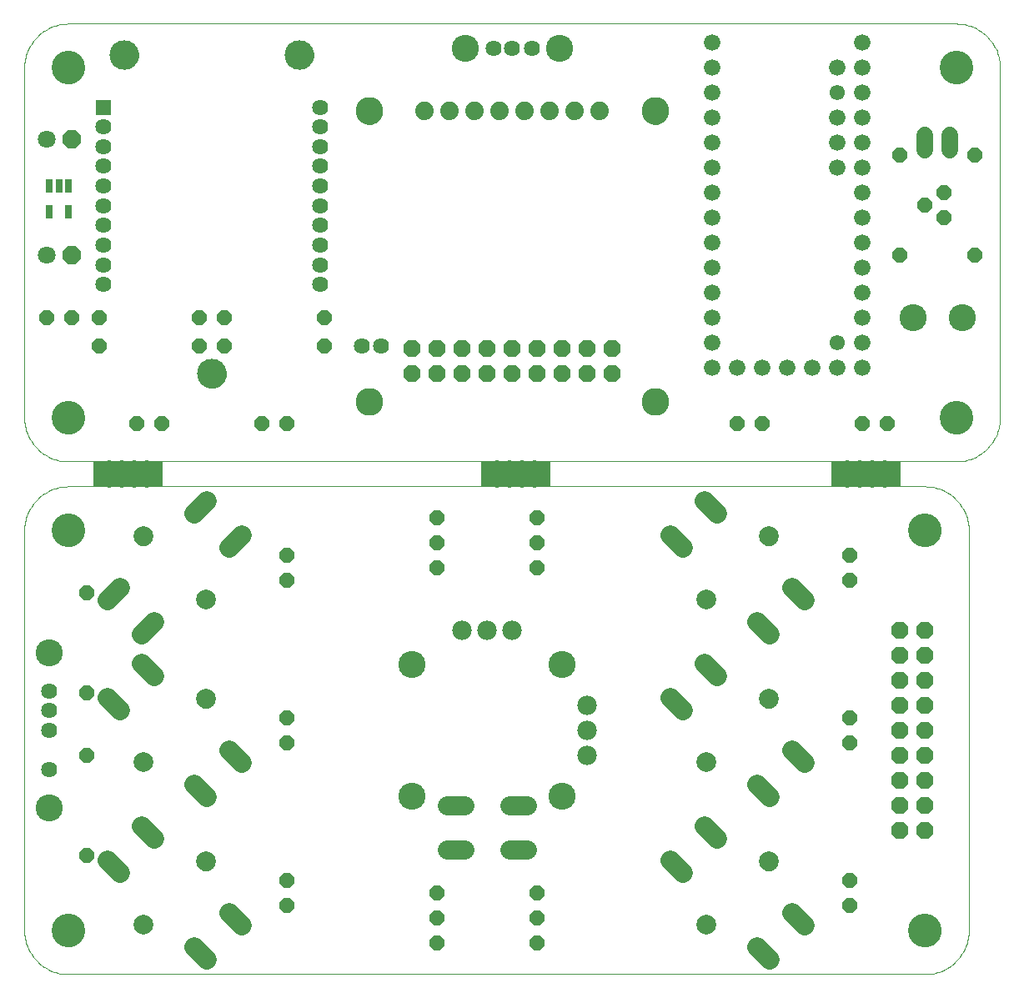
<source format=gts>
G75*
G70*
%OFA0B0*%
%FSLAX24Y24*%
%IPPOS*%
%LPD*%
%AMOC8*
5,1,8,0,0,1.08239X$1,22.5*
%
%ADD10C,0.0000*%
%ADD11C,0.1182*%
%ADD12C,0.0356*%
%ADD13C,0.0001*%
%ADD14C,0.0640*%
%ADD15R,0.0640X0.0640*%
%ADD16C,0.0660*%
%ADD17OC8,0.0600*%
%ADD18C,0.0740*%
%ADD19C,0.1104*%
%ADD20R,0.0297X0.0552*%
%ADD21OC8,0.0710*%
%ADD22C,0.0710*%
%ADD23C,0.1340*%
%ADD24C,0.1080*%
%ADD25OC8,0.0680*%
%ADD26C,0.0674*%
%ADD27C,0.0780*%
%ADD28C,0.0780*%
%ADD29C,0.0785*%
%ADD30C,0.0790*%
%ADD31C,0.0611*%
D10*
X001887Y002749D02*
X001887Y018749D01*
X003007Y018749D02*
X003009Y018799D01*
X003015Y018849D01*
X003025Y018898D01*
X003039Y018946D01*
X003056Y018993D01*
X003077Y019038D01*
X003102Y019082D01*
X003130Y019123D01*
X003162Y019162D01*
X003196Y019199D01*
X003233Y019233D01*
X003273Y019263D01*
X003315Y019290D01*
X003359Y019314D01*
X003405Y019335D01*
X003452Y019351D01*
X003500Y019364D01*
X003550Y019373D01*
X003599Y019378D01*
X003650Y019379D01*
X003700Y019376D01*
X003749Y019369D01*
X003798Y019358D01*
X003846Y019343D01*
X003892Y019325D01*
X003937Y019303D01*
X003980Y019277D01*
X004021Y019248D01*
X004060Y019216D01*
X004096Y019181D01*
X004128Y019143D01*
X004158Y019103D01*
X004185Y019060D01*
X004208Y019016D01*
X004227Y018970D01*
X004243Y018922D01*
X004255Y018873D01*
X004263Y018824D01*
X004267Y018774D01*
X004267Y018724D01*
X004263Y018674D01*
X004255Y018625D01*
X004243Y018576D01*
X004227Y018528D01*
X004208Y018482D01*
X004185Y018438D01*
X004158Y018395D01*
X004128Y018355D01*
X004096Y018317D01*
X004060Y018282D01*
X004021Y018250D01*
X003980Y018221D01*
X003937Y018195D01*
X003892Y018173D01*
X003846Y018155D01*
X003798Y018140D01*
X003749Y018129D01*
X003700Y018122D01*
X003650Y018119D01*
X003599Y018120D01*
X003550Y018125D01*
X003500Y018134D01*
X003452Y018147D01*
X003405Y018163D01*
X003359Y018184D01*
X003315Y018208D01*
X003273Y018235D01*
X003233Y018265D01*
X003196Y018299D01*
X003162Y018336D01*
X003130Y018375D01*
X003102Y018416D01*
X003077Y018460D01*
X003056Y018505D01*
X003039Y018552D01*
X003025Y018600D01*
X003015Y018649D01*
X003009Y018699D01*
X003007Y018749D01*
X001887Y018749D02*
X001889Y018832D01*
X001895Y018915D01*
X001905Y018998D01*
X001919Y019080D01*
X001936Y019162D01*
X001958Y019242D01*
X001983Y019321D01*
X002012Y019399D01*
X002045Y019476D01*
X002082Y019551D01*
X002121Y019624D01*
X002165Y019695D01*
X002211Y019764D01*
X002261Y019831D01*
X002314Y019895D01*
X002370Y019957D01*
X002429Y020016D01*
X002491Y020072D01*
X002555Y020125D01*
X002622Y020175D01*
X002691Y020221D01*
X002762Y020265D01*
X002835Y020304D01*
X002910Y020341D01*
X002987Y020374D01*
X003065Y020403D01*
X003144Y020428D01*
X003224Y020450D01*
X003306Y020467D01*
X003388Y020481D01*
X003471Y020491D01*
X003554Y020497D01*
X003637Y020499D01*
X004637Y020499D01*
X004637Y021499D01*
X007387Y021499D01*
X020137Y021499D01*
X020137Y020499D01*
X022887Y020499D01*
X022887Y021499D01*
X020137Y021499D01*
X020637Y020999D02*
X020635Y020955D01*
X020629Y020912D01*
X020620Y020870D01*
X020607Y020828D01*
X020590Y020788D01*
X020570Y020749D01*
X020547Y020712D01*
X020520Y020678D01*
X020491Y020645D01*
X020458Y020616D01*
X020424Y020589D01*
X020387Y020566D01*
X020348Y020546D01*
X020308Y020529D01*
X020266Y020516D01*
X020224Y020507D01*
X020181Y020501D01*
X020137Y020499D01*
X007387Y020499D01*
X004637Y020499D01*
X004681Y020501D01*
X004724Y020507D01*
X004766Y020516D01*
X004808Y020529D01*
X004848Y020546D01*
X004887Y020566D01*
X004924Y020589D01*
X004958Y020616D01*
X004991Y020645D01*
X005020Y020678D01*
X005047Y020712D01*
X005070Y020749D01*
X005090Y020788D01*
X005107Y020828D01*
X005120Y020870D01*
X005129Y020912D01*
X005135Y020955D01*
X005137Y020999D01*
X005124Y020624D02*
X005126Y020647D01*
X005132Y020670D01*
X005142Y020691D01*
X005155Y020711D01*
X005171Y020728D01*
X005190Y020742D01*
X005211Y020752D01*
X005233Y020759D01*
X005256Y020762D01*
X005280Y020761D01*
X005302Y020756D01*
X005324Y020747D01*
X005344Y020735D01*
X005362Y020719D01*
X005376Y020701D01*
X005388Y020681D01*
X005396Y020659D01*
X005400Y020636D01*
X005400Y020612D01*
X005396Y020589D01*
X005388Y020567D01*
X005376Y020547D01*
X005362Y020529D01*
X005344Y020513D01*
X005324Y020501D01*
X005302Y020492D01*
X005280Y020487D01*
X005256Y020486D01*
X005233Y020489D01*
X005211Y020496D01*
X005190Y020506D01*
X005171Y020520D01*
X005155Y020537D01*
X005142Y020557D01*
X005132Y020578D01*
X005126Y020601D01*
X005124Y020624D01*
X005137Y020999D02*
X005135Y021043D01*
X005129Y021086D01*
X005120Y021128D01*
X005107Y021170D01*
X005090Y021210D01*
X005070Y021249D01*
X005047Y021286D01*
X005020Y021320D01*
X004991Y021353D01*
X004958Y021382D01*
X004924Y021409D01*
X004887Y021432D01*
X004848Y021452D01*
X004808Y021469D01*
X004766Y021482D01*
X004724Y021491D01*
X004681Y021497D01*
X004637Y021499D01*
X003637Y021499D01*
X005124Y021374D02*
X005126Y021397D01*
X005132Y021420D01*
X005142Y021441D01*
X005155Y021461D01*
X005171Y021478D01*
X005190Y021492D01*
X005211Y021502D01*
X005233Y021509D01*
X005256Y021512D01*
X005280Y021511D01*
X005302Y021506D01*
X005324Y021497D01*
X005344Y021485D01*
X005362Y021469D01*
X005376Y021451D01*
X005388Y021431D01*
X005396Y021409D01*
X005400Y021386D01*
X005400Y021362D01*
X005396Y021339D01*
X005388Y021317D01*
X005376Y021297D01*
X005362Y021279D01*
X005344Y021263D01*
X005324Y021251D01*
X005302Y021242D01*
X005280Y021237D01*
X005256Y021236D01*
X005233Y021239D01*
X005211Y021246D01*
X005190Y021256D01*
X005171Y021270D01*
X005155Y021287D01*
X005142Y021307D01*
X005132Y021328D01*
X005126Y021351D01*
X005124Y021374D01*
X005624Y021374D02*
X005626Y021397D01*
X005632Y021420D01*
X005642Y021441D01*
X005655Y021461D01*
X005671Y021478D01*
X005690Y021492D01*
X005711Y021502D01*
X005733Y021509D01*
X005756Y021512D01*
X005780Y021511D01*
X005802Y021506D01*
X005824Y021497D01*
X005844Y021485D01*
X005862Y021469D01*
X005876Y021451D01*
X005888Y021431D01*
X005896Y021409D01*
X005900Y021386D01*
X005900Y021362D01*
X005896Y021339D01*
X005888Y021317D01*
X005876Y021297D01*
X005862Y021279D01*
X005844Y021263D01*
X005824Y021251D01*
X005802Y021242D01*
X005780Y021237D01*
X005756Y021236D01*
X005733Y021239D01*
X005711Y021246D01*
X005690Y021256D01*
X005671Y021270D01*
X005655Y021287D01*
X005642Y021307D01*
X005632Y021328D01*
X005626Y021351D01*
X005624Y021374D01*
X006124Y021374D02*
X006126Y021397D01*
X006132Y021420D01*
X006142Y021441D01*
X006155Y021461D01*
X006171Y021478D01*
X006190Y021492D01*
X006211Y021502D01*
X006233Y021509D01*
X006256Y021512D01*
X006280Y021511D01*
X006302Y021506D01*
X006324Y021497D01*
X006344Y021485D01*
X006362Y021469D01*
X006376Y021451D01*
X006388Y021431D01*
X006396Y021409D01*
X006400Y021386D01*
X006400Y021362D01*
X006396Y021339D01*
X006388Y021317D01*
X006376Y021297D01*
X006362Y021279D01*
X006344Y021263D01*
X006324Y021251D01*
X006302Y021242D01*
X006280Y021237D01*
X006256Y021236D01*
X006233Y021239D01*
X006211Y021246D01*
X006190Y021256D01*
X006171Y021270D01*
X006155Y021287D01*
X006142Y021307D01*
X006132Y021328D01*
X006126Y021351D01*
X006124Y021374D01*
X006624Y021374D02*
X006626Y021397D01*
X006632Y021420D01*
X006642Y021441D01*
X006655Y021461D01*
X006671Y021478D01*
X006690Y021492D01*
X006711Y021502D01*
X006733Y021509D01*
X006756Y021512D01*
X006780Y021511D01*
X006802Y021506D01*
X006824Y021497D01*
X006844Y021485D01*
X006862Y021469D01*
X006876Y021451D01*
X006888Y021431D01*
X006896Y021409D01*
X006900Y021386D01*
X006900Y021362D01*
X006896Y021339D01*
X006888Y021317D01*
X006876Y021297D01*
X006862Y021279D01*
X006844Y021263D01*
X006824Y021251D01*
X006802Y021242D01*
X006780Y021237D01*
X006756Y021236D01*
X006733Y021239D01*
X006711Y021246D01*
X006690Y021256D01*
X006671Y021270D01*
X006655Y021287D01*
X006642Y021307D01*
X006632Y021328D01*
X006626Y021351D01*
X006624Y021374D01*
X006624Y020624D02*
X006626Y020647D01*
X006632Y020670D01*
X006642Y020691D01*
X006655Y020711D01*
X006671Y020728D01*
X006690Y020742D01*
X006711Y020752D01*
X006733Y020759D01*
X006756Y020762D01*
X006780Y020761D01*
X006802Y020756D01*
X006824Y020747D01*
X006844Y020735D01*
X006862Y020719D01*
X006876Y020701D01*
X006888Y020681D01*
X006896Y020659D01*
X006900Y020636D01*
X006900Y020612D01*
X006896Y020589D01*
X006888Y020567D01*
X006876Y020547D01*
X006862Y020529D01*
X006844Y020513D01*
X006824Y020501D01*
X006802Y020492D01*
X006780Y020487D01*
X006756Y020486D01*
X006733Y020489D01*
X006711Y020496D01*
X006690Y020506D01*
X006671Y020520D01*
X006655Y020537D01*
X006642Y020557D01*
X006632Y020578D01*
X006626Y020601D01*
X006624Y020624D01*
X006124Y020624D02*
X006126Y020647D01*
X006132Y020670D01*
X006142Y020691D01*
X006155Y020711D01*
X006171Y020728D01*
X006190Y020742D01*
X006211Y020752D01*
X006233Y020759D01*
X006256Y020762D01*
X006280Y020761D01*
X006302Y020756D01*
X006324Y020747D01*
X006344Y020735D01*
X006362Y020719D01*
X006376Y020701D01*
X006388Y020681D01*
X006396Y020659D01*
X006400Y020636D01*
X006400Y020612D01*
X006396Y020589D01*
X006388Y020567D01*
X006376Y020547D01*
X006362Y020529D01*
X006344Y020513D01*
X006324Y020501D01*
X006302Y020492D01*
X006280Y020487D01*
X006256Y020486D01*
X006233Y020489D01*
X006211Y020496D01*
X006190Y020506D01*
X006171Y020520D01*
X006155Y020537D01*
X006142Y020557D01*
X006132Y020578D01*
X006126Y020601D01*
X006124Y020624D01*
X005624Y020624D02*
X005626Y020647D01*
X005632Y020670D01*
X005642Y020691D01*
X005655Y020711D01*
X005671Y020728D01*
X005690Y020742D01*
X005711Y020752D01*
X005733Y020759D01*
X005756Y020762D01*
X005780Y020761D01*
X005802Y020756D01*
X005824Y020747D01*
X005844Y020735D01*
X005862Y020719D01*
X005876Y020701D01*
X005888Y020681D01*
X005896Y020659D01*
X005900Y020636D01*
X005900Y020612D01*
X005896Y020589D01*
X005888Y020567D01*
X005876Y020547D01*
X005862Y020529D01*
X005844Y020513D01*
X005824Y020501D01*
X005802Y020492D01*
X005780Y020487D01*
X005756Y020486D01*
X005733Y020489D01*
X005711Y020496D01*
X005690Y020506D01*
X005671Y020520D01*
X005655Y020537D01*
X005642Y020557D01*
X005632Y020578D01*
X005626Y020601D01*
X005624Y020624D01*
X007387Y020499D02*
X007387Y021499D01*
X006887Y020999D02*
X006889Y020955D01*
X006895Y020912D01*
X006904Y020870D01*
X006917Y020828D01*
X006934Y020788D01*
X006954Y020749D01*
X006977Y020712D01*
X007004Y020678D01*
X007033Y020645D01*
X007066Y020616D01*
X007100Y020589D01*
X007137Y020566D01*
X007176Y020546D01*
X007216Y020529D01*
X007258Y020516D01*
X007300Y020507D01*
X007343Y020501D01*
X007387Y020499D01*
X006887Y020999D02*
X006889Y021043D01*
X006895Y021086D01*
X006904Y021128D01*
X006917Y021170D01*
X006934Y021210D01*
X006954Y021249D01*
X006977Y021286D01*
X007004Y021320D01*
X007033Y021353D01*
X007066Y021382D01*
X007100Y021409D01*
X007137Y021432D01*
X007176Y021452D01*
X007216Y021469D01*
X007258Y021482D01*
X007300Y021491D01*
X007343Y021497D01*
X007387Y021499D01*
X006280Y018501D02*
X006282Y018538D01*
X006288Y018575D01*
X006297Y018611D01*
X006311Y018645D01*
X006328Y018678D01*
X006348Y018710D01*
X006371Y018739D01*
X006397Y018765D01*
X006426Y018788D01*
X006457Y018808D01*
X006491Y018825D01*
X006525Y018839D01*
X006561Y018848D01*
X006598Y018854D01*
X006635Y018856D01*
X006672Y018854D01*
X006709Y018848D01*
X006745Y018839D01*
X006779Y018825D01*
X006812Y018808D01*
X006844Y018788D01*
X006873Y018765D01*
X006899Y018739D01*
X006922Y018710D01*
X006942Y018679D01*
X006959Y018645D01*
X006973Y018611D01*
X006982Y018575D01*
X006988Y018538D01*
X006990Y018501D01*
X006988Y018464D01*
X006982Y018427D01*
X006973Y018391D01*
X006959Y018357D01*
X006942Y018324D01*
X006922Y018292D01*
X006899Y018263D01*
X006873Y018237D01*
X006844Y018214D01*
X006813Y018194D01*
X006779Y018177D01*
X006745Y018163D01*
X006709Y018154D01*
X006672Y018148D01*
X006635Y018146D01*
X006598Y018148D01*
X006561Y018154D01*
X006525Y018163D01*
X006491Y018177D01*
X006458Y018194D01*
X006426Y018214D01*
X006397Y018237D01*
X006371Y018263D01*
X006348Y018292D01*
X006328Y018323D01*
X006311Y018357D01*
X006297Y018391D01*
X006288Y018427D01*
X006282Y018464D01*
X006280Y018501D01*
X008784Y015998D02*
X008786Y016035D01*
X008792Y016072D01*
X008801Y016108D01*
X008815Y016142D01*
X008832Y016175D01*
X008852Y016207D01*
X008875Y016236D01*
X008901Y016262D01*
X008930Y016285D01*
X008961Y016305D01*
X008995Y016322D01*
X009029Y016336D01*
X009065Y016345D01*
X009102Y016351D01*
X009139Y016353D01*
X009176Y016351D01*
X009213Y016345D01*
X009249Y016336D01*
X009283Y016322D01*
X009316Y016305D01*
X009348Y016285D01*
X009377Y016262D01*
X009403Y016236D01*
X009426Y016207D01*
X009446Y016176D01*
X009463Y016142D01*
X009477Y016108D01*
X009486Y016072D01*
X009492Y016035D01*
X009494Y015998D01*
X009492Y015961D01*
X009486Y015924D01*
X009477Y015888D01*
X009463Y015854D01*
X009446Y015821D01*
X009426Y015789D01*
X009403Y015760D01*
X009377Y015734D01*
X009348Y015711D01*
X009317Y015691D01*
X009283Y015674D01*
X009249Y015660D01*
X009213Y015651D01*
X009176Y015645D01*
X009139Y015643D01*
X009102Y015645D01*
X009065Y015651D01*
X009029Y015660D01*
X008995Y015674D01*
X008962Y015691D01*
X008930Y015711D01*
X008901Y015734D01*
X008875Y015760D01*
X008852Y015789D01*
X008832Y015820D01*
X008815Y015854D01*
X008801Y015888D01*
X008792Y015924D01*
X008786Y015961D01*
X008784Y015998D01*
X008784Y012001D02*
X008786Y012038D01*
X008792Y012075D01*
X008801Y012111D01*
X008815Y012145D01*
X008832Y012178D01*
X008852Y012210D01*
X008875Y012239D01*
X008901Y012265D01*
X008930Y012288D01*
X008961Y012308D01*
X008995Y012325D01*
X009029Y012339D01*
X009065Y012348D01*
X009102Y012354D01*
X009139Y012356D01*
X009176Y012354D01*
X009213Y012348D01*
X009249Y012339D01*
X009283Y012325D01*
X009316Y012308D01*
X009348Y012288D01*
X009377Y012265D01*
X009403Y012239D01*
X009426Y012210D01*
X009446Y012179D01*
X009463Y012145D01*
X009477Y012111D01*
X009486Y012075D01*
X009492Y012038D01*
X009494Y012001D01*
X009492Y011964D01*
X009486Y011927D01*
X009477Y011891D01*
X009463Y011857D01*
X009446Y011824D01*
X009426Y011792D01*
X009403Y011763D01*
X009377Y011737D01*
X009348Y011714D01*
X009317Y011694D01*
X009283Y011677D01*
X009249Y011663D01*
X009213Y011654D01*
X009176Y011648D01*
X009139Y011646D01*
X009102Y011648D01*
X009065Y011654D01*
X009029Y011663D01*
X008995Y011677D01*
X008962Y011694D01*
X008930Y011714D01*
X008901Y011737D01*
X008875Y011763D01*
X008852Y011792D01*
X008832Y011823D01*
X008815Y011857D01*
X008801Y011891D01*
X008792Y011927D01*
X008786Y011964D01*
X008784Y012001D01*
X006280Y009498D02*
X006282Y009535D01*
X006288Y009572D01*
X006297Y009608D01*
X006311Y009642D01*
X006328Y009675D01*
X006348Y009707D01*
X006371Y009736D01*
X006397Y009762D01*
X006426Y009785D01*
X006457Y009805D01*
X006491Y009822D01*
X006525Y009836D01*
X006561Y009845D01*
X006598Y009851D01*
X006635Y009853D01*
X006672Y009851D01*
X006709Y009845D01*
X006745Y009836D01*
X006779Y009822D01*
X006812Y009805D01*
X006844Y009785D01*
X006873Y009762D01*
X006899Y009736D01*
X006922Y009707D01*
X006942Y009676D01*
X006959Y009642D01*
X006973Y009608D01*
X006982Y009572D01*
X006988Y009535D01*
X006990Y009498D01*
X006988Y009461D01*
X006982Y009424D01*
X006973Y009388D01*
X006959Y009354D01*
X006942Y009321D01*
X006922Y009289D01*
X006899Y009260D01*
X006873Y009234D01*
X006844Y009211D01*
X006813Y009191D01*
X006779Y009174D01*
X006745Y009160D01*
X006709Y009151D01*
X006672Y009145D01*
X006635Y009143D01*
X006598Y009145D01*
X006561Y009151D01*
X006525Y009160D01*
X006491Y009174D01*
X006458Y009191D01*
X006426Y009211D01*
X006397Y009234D01*
X006371Y009260D01*
X006348Y009289D01*
X006328Y009320D01*
X006311Y009354D01*
X006297Y009388D01*
X006288Y009424D01*
X006282Y009461D01*
X006280Y009498D01*
X008784Y005501D02*
X008786Y005538D01*
X008792Y005575D01*
X008801Y005611D01*
X008815Y005645D01*
X008832Y005678D01*
X008852Y005710D01*
X008875Y005739D01*
X008901Y005765D01*
X008930Y005788D01*
X008961Y005808D01*
X008995Y005825D01*
X009029Y005839D01*
X009065Y005848D01*
X009102Y005854D01*
X009139Y005856D01*
X009176Y005854D01*
X009213Y005848D01*
X009249Y005839D01*
X009283Y005825D01*
X009316Y005808D01*
X009348Y005788D01*
X009377Y005765D01*
X009403Y005739D01*
X009426Y005710D01*
X009446Y005679D01*
X009463Y005645D01*
X009477Y005611D01*
X009486Y005575D01*
X009492Y005538D01*
X009494Y005501D01*
X009492Y005464D01*
X009486Y005427D01*
X009477Y005391D01*
X009463Y005357D01*
X009446Y005324D01*
X009426Y005292D01*
X009403Y005263D01*
X009377Y005237D01*
X009348Y005214D01*
X009317Y005194D01*
X009283Y005177D01*
X009249Y005163D01*
X009213Y005154D01*
X009176Y005148D01*
X009139Y005146D01*
X009102Y005148D01*
X009065Y005154D01*
X009029Y005163D01*
X008995Y005177D01*
X008962Y005194D01*
X008930Y005214D01*
X008901Y005237D01*
X008875Y005263D01*
X008852Y005292D01*
X008832Y005323D01*
X008815Y005357D01*
X008801Y005391D01*
X008792Y005427D01*
X008786Y005464D01*
X008784Y005501D01*
X006280Y002998D02*
X006282Y003035D01*
X006288Y003072D01*
X006297Y003108D01*
X006311Y003142D01*
X006328Y003175D01*
X006348Y003207D01*
X006371Y003236D01*
X006397Y003262D01*
X006426Y003285D01*
X006457Y003305D01*
X006491Y003322D01*
X006525Y003336D01*
X006561Y003345D01*
X006598Y003351D01*
X006635Y003353D01*
X006672Y003351D01*
X006709Y003345D01*
X006745Y003336D01*
X006779Y003322D01*
X006812Y003305D01*
X006844Y003285D01*
X006873Y003262D01*
X006899Y003236D01*
X006922Y003207D01*
X006942Y003176D01*
X006959Y003142D01*
X006973Y003108D01*
X006982Y003072D01*
X006988Y003035D01*
X006990Y002998D01*
X006988Y002961D01*
X006982Y002924D01*
X006973Y002888D01*
X006959Y002854D01*
X006942Y002821D01*
X006922Y002789D01*
X006899Y002760D01*
X006873Y002734D01*
X006844Y002711D01*
X006813Y002691D01*
X006779Y002674D01*
X006745Y002660D01*
X006709Y002651D01*
X006672Y002645D01*
X006635Y002643D01*
X006598Y002645D01*
X006561Y002651D01*
X006525Y002660D01*
X006491Y002674D01*
X006458Y002691D01*
X006426Y002711D01*
X006397Y002734D01*
X006371Y002760D01*
X006348Y002789D01*
X006328Y002820D01*
X006311Y002854D01*
X006297Y002888D01*
X006288Y002924D01*
X006282Y002961D01*
X006280Y002998D01*
X003007Y002749D02*
X003009Y002799D01*
X003015Y002849D01*
X003025Y002898D01*
X003039Y002946D01*
X003056Y002993D01*
X003077Y003038D01*
X003102Y003082D01*
X003130Y003123D01*
X003162Y003162D01*
X003196Y003199D01*
X003233Y003233D01*
X003273Y003263D01*
X003315Y003290D01*
X003359Y003314D01*
X003405Y003335D01*
X003452Y003351D01*
X003500Y003364D01*
X003550Y003373D01*
X003599Y003378D01*
X003650Y003379D01*
X003700Y003376D01*
X003749Y003369D01*
X003798Y003358D01*
X003846Y003343D01*
X003892Y003325D01*
X003937Y003303D01*
X003980Y003277D01*
X004021Y003248D01*
X004060Y003216D01*
X004096Y003181D01*
X004128Y003143D01*
X004158Y003103D01*
X004185Y003060D01*
X004208Y003016D01*
X004227Y002970D01*
X004243Y002922D01*
X004255Y002873D01*
X004263Y002824D01*
X004267Y002774D01*
X004267Y002724D01*
X004263Y002674D01*
X004255Y002625D01*
X004243Y002576D01*
X004227Y002528D01*
X004208Y002482D01*
X004185Y002438D01*
X004158Y002395D01*
X004128Y002355D01*
X004096Y002317D01*
X004060Y002282D01*
X004021Y002250D01*
X003980Y002221D01*
X003937Y002195D01*
X003892Y002173D01*
X003846Y002155D01*
X003798Y002140D01*
X003749Y002129D01*
X003700Y002122D01*
X003650Y002119D01*
X003599Y002120D01*
X003550Y002125D01*
X003500Y002134D01*
X003452Y002147D01*
X003405Y002163D01*
X003359Y002184D01*
X003315Y002208D01*
X003273Y002235D01*
X003233Y002265D01*
X003196Y002299D01*
X003162Y002336D01*
X003130Y002375D01*
X003102Y002416D01*
X003077Y002460D01*
X003056Y002505D01*
X003039Y002552D01*
X003025Y002600D01*
X003015Y002649D01*
X003009Y002699D01*
X003007Y002749D01*
X001887Y002749D02*
X001889Y002666D01*
X001895Y002583D01*
X001905Y002500D01*
X001919Y002418D01*
X001936Y002336D01*
X001958Y002256D01*
X001983Y002177D01*
X002012Y002099D01*
X002045Y002022D01*
X002082Y001947D01*
X002121Y001874D01*
X002165Y001803D01*
X002211Y001734D01*
X002261Y001667D01*
X002314Y001603D01*
X002370Y001541D01*
X002429Y001482D01*
X002491Y001426D01*
X002555Y001373D01*
X002622Y001323D01*
X002691Y001277D01*
X002762Y001233D01*
X002835Y001194D01*
X002910Y001157D01*
X002987Y001124D01*
X003065Y001095D01*
X003144Y001070D01*
X003224Y001048D01*
X003306Y001031D01*
X003388Y001017D01*
X003471Y001007D01*
X003554Y001001D01*
X003637Y000999D01*
X037887Y000999D01*
X037257Y002749D02*
X037259Y002799D01*
X037265Y002849D01*
X037275Y002898D01*
X037289Y002946D01*
X037306Y002993D01*
X037327Y003038D01*
X037352Y003082D01*
X037380Y003123D01*
X037412Y003162D01*
X037446Y003199D01*
X037483Y003233D01*
X037523Y003263D01*
X037565Y003290D01*
X037609Y003314D01*
X037655Y003335D01*
X037702Y003351D01*
X037750Y003364D01*
X037800Y003373D01*
X037849Y003378D01*
X037900Y003379D01*
X037950Y003376D01*
X037999Y003369D01*
X038048Y003358D01*
X038096Y003343D01*
X038142Y003325D01*
X038187Y003303D01*
X038230Y003277D01*
X038271Y003248D01*
X038310Y003216D01*
X038346Y003181D01*
X038378Y003143D01*
X038408Y003103D01*
X038435Y003060D01*
X038458Y003016D01*
X038477Y002970D01*
X038493Y002922D01*
X038505Y002873D01*
X038513Y002824D01*
X038517Y002774D01*
X038517Y002724D01*
X038513Y002674D01*
X038505Y002625D01*
X038493Y002576D01*
X038477Y002528D01*
X038458Y002482D01*
X038435Y002438D01*
X038408Y002395D01*
X038378Y002355D01*
X038346Y002317D01*
X038310Y002282D01*
X038271Y002250D01*
X038230Y002221D01*
X038187Y002195D01*
X038142Y002173D01*
X038096Y002155D01*
X038048Y002140D01*
X037999Y002129D01*
X037950Y002122D01*
X037900Y002119D01*
X037849Y002120D01*
X037800Y002125D01*
X037750Y002134D01*
X037702Y002147D01*
X037655Y002163D01*
X037609Y002184D01*
X037565Y002208D01*
X037523Y002235D01*
X037483Y002265D01*
X037446Y002299D01*
X037412Y002336D01*
X037380Y002375D01*
X037352Y002416D01*
X037327Y002460D01*
X037306Y002505D01*
X037289Y002552D01*
X037275Y002600D01*
X037265Y002649D01*
X037259Y002699D01*
X037257Y002749D01*
X037887Y000999D02*
X037970Y001001D01*
X038053Y001007D01*
X038136Y001017D01*
X038218Y001031D01*
X038300Y001048D01*
X038380Y001070D01*
X038459Y001095D01*
X038537Y001124D01*
X038614Y001157D01*
X038689Y001194D01*
X038762Y001233D01*
X038833Y001277D01*
X038902Y001323D01*
X038969Y001373D01*
X039033Y001426D01*
X039095Y001482D01*
X039154Y001541D01*
X039210Y001603D01*
X039263Y001667D01*
X039313Y001734D01*
X039359Y001803D01*
X039403Y001874D01*
X039442Y001947D01*
X039479Y002022D01*
X039512Y002099D01*
X039541Y002177D01*
X039566Y002256D01*
X039588Y002336D01*
X039605Y002418D01*
X039619Y002500D01*
X039629Y002583D01*
X039635Y002666D01*
X039637Y002749D01*
X039637Y018749D01*
X037257Y018749D02*
X037259Y018799D01*
X037265Y018849D01*
X037275Y018898D01*
X037289Y018946D01*
X037306Y018993D01*
X037327Y019038D01*
X037352Y019082D01*
X037380Y019123D01*
X037412Y019162D01*
X037446Y019199D01*
X037483Y019233D01*
X037523Y019263D01*
X037565Y019290D01*
X037609Y019314D01*
X037655Y019335D01*
X037702Y019351D01*
X037750Y019364D01*
X037800Y019373D01*
X037849Y019378D01*
X037900Y019379D01*
X037950Y019376D01*
X037999Y019369D01*
X038048Y019358D01*
X038096Y019343D01*
X038142Y019325D01*
X038187Y019303D01*
X038230Y019277D01*
X038271Y019248D01*
X038310Y019216D01*
X038346Y019181D01*
X038378Y019143D01*
X038408Y019103D01*
X038435Y019060D01*
X038458Y019016D01*
X038477Y018970D01*
X038493Y018922D01*
X038505Y018873D01*
X038513Y018824D01*
X038517Y018774D01*
X038517Y018724D01*
X038513Y018674D01*
X038505Y018625D01*
X038493Y018576D01*
X038477Y018528D01*
X038458Y018482D01*
X038435Y018438D01*
X038408Y018395D01*
X038378Y018355D01*
X038346Y018317D01*
X038310Y018282D01*
X038271Y018250D01*
X038230Y018221D01*
X038187Y018195D01*
X038142Y018173D01*
X038096Y018155D01*
X038048Y018140D01*
X037999Y018129D01*
X037950Y018122D01*
X037900Y018119D01*
X037849Y018120D01*
X037800Y018125D01*
X037750Y018134D01*
X037702Y018147D01*
X037655Y018163D01*
X037609Y018184D01*
X037565Y018208D01*
X037523Y018235D01*
X037483Y018265D01*
X037446Y018299D01*
X037412Y018336D01*
X037380Y018375D01*
X037352Y018416D01*
X037327Y018460D01*
X037306Y018505D01*
X037289Y018552D01*
X037275Y018600D01*
X037265Y018649D01*
X037259Y018699D01*
X037257Y018749D01*
X037887Y020499D02*
X037970Y020497D01*
X038053Y020491D01*
X038136Y020481D01*
X038218Y020467D01*
X038300Y020450D01*
X038380Y020428D01*
X038459Y020403D01*
X038537Y020374D01*
X038614Y020341D01*
X038689Y020304D01*
X038762Y020265D01*
X038833Y020221D01*
X038902Y020175D01*
X038969Y020125D01*
X039033Y020072D01*
X039095Y020016D01*
X039154Y019957D01*
X039210Y019895D01*
X039263Y019831D01*
X039313Y019764D01*
X039359Y019695D01*
X039403Y019624D01*
X039442Y019551D01*
X039479Y019476D01*
X039512Y019399D01*
X039541Y019321D01*
X039566Y019242D01*
X039588Y019162D01*
X039605Y019080D01*
X039619Y018998D01*
X039629Y018915D01*
X039635Y018832D01*
X039637Y018749D01*
X037887Y020499D02*
X036887Y020499D01*
X036887Y021499D01*
X034137Y021499D01*
X022887Y021499D01*
X022387Y020999D02*
X022389Y020955D01*
X022395Y020912D01*
X022404Y020870D01*
X022417Y020828D01*
X022434Y020788D01*
X022454Y020749D01*
X022477Y020712D01*
X022504Y020678D01*
X022533Y020645D01*
X022566Y020616D01*
X022600Y020589D01*
X022637Y020566D01*
X022676Y020546D01*
X022716Y020529D01*
X022758Y020516D01*
X022800Y020507D01*
X022843Y020501D01*
X022887Y020499D01*
X034137Y020499D01*
X034137Y021499D01*
X034181Y021497D01*
X034224Y021491D01*
X034266Y021482D01*
X034308Y021469D01*
X034348Y021452D01*
X034387Y021432D01*
X034424Y021409D01*
X034458Y021382D01*
X034491Y021353D01*
X034520Y021320D01*
X034547Y021286D01*
X034570Y021249D01*
X034590Y021210D01*
X034607Y021170D01*
X034620Y021128D01*
X034629Y021086D01*
X034635Y021043D01*
X034637Y020999D01*
X034624Y020624D02*
X034626Y020647D01*
X034632Y020670D01*
X034642Y020691D01*
X034655Y020711D01*
X034671Y020728D01*
X034690Y020742D01*
X034711Y020752D01*
X034733Y020759D01*
X034756Y020762D01*
X034780Y020761D01*
X034802Y020756D01*
X034824Y020747D01*
X034844Y020735D01*
X034862Y020719D01*
X034876Y020701D01*
X034888Y020681D01*
X034896Y020659D01*
X034900Y020636D01*
X034900Y020612D01*
X034896Y020589D01*
X034888Y020567D01*
X034876Y020547D01*
X034862Y020529D01*
X034844Y020513D01*
X034824Y020501D01*
X034802Y020492D01*
X034780Y020487D01*
X034756Y020486D01*
X034733Y020489D01*
X034711Y020496D01*
X034690Y020506D01*
X034671Y020520D01*
X034655Y020537D01*
X034642Y020557D01*
X034632Y020578D01*
X034626Y020601D01*
X034624Y020624D01*
X034137Y020499D02*
X036887Y020499D01*
X036387Y020999D02*
X036389Y021043D01*
X036395Y021086D01*
X036404Y021128D01*
X036417Y021170D01*
X036434Y021210D01*
X036454Y021249D01*
X036477Y021286D01*
X036504Y021320D01*
X036533Y021353D01*
X036566Y021382D01*
X036600Y021409D01*
X036637Y021432D01*
X036676Y021452D01*
X036716Y021469D01*
X036758Y021482D01*
X036800Y021491D01*
X036843Y021497D01*
X036887Y021499D01*
X039137Y021499D01*
X038507Y023249D02*
X038509Y023299D01*
X038515Y023349D01*
X038525Y023398D01*
X038539Y023446D01*
X038556Y023493D01*
X038577Y023538D01*
X038602Y023582D01*
X038630Y023623D01*
X038662Y023662D01*
X038696Y023699D01*
X038733Y023733D01*
X038773Y023763D01*
X038815Y023790D01*
X038859Y023814D01*
X038905Y023835D01*
X038952Y023851D01*
X039000Y023864D01*
X039050Y023873D01*
X039099Y023878D01*
X039150Y023879D01*
X039200Y023876D01*
X039249Y023869D01*
X039298Y023858D01*
X039346Y023843D01*
X039392Y023825D01*
X039437Y023803D01*
X039480Y023777D01*
X039521Y023748D01*
X039560Y023716D01*
X039596Y023681D01*
X039628Y023643D01*
X039658Y023603D01*
X039685Y023560D01*
X039708Y023516D01*
X039727Y023470D01*
X039743Y023422D01*
X039755Y023373D01*
X039763Y023324D01*
X039767Y023274D01*
X039767Y023224D01*
X039763Y023174D01*
X039755Y023125D01*
X039743Y023076D01*
X039727Y023028D01*
X039708Y022982D01*
X039685Y022938D01*
X039658Y022895D01*
X039628Y022855D01*
X039596Y022817D01*
X039560Y022782D01*
X039521Y022750D01*
X039480Y022721D01*
X039437Y022695D01*
X039392Y022673D01*
X039346Y022655D01*
X039298Y022640D01*
X039249Y022629D01*
X039200Y022622D01*
X039150Y022619D01*
X039099Y022620D01*
X039050Y022625D01*
X039000Y022634D01*
X038952Y022647D01*
X038905Y022663D01*
X038859Y022684D01*
X038815Y022708D01*
X038773Y022735D01*
X038733Y022765D01*
X038696Y022799D01*
X038662Y022836D01*
X038630Y022875D01*
X038602Y022916D01*
X038577Y022960D01*
X038556Y023005D01*
X038539Y023052D01*
X038525Y023100D01*
X038515Y023149D01*
X038509Y023199D01*
X038507Y023249D01*
X039137Y021499D02*
X039220Y021501D01*
X039303Y021507D01*
X039386Y021517D01*
X039468Y021531D01*
X039550Y021548D01*
X039630Y021570D01*
X039709Y021595D01*
X039787Y021624D01*
X039864Y021657D01*
X039939Y021694D01*
X040012Y021733D01*
X040083Y021777D01*
X040152Y021823D01*
X040219Y021873D01*
X040283Y021926D01*
X040345Y021982D01*
X040404Y022041D01*
X040460Y022103D01*
X040513Y022167D01*
X040563Y022234D01*
X040609Y022303D01*
X040653Y022374D01*
X040692Y022447D01*
X040729Y022522D01*
X040762Y022599D01*
X040791Y022677D01*
X040816Y022756D01*
X040838Y022836D01*
X040855Y022918D01*
X040869Y023000D01*
X040879Y023083D01*
X040885Y023166D01*
X040887Y023249D01*
X040887Y037249D01*
X038507Y037249D02*
X038509Y037299D01*
X038515Y037349D01*
X038525Y037398D01*
X038539Y037446D01*
X038556Y037493D01*
X038577Y037538D01*
X038602Y037582D01*
X038630Y037623D01*
X038662Y037662D01*
X038696Y037699D01*
X038733Y037733D01*
X038773Y037763D01*
X038815Y037790D01*
X038859Y037814D01*
X038905Y037835D01*
X038952Y037851D01*
X039000Y037864D01*
X039050Y037873D01*
X039099Y037878D01*
X039150Y037879D01*
X039200Y037876D01*
X039249Y037869D01*
X039298Y037858D01*
X039346Y037843D01*
X039392Y037825D01*
X039437Y037803D01*
X039480Y037777D01*
X039521Y037748D01*
X039560Y037716D01*
X039596Y037681D01*
X039628Y037643D01*
X039658Y037603D01*
X039685Y037560D01*
X039708Y037516D01*
X039727Y037470D01*
X039743Y037422D01*
X039755Y037373D01*
X039763Y037324D01*
X039767Y037274D01*
X039767Y037224D01*
X039763Y037174D01*
X039755Y037125D01*
X039743Y037076D01*
X039727Y037028D01*
X039708Y036982D01*
X039685Y036938D01*
X039658Y036895D01*
X039628Y036855D01*
X039596Y036817D01*
X039560Y036782D01*
X039521Y036750D01*
X039480Y036721D01*
X039437Y036695D01*
X039392Y036673D01*
X039346Y036655D01*
X039298Y036640D01*
X039249Y036629D01*
X039200Y036622D01*
X039150Y036619D01*
X039099Y036620D01*
X039050Y036625D01*
X039000Y036634D01*
X038952Y036647D01*
X038905Y036663D01*
X038859Y036684D01*
X038815Y036708D01*
X038773Y036735D01*
X038733Y036765D01*
X038696Y036799D01*
X038662Y036836D01*
X038630Y036875D01*
X038602Y036916D01*
X038577Y036960D01*
X038556Y037005D01*
X038539Y037052D01*
X038525Y037100D01*
X038515Y037149D01*
X038509Y037199D01*
X038507Y037249D01*
X039137Y038999D02*
X039220Y038997D01*
X039303Y038991D01*
X039386Y038981D01*
X039468Y038967D01*
X039550Y038950D01*
X039630Y038928D01*
X039709Y038903D01*
X039787Y038874D01*
X039864Y038841D01*
X039939Y038804D01*
X040012Y038765D01*
X040083Y038721D01*
X040152Y038675D01*
X040219Y038625D01*
X040283Y038572D01*
X040345Y038516D01*
X040404Y038457D01*
X040460Y038395D01*
X040513Y038331D01*
X040563Y038264D01*
X040609Y038195D01*
X040653Y038124D01*
X040692Y038051D01*
X040729Y037976D01*
X040762Y037899D01*
X040791Y037821D01*
X040816Y037742D01*
X040838Y037662D01*
X040855Y037580D01*
X040869Y037498D01*
X040879Y037415D01*
X040885Y037332D01*
X040887Y037249D01*
X039137Y038999D02*
X003637Y038999D01*
X003007Y037249D02*
X003009Y037299D01*
X003015Y037349D01*
X003025Y037398D01*
X003039Y037446D01*
X003056Y037493D01*
X003077Y037538D01*
X003102Y037582D01*
X003130Y037623D01*
X003162Y037662D01*
X003196Y037699D01*
X003233Y037733D01*
X003273Y037763D01*
X003315Y037790D01*
X003359Y037814D01*
X003405Y037835D01*
X003452Y037851D01*
X003500Y037864D01*
X003550Y037873D01*
X003599Y037878D01*
X003650Y037879D01*
X003700Y037876D01*
X003749Y037869D01*
X003798Y037858D01*
X003846Y037843D01*
X003892Y037825D01*
X003937Y037803D01*
X003980Y037777D01*
X004021Y037748D01*
X004060Y037716D01*
X004096Y037681D01*
X004128Y037643D01*
X004158Y037603D01*
X004185Y037560D01*
X004208Y037516D01*
X004227Y037470D01*
X004243Y037422D01*
X004255Y037373D01*
X004263Y037324D01*
X004267Y037274D01*
X004267Y037224D01*
X004263Y037174D01*
X004255Y037125D01*
X004243Y037076D01*
X004227Y037028D01*
X004208Y036982D01*
X004185Y036938D01*
X004158Y036895D01*
X004128Y036855D01*
X004096Y036817D01*
X004060Y036782D01*
X004021Y036750D01*
X003980Y036721D01*
X003937Y036695D01*
X003892Y036673D01*
X003846Y036655D01*
X003798Y036640D01*
X003749Y036629D01*
X003700Y036622D01*
X003650Y036619D01*
X003599Y036620D01*
X003550Y036625D01*
X003500Y036634D01*
X003452Y036647D01*
X003405Y036663D01*
X003359Y036684D01*
X003315Y036708D01*
X003273Y036735D01*
X003233Y036765D01*
X003196Y036799D01*
X003162Y036836D01*
X003130Y036875D01*
X003102Y036916D01*
X003077Y036960D01*
X003056Y037005D01*
X003039Y037052D01*
X003025Y037100D01*
X003015Y037149D01*
X003009Y037199D01*
X003007Y037249D01*
X001887Y037249D02*
X001889Y037332D01*
X001895Y037415D01*
X001905Y037498D01*
X001919Y037580D01*
X001936Y037662D01*
X001958Y037742D01*
X001983Y037821D01*
X002012Y037899D01*
X002045Y037976D01*
X002082Y038051D01*
X002121Y038124D01*
X002165Y038195D01*
X002211Y038264D01*
X002261Y038331D01*
X002314Y038395D01*
X002370Y038457D01*
X002429Y038516D01*
X002491Y038572D01*
X002555Y038625D01*
X002622Y038675D01*
X002691Y038721D01*
X002762Y038765D01*
X002835Y038804D01*
X002910Y038841D01*
X002987Y038874D01*
X003065Y038903D01*
X003144Y038928D01*
X003224Y038950D01*
X003306Y038967D01*
X003388Y038981D01*
X003471Y038991D01*
X003554Y038997D01*
X003637Y038999D01*
X001887Y037249D02*
X001887Y023249D01*
X003007Y023249D02*
X003009Y023299D01*
X003015Y023349D01*
X003025Y023398D01*
X003039Y023446D01*
X003056Y023493D01*
X003077Y023538D01*
X003102Y023582D01*
X003130Y023623D01*
X003162Y023662D01*
X003196Y023699D01*
X003233Y023733D01*
X003273Y023763D01*
X003315Y023790D01*
X003359Y023814D01*
X003405Y023835D01*
X003452Y023851D01*
X003500Y023864D01*
X003550Y023873D01*
X003599Y023878D01*
X003650Y023879D01*
X003700Y023876D01*
X003749Y023869D01*
X003798Y023858D01*
X003846Y023843D01*
X003892Y023825D01*
X003937Y023803D01*
X003980Y023777D01*
X004021Y023748D01*
X004060Y023716D01*
X004096Y023681D01*
X004128Y023643D01*
X004158Y023603D01*
X004185Y023560D01*
X004208Y023516D01*
X004227Y023470D01*
X004243Y023422D01*
X004255Y023373D01*
X004263Y023324D01*
X004267Y023274D01*
X004267Y023224D01*
X004263Y023174D01*
X004255Y023125D01*
X004243Y023076D01*
X004227Y023028D01*
X004208Y022982D01*
X004185Y022938D01*
X004158Y022895D01*
X004128Y022855D01*
X004096Y022817D01*
X004060Y022782D01*
X004021Y022750D01*
X003980Y022721D01*
X003937Y022695D01*
X003892Y022673D01*
X003846Y022655D01*
X003798Y022640D01*
X003749Y022629D01*
X003700Y022622D01*
X003650Y022619D01*
X003599Y022620D01*
X003550Y022625D01*
X003500Y022634D01*
X003452Y022647D01*
X003405Y022663D01*
X003359Y022684D01*
X003315Y022708D01*
X003273Y022735D01*
X003233Y022765D01*
X003196Y022799D01*
X003162Y022836D01*
X003130Y022875D01*
X003102Y022916D01*
X003077Y022960D01*
X003056Y023005D01*
X003039Y023052D01*
X003025Y023100D01*
X003015Y023149D01*
X003009Y023199D01*
X003007Y023249D01*
X001887Y023249D02*
X001889Y023166D01*
X001895Y023083D01*
X001905Y023000D01*
X001919Y022918D01*
X001936Y022836D01*
X001958Y022756D01*
X001983Y022677D01*
X002012Y022599D01*
X002045Y022522D01*
X002082Y022447D01*
X002121Y022374D01*
X002165Y022303D01*
X002211Y022234D01*
X002261Y022167D01*
X002314Y022103D01*
X002370Y022041D01*
X002429Y021982D01*
X002491Y021926D01*
X002555Y021873D01*
X002622Y021823D01*
X002691Y021777D01*
X002762Y021733D01*
X002835Y021694D01*
X002910Y021657D01*
X002987Y021624D01*
X003065Y021595D01*
X003144Y021570D01*
X003224Y021548D01*
X003306Y021531D01*
X003388Y021517D01*
X003471Y021507D01*
X003554Y021501D01*
X003637Y021499D01*
X008836Y024999D02*
X008838Y025046D01*
X008844Y025092D01*
X008854Y025138D01*
X008867Y025183D01*
X008885Y025226D01*
X008906Y025268D01*
X008930Y025308D01*
X008958Y025345D01*
X008989Y025380D01*
X009023Y025413D01*
X009059Y025442D01*
X009098Y025468D01*
X009139Y025491D01*
X009182Y025510D01*
X009226Y025526D01*
X009271Y025538D01*
X009317Y025546D01*
X009364Y025550D01*
X009410Y025550D01*
X009457Y025546D01*
X009503Y025538D01*
X009548Y025526D01*
X009592Y025510D01*
X009635Y025491D01*
X009676Y025468D01*
X009715Y025442D01*
X009751Y025413D01*
X009785Y025380D01*
X009816Y025345D01*
X009844Y025308D01*
X009868Y025268D01*
X009889Y025226D01*
X009907Y025183D01*
X009920Y025138D01*
X009930Y025092D01*
X009936Y025046D01*
X009938Y024999D01*
X009936Y024952D01*
X009930Y024906D01*
X009920Y024860D01*
X009907Y024815D01*
X009889Y024772D01*
X009868Y024730D01*
X009844Y024690D01*
X009816Y024653D01*
X009785Y024618D01*
X009751Y024585D01*
X009715Y024556D01*
X009676Y024530D01*
X009635Y024507D01*
X009592Y024488D01*
X009548Y024472D01*
X009503Y024460D01*
X009457Y024452D01*
X009410Y024448D01*
X009364Y024448D01*
X009317Y024452D01*
X009271Y024460D01*
X009226Y024472D01*
X009182Y024488D01*
X009139Y024507D01*
X009098Y024530D01*
X009059Y024556D01*
X009023Y024585D01*
X008989Y024618D01*
X008958Y024653D01*
X008930Y024690D01*
X008906Y024730D01*
X008885Y024772D01*
X008867Y024815D01*
X008854Y024860D01*
X008844Y024906D01*
X008838Y024952D01*
X008836Y024999D01*
X015166Y023885D02*
X015168Y023930D01*
X015174Y023974D01*
X015183Y024018D01*
X015197Y024060D01*
X015214Y024101D01*
X015235Y024141D01*
X015259Y024179D01*
X015286Y024214D01*
X015316Y024247D01*
X015349Y024277D01*
X015384Y024304D01*
X015422Y024328D01*
X015462Y024349D01*
X015503Y024366D01*
X015545Y024380D01*
X015589Y024389D01*
X015633Y024395D01*
X015678Y024397D01*
X015723Y024395D01*
X015767Y024389D01*
X015811Y024380D01*
X015853Y024366D01*
X015894Y024349D01*
X015934Y024328D01*
X015972Y024304D01*
X016007Y024277D01*
X016040Y024247D01*
X016070Y024214D01*
X016097Y024179D01*
X016121Y024141D01*
X016142Y024101D01*
X016159Y024060D01*
X016173Y024018D01*
X016182Y023974D01*
X016188Y023930D01*
X016190Y023885D01*
X016188Y023840D01*
X016182Y023796D01*
X016173Y023752D01*
X016159Y023710D01*
X016142Y023669D01*
X016121Y023629D01*
X016097Y023591D01*
X016070Y023556D01*
X016040Y023523D01*
X016007Y023493D01*
X015972Y023466D01*
X015934Y023442D01*
X015894Y023421D01*
X015853Y023404D01*
X015811Y023390D01*
X015767Y023381D01*
X015723Y023375D01*
X015678Y023373D01*
X015633Y023375D01*
X015589Y023381D01*
X015545Y023390D01*
X015503Y023404D01*
X015462Y023421D01*
X015422Y023442D01*
X015384Y023466D01*
X015349Y023493D01*
X015316Y023523D01*
X015286Y023556D01*
X015259Y023591D01*
X015235Y023629D01*
X015214Y023669D01*
X015197Y023710D01*
X015183Y023752D01*
X015174Y023796D01*
X015168Y023840D01*
X015166Y023885D01*
X020137Y021499D02*
X020181Y021497D01*
X020224Y021491D01*
X020266Y021482D01*
X020308Y021469D01*
X020348Y021452D01*
X020387Y021432D01*
X020424Y021409D01*
X020458Y021382D01*
X020491Y021353D01*
X020520Y021320D01*
X020547Y021286D01*
X020570Y021249D01*
X020590Y021210D01*
X020607Y021170D01*
X020620Y021128D01*
X020629Y021086D01*
X020635Y021043D01*
X020637Y020999D01*
X020624Y020624D02*
X020626Y020647D01*
X020632Y020670D01*
X020642Y020691D01*
X020655Y020711D01*
X020671Y020728D01*
X020690Y020742D01*
X020711Y020752D01*
X020733Y020759D01*
X020756Y020762D01*
X020780Y020761D01*
X020802Y020756D01*
X020824Y020747D01*
X020844Y020735D01*
X020862Y020719D01*
X020876Y020701D01*
X020888Y020681D01*
X020896Y020659D01*
X020900Y020636D01*
X020900Y020612D01*
X020896Y020589D01*
X020888Y020567D01*
X020876Y020547D01*
X020862Y020529D01*
X020844Y020513D01*
X020824Y020501D01*
X020802Y020492D01*
X020780Y020487D01*
X020756Y020486D01*
X020733Y020489D01*
X020711Y020496D01*
X020690Y020506D01*
X020671Y020520D01*
X020655Y020537D01*
X020642Y020557D01*
X020632Y020578D01*
X020626Y020601D01*
X020624Y020624D01*
X021124Y020624D02*
X021126Y020647D01*
X021132Y020670D01*
X021142Y020691D01*
X021155Y020711D01*
X021171Y020728D01*
X021190Y020742D01*
X021211Y020752D01*
X021233Y020759D01*
X021256Y020762D01*
X021280Y020761D01*
X021302Y020756D01*
X021324Y020747D01*
X021344Y020735D01*
X021362Y020719D01*
X021376Y020701D01*
X021388Y020681D01*
X021396Y020659D01*
X021400Y020636D01*
X021400Y020612D01*
X021396Y020589D01*
X021388Y020567D01*
X021376Y020547D01*
X021362Y020529D01*
X021344Y020513D01*
X021324Y020501D01*
X021302Y020492D01*
X021280Y020487D01*
X021256Y020486D01*
X021233Y020489D01*
X021211Y020496D01*
X021190Y020506D01*
X021171Y020520D01*
X021155Y020537D01*
X021142Y020557D01*
X021132Y020578D01*
X021126Y020601D01*
X021124Y020624D01*
X021624Y020624D02*
X021626Y020647D01*
X021632Y020670D01*
X021642Y020691D01*
X021655Y020711D01*
X021671Y020728D01*
X021690Y020742D01*
X021711Y020752D01*
X021733Y020759D01*
X021756Y020762D01*
X021780Y020761D01*
X021802Y020756D01*
X021824Y020747D01*
X021844Y020735D01*
X021862Y020719D01*
X021876Y020701D01*
X021888Y020681D01*
X021896Y020659D01*
X021900Y020636D01*
X021900Y020612D01*
X021896Y020589D01*
X021888Y020567D01*
X021876Y020547D01*
X021862Y020529D01*
X021844Y020513D01*
X021824Y020501D01*
X021802Y020492D01*
X021780Y020487D01*
X021756Y020486D01*
X021733Y020489D01*
X021711Y020496D01*
X021690Y020506D01*
X021671Y020520D01*
X021655Y020537D01*
X021642Y020557D01*
X021632Y020578D01*
X021626Y020601D01*
X021624Y020624D01*
X022124Y020624D02*
X022126Y020647D01*
X022132Y020670D01*
X022142Y020691D01*
X022155Y020711D01*
X022171Y020728D01*
X022190Y020742D01*
X022211Y020752D01*
X022233Y020759D01*
X022256Y020762D01*
X022280Y020761D01*
X022302Y020756D01*
X022324Y020747D01*
X022344Y020735D01*
X022362Y020719D01*
X022376Y020701D01*
X022388Y020681D01*
X022396Y020659D01*
X022400Y020636D01*
X022400Y020612D01*
X022396Y020589D01*
X022388Y020567D01*
X022376Y020547D01*
X022362Y020529D01*
X022344Y020513D01*
X022324Y020501D01*
X022302Y020492D01*
X022280Y020487D01*
X022256Y020486D01*
X022233Y020489D01*
X022211Y020496D01*
X022190Y020506D01*
X022171Y020520D01*
X022155Y020537D01*
X022142Y020557D01*
X022132Y020578D01*
X022126Y020601D01*
X022124Y020624D01*
X022124Y021374D02*
X022126Y021397D01*
X022132Y021420D01*
X022142Y021441D01*
X022155Y021461D01*
X022171Y021478D01*
X022190Y021492D01*
X022211Y021502D01*
X022233Y021509D01*
X022256Y021512D01*
X022280Y021511D01*
X022302Y021506D01*
X022324Y021497D01*
X022344Y021485D01*
X022362Y021469D01*
X022376Y021451D01*
X022388Y021431D01*
X022396Y021409D01*
X022400Y021386D01*
X022400Y021362D01*
X022396Y021339D01*
X022388Y021317D01*
X022376Y021297D01*
X022362Y021279D01*
X022344Y021263D01*
X022324Y021251D01*
X022302Y021242D01*
X022280Y021237D01*
X022256Y021236D01*
X022233Y021239D01*
X022211Y021246D01*
X022190Y021256D01*
X022171Y021270D01*
X022155Y021287D01*
X022142Y021307D01*
X022132Y021328D01*
X022126Y021351D01*
X022124Y021374D01*
X021624Y021374D02*
X021626Y021397D01*
X021632Y021420D01*
X021642Y021441D01*
X021655Y021461D01*
X021671Y021478D01*
X021690Y021492D01*
X021711Y021502D01*
X021733Y021509D01*
X021756Y021512D01*
X021780Y021511D01*
X021802Y021506D01*
X021824Y021497D01*
X021844Y021485D01*
X021862Y021469D01*
X021876Y021451D01*
X021888Y021431D01*
X021896Y021409D01*
X021900Y021386D01*
X021900Y021362D01*
X021896Y021339D01*
X021888Y021317D01*
X021876Y021297D01*
X021862Y021279D01*
X021844Y021263D01*
X021824Y021251D01*
X021802Y021242D01*
X021780Y021237D01*
X021756Y021236D01*
X021733Y021239D01*
X021711Y021246D01*
X021690Y021256D01*
X021671Y021270D01*
X021655Y021287D01*
X021642Y021307D01*
X021632Y021328D01*
X021626Y021351D01*
X021624Y021374D01*
X021124Y021374D02*
X021126Y021397D01*
X021132Y021420D01*
X021142Y021441D01*
X021155Y021461D01*
X021171Y021478D01*
X021190Y021492D01*
X021211Y021502D01*
X021233Y021509D01*
X021256Y021512D01*
X021280Y021511D01*
X021302Y021506D01*
X021324Y021497D01*
X021344Y021485D01*
X021362Y021469D01*
X021376Y021451D01*
X021388Y021431D01*
X021396Y021409D01*
X021400Y021386D01*
X021400Y021362D01*
X021396Y021339D01*
X021388Y021317D01*
X021376Y021297D01*
X021362Y021279D01*
X021344Y021263D01*
X021324Y021251D01*
X021302Y021242D01*
X021280Y021237D01*
X021256Y021236D01*
X021233Y021239D01*
X021211Y021246D01*
X021190Y021256D01*
X021171Y021270D01*
X021155Y021287D01*
X021142Y021307D01*
X021132Y021328D01*
X021126Y021351D01*
X021124Y021374D01*
X020624Y021374D02*
X020626Y021397D01*
X020632Y021420D01*
X020642Y021441D01*
X020655Y021461D01*
X020671Y021478D01*
X020690Y021492D01*
X020711Y021502D01*
X020733Y021509D01*
X020756Y021512D01*
X020780Y021511D01*
X020802Y021506D01*
X020824Y021497D01*
X020844Y021485D01*
X020862Y021469D01*
X020876Y021451D01*
X020888Y021431D01*
X020896Y021409D01*
X020900Y021386D01*
X020900Y021362D01*
X020896Y021339D01*
X020888Y021317D01*
X020876Y021297D01*
X020862Y021279D01*
X020844Y021263D01*
X020824Y021251D01*
X020802Y021242D01*
X020780Y021237D01*
X020756Y021236D01*
X020733Y021239D01*
X020711Y021246D01*
X020690Y021256D01*
X020671Y021270D01*
X020655Y021287D01*
X020642Y021307D01*
X020632Y021328D01*
X020626Y021351D01*
X020624Y021374D01*
X022387Y020999D02*
X022389Y021043D01*
X022395Y021086D01*
X022404Y021128D01*
X022417Y021170D01*
X022434Y021210D01*
X022454Y021249D01*
X022477Y021286D01*
X022504Y021320D01*
X022533Y021353D01*
X022566Y021382D01*
X022600Y021409D01*
X022637Y021432D01*
X022676Y021452D01*
X022716Y021469D01*
X022758Y021482D01*
X022800Y021491D01*
X022843Y021497D01*
X022887Y021499D01*
X026584Y023885D02*
X026586Y023930D01*
X026592Y023974D01*
X026601Y024018D01*
X026615Y024060D01*
X026632Y024101D01*
X026653Y024141D01*
X026677Y024179D01*
X026704Y024214D01*
X026734Y024247D01*
X026767Y024277D01*
X026802Y024304D01*
X026840Y024328D01*
X026880Y024349D01*
X026921Y024366D01*
X026963Y024380D01*
X027007Y024389D01*
X027051Y024395D01*
X027096Y024397D01*
X027141Y024395D01*
X027185Y024389D01*
X027229Y024380D01*
X027271Y024366D01*
X027312Y024349D01*
X027352Y024328D01*
X027390Y024304D01*
X027425Y024277D01*
X027458Y024247D01*
X027488Y024214D01*
X027515Y024179D01*
X027539Y024141D01*
X027560Y024101D01*
X027577Y024060D01*
X027591Y024018D01*
X027600Y023974D01*
X027606Y023930D01*
X027608Y023885D01*
X027606Y023840D01*
X027600Y023796D01*
X027591Y023752D01*
X027577Y023710D01*
X027560Y023669D01*
X027539Y023629D01*
X027515Y023591D01*
X027488Y023556D01*
X027458Y023523D01*
X027425Y023493D01*
X027390Y023466D01*
X027352Y023442D01*
X027312Y023421D01*
X027271Y023404D01*
X027229Y023390D01*
X027185Y023381D01*
X027141Y023375D01*
X027096Y023373D01*
X027051Y023375D01*
X027007Y023381D01*
X026963Y023390D01*
X026921Y023404D01*
X026880Y023421D01*
X026840Y023442D01*
X026802Y023466D01*
X026767Y023493D01*
X026734Y023523D01*
X026704Y023556D01*
X026677Y023591D01*
X026653Y023629D01*
X026632Y023669D01*
X026615Y023710D01*
X026601Y023752D01*
X026592Y023796D01*
X026586Y023840D01*
X026584Y023885D01*
X031284Y018501D02*
X031286Y018538D01*
X031292Y018575D01*
X031301Y018611D01*
X031315Y018645D01*
X031332Y018678D01*
X031352Y018710D01*
X031375Y018739D01*
X031401Y018765D01*
X031430Y018788D01*
X031461Y018808D01*
X031495Y018825D01*
X031529Y018839D01*
X031565Y018848D01*
X031602Y018854D01*
X031639Y018856D01*
X031676Y018854D01*
X031713Y018848D01*
X031749Y018839D01*
X031783Y018825D01*
X031816Y018808D01*
X031848Y018788D01*
X031877Y018765D01*
X031903Y018739D01*
X031926Y018710D01*
X031946Y018679D01*
X031963Y018645D01*
X031977Y018611D01*
X031986Y018575D01*
X031992Y018538D01*
X031994Y018501D01*
X031992Y018464D01*
X031986Y018427D01*
X031977Y018391D01*
X031963Y018357D01*
X031946Y018324D01*
X031926Y018292D01*
X031903Y018263D01*
X031877Y018237D01*
X031848Y018214D01*
X031817Y018194D01*
X031783Y018177D01*
X031749Y018163D01*
X031713Y018154D01*
X031676Y018148D01*
X031639Y018146D01*
X031602Y018148D01*
X031565Y018154D01*
X031529Y018163D01*
X031495Y018177D01*
X031462Y018194D01*
X031430Y018214D01*
X031401Y018237D01*
X031375Y018263D01*
X031352Y018292D01*
X031332Y018323D01*
X031315Y018357D01*
X031301Y018391D01*
X031292Y018427D01*
X031286Y018464D01*
X031284Y018501D01*
X028780Y015998D02*
X028782Y016035D01*
X028788Y016072D01*
X028797Y016108D01*
X028811Y016142D01*
X028828Y016175D01*
X028848Y016207D01*
X028871Y016236D01*
X028897Y016262D01*
X028926Y016285D01*
X028957Y016305D01*
X028991Y016322D01*
X029025Y016336D01*
X029061Y016345D01*
X029098Y016351D01*
X029135Y016353D01*
X029172Y016351D01*
X029209Y016345D01*
X029245Y016336D01*
X029279Y016322D01*
X029312Y016305D01*
X029344Y016285D01*
X029373Y016262D01*
X029399Y016236D01*
X029422Y016207D01*
X029442Y016176D01*
X029459Y016142D01*
X029473Y016108D01*
X029482Y016072D01*
X029488Y016035D01*
X029490Y015998D01*
X029488Y015961D01*
X029482Y015924D01*
X029473Y015888D01*
X029459Y015854D01*
X029442Y015821D01*
X029422Y015789D01*
X029399Y015760D01*
X029373Y015734D01*
X029344Y015711D01*
X029313Y015691D01*
X029279Y015674D01*
X029245Y015660D01*
X029209Y015651D01*
X029172Y015645D01*
X029135Y015643D01*
X029098Y015645D01*
X029061Y015651D01*
X029025Y015660D01*
X028991Y015674D01*
X028958Y015691D01*
X028926Y015711D01*
X028897Y015734D01*
X028871Y015760D01*
X028848Y015789D01*
X028828Y015820D01*
X028811Y015854D01*
X028797Y015888D01*
X028788Y015924D01*
X028782Y015961D01*
X028780Y015998D01*
X031284Y012001D02*
X031286Y012038D01*
X031292Y012075D01*
X031301Y012111D01*
X031315Y012145D01*
X031332Y012178D01*
X031352Y012210D01*
X031375Y012239D01*
X031401Y012265D01*
X031430Y012288D01*
X031461Y012308D01*
X031495Y012325D01*
X031529Y012339D01*
X031565Y012348D01*
X031602Y012354D01*
X031639Y012356D01*
X031676Y012354D01*
X031713Y012348D01*
X031749Y012339D01*
X031783Y012325D01*
X031816Y012308D01*
X031848Y012288D01*
X031877Y012265D01*
X031903Y012239D01*
X031926Y012210D01*
X031946Y012179D01*
X031963Y012145D01*
X031977Y012111D01*
X031986Y012075D01*
X031992Y012038D01*
X031994Y012001D01*
X031992Y011964D01*
X031986Y011927D01*
X031977Y011891D01*
X031963Y011857D01*
X031946Y011824D01*
X031926Y011792D01*
X031903Y011763D01*
X031877Y011737D01*
X031848Y011714D01*
X031817Y011694D01*
X031783Y011677D01*
X031749Y011663D01*
X031713Y011654D01*
X031676Y011648D01*
X031639Y011646D01*
X031602Y011648D01*
X031565Y011654D01*
X031529Y011663D01*
X031495Y011677D01*
X031462Y011694D01*
X031430Y011714D01*
X031401Y011737D01*
X031375Y011763D01*
X031352Y011792D01*
X031332Y011823D01*
X031315Y011857D01*
X031301Y011891D01*
X031292Y011927D01*
X031286Y011964D01*
X031284Y012001D01*
X028780Y009498D02*
X028782Y009535D01*
X028788Y009572D01*
X028797Y009608D01*
X028811Y009642D01*
X028828Y009675D01*
X028848Y009707D01*
X028871Y009736D01*
X028897Y009762D01*
X028926Y009785D01*
X028957Y009805D01*
X028991Y009822D01*
X029025Y009836D01*
X029061Y009845D01*
X029098Y009851D01*
X029135Y009853D01*
X029172Y009851D01*
X029209Y009845D01*
X029245Y009836D01*
X029279Y009822D01*
X029312Y009805D01*
X029344Y009785D01*
X029373Y009762D01*
X029399Y009736D01*
X029422Y009707D01*
X029442Y009676D01*
X029459Y009642D01*
X029473Y009608D01*
X029482Y009572D01*
X029488Y009535D01*
X029490Y009498D01*
X029488Y009461D01*
X029482Y009424D01*
X029473Y009388D01*
X029459Y009354D01*
X029442Y009321D01*
X029422Y009289D01*
X029399Y009260D01*
X029373Y009234D01*
X029344Y009211D01*
X029313Y009191D01*
X029279Y009174D01*
X029245Y009160D01*
X029209Y009151D01*
X029172Y009145D01*
X029135Y009143D01*
X029098Y009145D01*
X029061Y009151D01*
X029025Y009160D01*
X028991Y009174D01*
X028958Y009191D01*
X028926Y009211D01*
X028897Y009234D01*
X028871Y009260D01*
X028848Y009289D01*
X028828Y009320D01*
X028811Y009354D01*
X028797Y009388D01*
X028788Y009424D01*
X028782Y009461D01*
X028780Y009498D01*
X031284Y005501D02*
X031286Y005538D01*
X031292Y005575D01*
X031301Y005611D01*
X031315Y005645D01*
X031332Y005678D01*
X031352Y005710D01*
X031375Y005739D01*
X031401Y005765D01*
X031430Y005788D01*
X031461Y005808D01*
X031495Y005825D01*
X031529Y005839D01*
X031565Y005848D01*
X031602Y005854D01*
X031639Y005856D01*
X031676Y005854D01*
X031713Y005848D01*
X031749Y005839D01*
X031783Y005825D01*
X031816Y005808D01*
X031848Y005788D01*
X031877Y005765D01*
X031903Y005739D01*
X031926Y005710D01*
X031946Y005679D01*
X031963Y005645D01*
X031977Y005611D01*
X031986Y005575D01*
X031992Y005538D01*
X031994Y005501D01*
X031992Y005464D01*
X031986Y005427D01*
X031977Y005391D01*
X031963Y005357D01*
X031946Y005324D01*
X031926Y005292D01*
X031903Y005263D01*
X031877Y005237D01*
X031848Y005214D01*
X031817Y005194D01*
X031783Y005177D01*
X031749Y005163D01*
X031713Y005154D01*
X031676Y005148D01*
X031639Y005146D01*
X031602Y005148D01*
X031565Y005154D01*
X031529Y005163D01*
X031495Y005177D01*
X031462Y005194D01*
X031430Y005214D01*
X031401Y005237D01*
X031375Y005263D01*
X031352Y005292D01*
X031332Y005323D01*
X031315Y005357D01*
X031301Y005391D01*
X031292Y005427D01*
X031286Y005464D01*
X031284Y005501D01*
X028780Y002998D02*
X028782Y003035D01*
X028788Y003072D01*
X028797Y003108D01*
X028811Y003142D01*
X028828Y003175D01*
X028848Y003207D01*
X028871Y003236D01*
X028897Y003262D01*
X028926Y003285D01*
X028957Y003305D01*
X028991Y003322D01*
X029025Y003336D01*
X029061Y003345D01*
X029098Y003351D01*
X029135Y003353D01*
X029172Y003351D01*
X029209Y003345D01*
X029245Y003336D01*
X029279Y003322D01*
X029312Y003305D01*
X029344Y003285D01*
X029373Y003262D01*
X029399Y003236D01*
X029422Y003207D01*
X029442Y003176D01*
X029459Y003142D01*
X029473Y003108D01*
X029482Y003072D01*
X029488Y003035D01*
X029490Y002998D01*
X029488Y002961D01*
X029482Y002924D01*
X029473Y002888D01*
X029459Y002854D01*
X029442Y002821D01*
X029422Y002789D01*
X029399Y002760D01*
X029373Y002734D01*
X029344Y002711D01*
X029313Y002691D01*
X029279Y002674D01*
X029245Y002660D01*
X029209Y002651D01*
X029172Y002645D01*
X029135Y002643D01*
X029098Y002645D01*
X029061Y002651D01*
X029025Y002660D01*
X028991Y002674D01*
X028958Y002691D01*
X028926Y002711D01*
X028897Y002734D01*
X028871Y002760D01*
X028848Y002789D01*
X028828Y002820D01*
X028811Y002854D01*
X028797Y002888D01*
X028788Y002924D01*
X028782Y002961D01*
X028780Y002998D01*
X035124Y020624D02*
X035126Y020647D01*
X035132Y020670D01*
X035142Y020691D01*
X035155Y020711D01*
X035171Y020728D01*
X035190Y020742D01*
X035211Y020752D01*
X035233Y020759D01*
X035256Y020762D01*
X035280Y020761D01*
X035302Y020756D01*
X035324Y020747D01*
X035344Y020735D01*
X035362Y020719D01*
X035376Y020701D01*
X035388Y020681D01*
X035396Y020659D01*
X035400Y020636D01*
X035400Y020612D01*
X035396Y020589D01*
X035388Y020567D01*
X035376Y020547D01*
X035362Y020529D01*
X035344Y020513D01*
X035324Y020501D01*
X035302Y020492D01*
X035280Y020487D01*
X035256Y020486D01*
X035233Y020489D01*
X035211Y020496D01*
X035190Y020506D01*
X035171Y020520D01*
X035155Y020537D01*
X035142Y020557D01*
X035132Y020578D01*
X035126Y020601D01*
X035124Y020624D01*
X035624Y020624D02*
X035626Y020647D01*
X035632Y020670D01*
X035642Y020691D01*
X035655Y020711D01*
X035671Y020728D01*
X035690Y020742D01*
X035711Y020752D01*
X035733Y020759D01*
X035756Y020762D01*
X035780Y020761D01*
X035802Y020756D01*
X035824Y020747D01*
X035844Y020735D01*
X035862Y020719D01*
X035876Y020701D01*
X035888Y020681D01*
X035896Y020659D01*
X035900Y020636D01*
X035900Y020612D01*
X035896Y020589D01*
X035888Y020567D01*
X035876Y020547D01*
X035862Y020529D01*
X035844Y020513D01*
X035824Y020501D01*
X035802Y020492D01*
X035780Y020487D01*
X035756Y020486D01*
X035733Y020489D01*
X035711Y020496D01*
X035690Y020506D01*
X035671Y020520D01*
X035655Y020537D01*
X035642Y020557D01*
X035632Y020578D01*
X035626Y020601D01*
X035624Y020624D01*
X036124Y020624D02*
X036126Y020647D01*
X036132Y020670D01*
X036142Y020691D01*
X036155Y020711D01*
X036171Y020728D01*
X036190Y020742D01*
X036211Y020752D01*
X036233Y020759D01*
X036256Y020762D01*
X036280Y020761D01*
X036302Y020756D01*
X036324Y020747D01*
X036344Y020735D01*
X036362Y020719D01*
X036376Y020701D01*
X036388Y020681D01*
X036396Y020659D01*
X036400Y020636D01*
X036400Y020612D01*
X036396Y020589D01*
X036388Y020567D01*
X036376Y020547D01*
X036362Y020529D01*
X036344Y020513D01*
X036324Y020501D01*
X036302Y020492D01*
X036280Y020487D01*
X036256Y020486D01*
X036233Y020489D01*
X036211Y020496D01*
X036190Y020506D01*
X036171Y020520D01*
X036155Y020537D01*
X036142Y020557D01*
X036132Y020578D01*
X036126Y020601D01*
X036124Y020624D01*
X036387Y020999D02*
X036389Y020955D01*
X036395Y020912D01*
X036404Y020870D01*
X036417Y020828D01*
X036434Y020788D01*
X036454Y020749D01*
X036477Y020712D01*
X036504Y020678D01*
X036533Y020645D01*
X036566Y020616D01*
X036600Y020589D01*
X036637Y020566D01*
X036676Y020546D01*
X036716Y020529D01*
X036758Y020516D01*
X036800Y020507D01*
X036843Y020501D01*
X036887Y020499D01*
X036124Y021374D02*
X036126Y021397D01*
X036132Y021420D01*
X036142Y021441D01*
X036155Y021461D01*
X036171Y021478D01*
X036190Y021492D01*
X036211Y021502D01*
X036233Y021509D01*
X036256Y021512D01*
X036280Y021511D01*
X036302Y021506D01*
X036324Y021497D01*
X036344Y021485D01*
X036362Y021469D01*
X036376Y021451D01*
X036388Y021431D01*
X036396Y021409D01*
X036400Y021386D01*
X036400Y021362D01*
X036396Y021339D01*
X036388Y021317D01*
X036376Y021297D01*
X036362Y021279D01*
X036344Y021263D01*
X036324Y021251D01*
X036302Y021242D01*
X036280Y021237D01*
X036256Y021236D01*
X036233Y021239D01*
X036211Y021246D01*
X036190Y021256D01*
X036171Y021270D01*
X036155Y021287D01*
X036142Y021307D01*
X036132Y021328D01*
X036126Y021351D01*
X036124Y021374D01*
X035624Y021374D02*
X035626Y021397D01*
X035632Y021420D01*
X035642Y021441D01*
X035655Y021461D01*
X035671Y021478D01*
X035690Y021492D01*
X035711Y021502D01*
X035733Y021509D01*
X035756Y021512D01*
X035780Y021511D01*
X035802Y021506D01*
X035824Y021497D01*
X035844Y021485D01*
X035862Y021469D01*
X035876Y021451D01*
X035888Y021431D01*
X035896Y021409D01*
X035900Y021386D01*
X035900Y021362D01*
X035896Y021339D01*
X035888Y021317D01*
X035876Y021297D01*
X035862Y021279D01*
X035844Y021263D01*
X035824Y021251D01*
X035802Y021242D01*
X035780Y021237D01*
X035756Y021236D01*
X035733Y021239D01*
X035711Y021246D01*
X035690Y021256D01*
X035671Y021270D01*
X035655Y021287D01*
X035642Y021307D01*
X035632Y021328D01*
X035626Y021351D01*
X035624Y021374D01*
X035124Y021374D02*
X035126Y021397D01*
X035132Y021420D01*
X035142Y021441D01*
X035155Y021461D01*
X035171Y021478D01*
X035190Y021492D01*
X035211Y021502D01*
X035233Y021509D01*
X035256Y021512D01*
X035280Y021511D01*
X035302Y021506D01*
X035324Y021497D01*
X035344Y021485D01*
X035362Y021469D01*
X035376Y021451D01*
X035388Y021431D01*
X035396Y021409D01*
X035400Y021386D01*
X035400Y021362D01*
X035396Y021339D01*
X035388Y021317D01*
X035376Y021297D01*
X035362Y021279D01*
X035344Y021263D01*
X035324Y021251D01*
X035302Y021242D01*
X035280Y021237D01*
X035256Y021236D01*
X035233Y021239D01*
X035211Y021246D01*
X035190Y021256D01*
X035171Y021270D01*
X035155Y021287D01*
X035142Y021307D01*
X035132Y021328D01*
X035126Y021351D01*
X035124Y021374D01*
X034624Y021374D02*
X034626Y021397D01*
X034632Y021420D01*
X034642Y021441D01*
X034655Y021461D01*
X034671Y021478D01*
X034690Y021492D01*
X034711Y021502D01*
X034733Y021509D01*
X034756Y021512D01*
X034780Y021511D01*
X034802Y021506D01*
X034824Y021497D01*
X034844Y021485D01*
X034862Y021469D01*
X034876Y021451D01*
X034888Y021431D01*
X034896Y021409D01*
X034900Y021386D01*
X034900Y021362D01*
X034896Y021339D01*
X034888Y021317D01*
X034876Y021297D01*
X034862Y021279D01*
X034844Y021263D01*
X034824Y021251D01*
X034802Y021242D01*
X034780Y021237D01*
X034756Y021236D01*
X034733Y021239D01*
X034711Y021246D01*
X034690Y021256D01*
X034671Y021270D01*
X034655Y021287D01*
X034642Y021307D01*
X034632Y021328D01*
X034626Y021351D01*
X034624Y021374D01*
X034637Y020999D02*
X034635Y020955D01*
X034629Y020912D01*
X034620Y020870D01*
X034607Y020828D01*
X034590Y020788D01*
X034570Y020749D01*
X034547Y020712D01*
X034520Y020678D01*
X034491Y020645D01*
X034458Y020616D01*
X034424Y020589D01*
X034387Y020566D01*
X034348Y020546D01*
X034308Y020529D01*
X034266Y020516D01*
X034224Y020507D01*
X034181Y020501D01*
X034137Y020499D01*
X026584Y035499D02*
X026586Y035544D01*
X026592Y035588D01*
X026601Y035632D01*
X026615Y035674D01*
X026632Y035715D01*
X026653Y035755D01*
X026677Y035793D01*
X026704Y035828D01*
X026734Y035861D01*
X026767Y035891D01*
X026802Y035918D01*
X026840Y035942D01*
X026880Y035963D01*
X026921Y035980D01*
X026963Y035994D01*
X027007Y036003D01*
X027051Y036009D01*
X027096Y036011D01*
X027141Y036009D01*
X027185Y036003D01*
X027229Y035994D01*
X027271Y035980D01*
X027312Y035963D01*
X027352Y035942D01*
X027390Y035918D01*
X027425Y035891D01*
X027458Y035861D01*
X027488Y035828D01*
X027515Y035793D01*
X027539Y035755D01*
X027560Y035715D01*
X027577Y035674D01*
X027591Y035632D01*
X027600Y035588D01*
X027606Y035544D01*
X027608Y035499D01*
X027606Y035454D01*
X027600Y035410D01*
X027591Y035366D01*
X027577Y035324D01*
X027560Y035283D01*
X027539Y035243D01*
X027515Y035205D01*
X027488Y035170D01*
X027458Y035137D01*
X027425Y035107D01*
X027390Y035080D01*
X027352Y035056D01*
X027312Y035035D01*
X027271Y035018D01*
X027229Y035004D01*
X027185Y034995D01*
X027141Y034989D01*
X027096Y034987D01*
X027051Y034989D01*
X027007Y034995D01*
X026963Y035004D01*
X026921Y035018D01*
X026880Y035035D01*
X026840Y035056D01*
X026802Y035080D01*
X026767Y035107D01*
X026734Y035137D01*
X026704Y035170D01*
X026677Y035205D01*
X026653Y035243D01*
X026632Y035283D01*
X026615Y035324D01*
X026601Y035366D01*
X026592Y035410D01*
X026586Y035454D01*
X026584Y035499D01*
X015166Y035499D02*
X015168Y035544D01*
X015174Y035588D01*
X015183Y035632D01*
X015197Y035674D01*
X015214Y035715D01*
X015235Y035755D01*
X015259Y035793D01*
X015286Y035828D01*
X015316Y035861D01*
X015349Y035891D01*
X015384Y035918D01*
X015422Y035942D01*
X015462Y035963D01*
X015503Y035980D01*
X015545Y035994D01*
X015589Y036003D01*
X015633Y036009D01*
X015678Y036011D01*
X015723Y036009D01*
X015767Y036003D01*
X015811Y035994D01*
X015853Y035980D01*
X015894Y035963D01*
X015934Y035942D01*
X015972Y035918D01*
X016007Y035891D01*
X016040Y035861D01*
X016070Y035828D01*
X016097Y035793D01*
X016121Y035755D01*
X016142Y035715D01*
X016159Y035674D01*
X016173Y035632D01*
X016182Y035588D01*
X016188Y035544D01*
X016190Y035499D01*
X016188Y035454D01*
X016182Y035410D01*
X016173Y035366D01*
X016159Y035324D01*
X016142Y035283D01*
X016121Y035243D01*
X016097Y035205D01*
X016070Y035170D01*
X016040Y035137D01*
X016007Y035107D01*
X015972Y035080D01*
X015934Y035056D01*
X015894Y035035D01*
X015853Y035018D01*
X015811Y035004D01*
X015767Y034995D01*
X015723Y034989D01*
X015678Y034987D01*
X015633Y034989D01*
X015589Y034995D01*
X015545Y035004D01*
X015503Y035018D01*
X015462Y035035D01*
X015422Y035056D01*
X015384Y035080D01*
X015349Y035107D01*
X015316Y035137D01*
X015286Y035170D01*
X015259Y035205D01*
X015235Y035243D01*
X015214Y035283D01*
X015197Y035324D01*
X015183Y035366D01*
X015174Y035410D01*
X015168Y035454D01*
X015166Y035499D01*
X012336Y037749D02*
X012338Y037796D01*
X012344Y037842D01*
X012354Y037888D01*
X012367Y037933D01*
X012385Y037976D01*
X012406Y038018D01*
X012430Y038058D01*
X012458Y038095D01*
X012489Y038130D01*
X012523Y038163D01*
X012559Y038192D01*
X012598Y038218D01*
X012639Y038241D01*
X012682Y038260D01*
X012726Y038276D01*
X012771Y038288D01*
X012817Y038296D01*
X012864Y038300D01*
X012910Y038300D01*
X012957Y038296D01*
X013003Y038288D01*
X013048Y038276D01*
X013092Y038260D01*
X013135Y038241D01*
X013176Y038218D01*
X013215Y038192D01*
X013251Y038163D01*
X013285Y038130D01*
X013316Y038095D01*
X013344Y038058D01*
X013368Y038018D01*
X013389Y037976D01*
X013407Y037933D01*
X013420Y037888D01*
X013430Y037842D01*
X013436Y037796D01*
X013438Y037749D01*
X013436Y037702D01*
X013430Y037656D01*
X013420Y037610D01*
X013407Y037565D01*
X013389Y037522D01*
X013368Y037480D01*
X013344Y037440D01*
X013316Y037403D01*
X013285Y037368D01*
X013251Y037335D01*
X013215Y037306D01*
X013176Y037280D01*
X013135Y037257D01*
X013092Y037238D01*
X013048Y037222D01*
X013003Y037210D01*
X012957Y037202D01*
X012910Y037198D01*
X012864Y037198D01*
X012817Y037202D01*
X012771Y037210D01*
X012726Y037222D01*
X012682Y037238D01*
X012639Y037257D01*
X012598Y037280D01*
X012559Y037306D01*
X012523Y037335D01*
X012489Y037368D01*
X012458Y037403D01*
X012430Y037440D01*
X012406Y037480D01*
X012385Y037522D01*
X012367Y037565D01*
X012354Y037610D01*
X012344Y037656D01*
X012338Y037702D01*
X012336Y037749D01*
X005336Y037749D02*
X005338Y037796D01*
X005344Y037842D01*
X005354Y037888D01*
X005367Y037933D01*
X005385Y037976D01*
X005406Y038018D01*
X005430Y038058D01*
X005458Y038095D01*
X005489Y038130D01*
X005523Y038163D01*
X005559Y038192D01*
X005598Y038218D01*
X005639Y038241D01*
X005682Y038260D01*
X005726Y038276D01*
X005771Y038288D01*
X005817Y038296D01*
X005864Y038300D01*
X005910Y038300D01*
X005957Y038296D01*
X006003Y038288D01*
X006048Y038276D01*
X006092Y038260D01*
X006135Y038241D01*
X006176Y038218D01*
X006215Y038192D01*
X006251Y038163D01*
X006285Y038130D01*
X006316Y038095D01*
X006344Y038058D01*
X006368Y038018D01*
X006389Y037976D01*
X006407Y037933D01*
X006420Y037888D01*
X006430Y037842D01*
X006436Y037796D01*
X006438Y037749D01*
X006436Y037702D01*
X006430Y037656D01*
X006420Y037610D01*
X006407Y037565D01*
X006389Y037522D01*
X006368Y037480D01*
X006344Y037440D01*
X006316Y037403D01*
X006285Y037368D01*
X006251Y037335D01*
X006215Y037306D01*
X006176Y037280D01*
X006135Y037257D01*
X006092Y037238D01*
X006048Y037222D01*
X006003Y037210D01*
X005957Y037202D01*
X005910Y037198D01*
X005864Y037198D01*
X005817Y037202D01*
X005771Y037210D01*
X005726Y037222D01*
X005682Y037238D01*
X005639Y037257D01*
X005598Y037280D01*
X005559Y037306D01*
X005523Y037335D01*
X005489Y037368D01*
X005458Y037403D01*
X005430Y037440D01*
X005406Y037480D01*
X005385Y037522D01*
X005367Y037565D01*
X005354Y037610D01*
X005344Y037656D01*
X005338Y037702D01*
X005336Y037749D01*
D11*
X005887Y037749D03*
X012887Y037749D03*
X009387Y024999D03*
D12*
X006762Y021374D03*
X006262Y021374D03*
X005762Y021374D03*
X005262Y021374D03*
X005262Y020624D03*
X005762Y020624D03*
X006262Y020624D03*
X006762Y020624D03*
X020762Y020624D03*
X021262Y020624D03*
X021762Y020624D03*
X022262Y020624D03*
X022262Y021374D03*
X021762Y021374D03*
X021262Y021374D03*
X020762Y021374D03*
X034762Y021374D03*
X035262Y021374D03*
X035762Y021374D03*
X036262Y021374D03*
X036262Y020624D03*
X035762Y020624D03*
X035262Y020624D03*
X034762Y020624D03*
D13*
X034137Y020631D02*
X036887Y020631D01*
X034137Y020631D01*
X034137Y020630D02*
X036887Y020630D01*
X036887Y020629D02*
X034137Y020629D01*
X034137Y020628D02*
X036887Y020628D01*
X036887Y020627D02*
X034137Y020627D01*
X034137Y020626D02*
X036887Y020626D01*
X036887Y020625D02*
X034137Y020625D01*
X034137Y020624D02*
X036887Y020624D01*
X036887Y020623D02*
X034137Y020623D01*
X034137Y020622D02*
X036887Y020622D01*
X036887Y020621D02*
X034137Y020621D01*
X034137Y020620D02*
X036887Y020620D01*
X036887Y020619D02*
X034137Y020619D01*
X034137Y020618D02*
X036887Y020618D01*
X036887Y020617D02*
X034137Y020617D01*
X034137Y020616D02*
X036887Y020616D01*
X036887Y020615D02*
X034137Y020615D01*
X034137Y020614D02*
X036887Y020614D01*
X034137Y020614D01*
X034137Y020613D02*
X036887Y020613D01*
X036887Y020612D02*
X034137Y020612D01*
X034137Y020611D02*
X036887Y020611D01*
X036887Y020610D02*
X034137Y020610D01*
X034137Y020609D02*
X036887Y020609D01*
X036887Y020608D02*
X034137Y020608D01*
X034137Y020607D02*
X036887Y020607D01*
X036887Y020606D02*
X034137Y020606D01*
X034137Y020605D02*
X036887Y020605D01*
X036887Y020604D02*
X034137Y020604D01*
X034137Y020603D02*
X036887Y020603D01*
X036887Y020602D02*
X034137Y020602D01*
X034137Y020601D02*
X036887Y020601D01*
X036887Y020600D02*
X034137Y020600D01*
X034137Y020599D02*
X036887Y020599D01*
X036887Y020598D02*
X034137Y020598D01*
X034137Y020597D02*
X036887Y020597D01*
X034137Y020597D01*
X034137Y020596D02*
X036887Y020596D01*
X036887Y020595D02*
X034137Y020595D01*
X034137Y020594D02*
X036887Y020594D01*
X036887Y020593D02*
X034137Y020593D01*
X034137Y020592D02*
X036887Y020592D01*
X036887Y020591D02*
X034137Y020591D01*
X034137Y020590D02*
X036887Y020590D01*
X036887Y020589D02*
X034137Y020589D01*
X034137Y020588D02*
X036887Y020588D01*
X036887Y020587D02*
X034137Y020587D01*
X034137Y020586D02*
X036887Y020586D01*
X036887Y020585D02*
X034137Y020585D01*
X034137Y020584D02*
X036887Y020584D01*
X036887Y020583D02*
X034137Y020583D01*
X034137Y020582D02*
X036887Y020582D01*
X036887Y020581D02*
X034137Y020581D01*
X034137Y020580D02*
X036887Y020580D01*
X034137Y020580D01*
X034137Y020579D02*
X036887Y020579D01*
X036887Y020578D02*
X034137Y020578D01*
X034137Y020577D02*
X036887Y020577D01*
X036887Y020576D02*
X034137Y020576D01*
X034137Y020575D02*
X036887Y020575D01*
X036887Y020574D02*
X034137Y020574D01*
X034137Y020573D02*
X036887Y020573D01*
X036887Y020572D02*
X034137Y020572D01*
X034137Y020571D02*
X036887Y020571D01*
X036887Y020570D02*
X034137Y020570D01*
X034137Y020569D02*
X036887Y020569D01*
X036887Y020568D02*
X034137Y020568D01*
X034137Y020567D02*
X036887Y020567D01*
X036887Y020566D02*
X034137Y020566D01*
X034137Y020565D02*
X036887Y020565D01*
X036887Y020564D02*
X034137Y020564D01*
X034137Y020563D02*
X036887Y020563D01*
X034137Y020563D01*
X034137Y020562D02*
X036887Y020562D01*
X036887Y020561D02*
X034137Y020561D01*
X034137Y020560D02*
X036887Y020560D01*
X036887Y020559D02*
X034137Y020559D01*
X034137Y020558D02*
X036887Y020558D01*
X036887Y020557D02*
X034137Y020557D01*
X034137Y020556D02*
X036887Y020556D01*
X036887Y020555D02*
X034137Y020555D01*
X034137Y020554D02*
X036887Y020554D01*
X036887Y020553D02*
X034137Y020553D01*
X034137Y020552D02*
X036887Y020552D01*
X036887Y020551D02*
X034137Y020551D01*
X034137Y020550D02*
X036887Y020550D01*
X036887Y020549D02*
X034137Y020549D01*
X034137Y020548D02*
X036887Y020548D01*
X036887Y020547D02*
X034137Y020547D01*
X034137Y020546D02*
X036887Y020546D01*
X034137Y020546D01*
X034137Y020545D02*
X036887Y020545D01*
X036887Y020544D02*
X034137Y020544D01*
X034137Y020543D02*
X036887Y020543D01*
X036887Y020542D02*
X034137Y020542D01*
X034137Y020541D02*
X036887Y020541D01*
X036887Y020540D02*
X034137Y020540D01*
X034137Y020539D02*
X036887Y020539D01*
X036887Y020538D02*
X034137Y020538D01*
X034137Y020537D02*
X036887Y020537D01*
X036887Y020536D02*
X034137Y020536D01*
X034137Y020535D02*
X036887Y020535D01*
X036887Y020534D02*
X034137Y020534D01*
X034137Y020533D02*
X036887Y020533D01*
X036887Y020532D02*
X034137Y020532D01*
X034137Y020531D02*
X036887Y020531D01*
X036887Y020530D02*
X034137Y020530D01*
X034137Y020529D02*
X036887Y020529D01*
X034137Y020529D01*
X034137Y020528D02*
X036887Y020528D01*
X036887Y020527D02*
X034137Y020527D01*
X034137Y020526D02*
X036887Y020526D01*
X036887Y020525D02*
X034137Y020525D01*
X034137Y020524D02*
X036887Y020524D01*
X036887Y020523D02*
X034137Y020523D01*
X034137Y020522D02*
X036887Y020522D01*
X036887Y020521D02*
X034137Y020521D01*
X034137Y020520D02*
X036887Y020520D01*
X036887Y020519D02*
X034137Y020519D01*
X034137Y020518D02*
X036887Y020518D01*
X036887Y020517D02*
X034137Y020517D01*
X034137Y020516D02*
X036887Y020516D01*
X036887Y020515D02*
X034137Y020515D01*
X034137Y020514D02*
X036887Y020514D01*
X036887Y020513D02*
X034137Y020513D01*
X034137Y020512D02*
X036887Y020512D01*
X036887Y020511D02*
X034137Y020511D01*
X036887Y020511D01*
X036887Y020510D02*
X034137Y020510D01*
X034137Y020509D02*
X036887Y020509D01*
X036887Y020508D02*
X034137Y020508D01*
X034137Y020507D02*
X036887Y020507D01*
X036887Y020506D02*
X034137Y020506D01*
X034137Y020505D02*
X036887Y020505D01*
X036887Y020504D02*
X034137Y020504D01*
X034137Y020503D02*
X036887Y020503D01*
X036887Y020502D02*
X034137Y020502D01*
X034137Y020501D02*
X036887Y020501D01*
X036887Y020500D02*
X034137Y020500D01*
X034137Y020499D02*
X036887Y020499D01*
X036887Y020632D02*
X034137Y020632D01*
X034137Y020633D02*
X036887Y020633D01*
X036887Y020634D02*
X034137Y020634D01*
X034137Y020635D02*
X036887Y020635D01*
X036887Y020636D02*
X034137Y020636D01*
X034137Y020637D02*
X036887Y020637D01*
X036887Y020638D02*
X034137Y020638D01*
X034137Y020639D02*
X036887Y020639D01*
X036887Y020640D02*
X034137Y020640D01*
X034137Y020641D02*
X036887Y020641D01*
X036887Y020642D02*
X034137Y020642D01*
X034137Y020643D02*
X036887Y020643D01*
X036887Y020644D02*
X034137Y020644D01*
X034137Y020645D02*
X036887Y020645D01*
X036887Y020646D02*
X034137Y020646D01*
X034137Y020647D02*
X036887Y020647D01*
X036887Y020648D02*
X034137Y020648D01*
X034137Y020649D02*
X036887Y020649D01*
X034137Y020649D01*
X034137Y020650D02*
X036887Y020650D01*
X036887Y020651D02*
X034137Y020651D01*
X034137Y020652D02*
X036887Y020652D01*
X036887Y020653D02*
X034137Y020653D01*
X034137Y020654D02*
X036887Y020654D01*
X036887Y020655D02*
X034137Y020655D01*
X034137Y020656D02*
X036887Y020656D01*
X036887Y020657D02*
X034137Y020657D01*
X034137Y020658D02*
X036887Y020658D01*
X036887Y020659D02*
X034137Y020659D01*
X034137Y020660D02*
X036887Y020660D01*
X036887Y020661D02*
X034137Y020661D01*
X034137Y020662D02*
X036887Y020662D01*
X036887Y020663D02*
X034137Y020663D01*
X034137Y020664D02*
X036887Y020664D01*
X036887Y020665D02*
X034137Y020665D01*
X034137Y020666D02*
X036887Y020666D01*
X034137Y020666D01*
X034137Y020667D02*
X036887Y020667D01*
X036887Y020668D02*
X034137Y020668D01*
X034137Y020669D02*
X036887Y020669D01*
X036887Y020670D02*
X034137Y020670D01*
X034137Y020671D02*
X036887Y020671D01*
X036887Y020672D02*
X034137Y020672D01*
X034137Y020673D02*
X036887Y020673D01*
X036887Y020674D02*
X034137Y020674D01*
X034137Y020675D02*
X036887Y020675D01*
X036887Y020676D02*
X034137Y020676D01*
X034137Y020677D02*
X036887Y020677D01*
X036887Y020678D02*
X034137Y020678D01*
X034137Y020679D02*
X036887Y020679D01*
X036887Y020680D02*
X034137Y020680D01*
X034137Y020681D02*
X036887Y020681D01*
X036887Y020682D02*
X034137Y020682D01*
X034137Y020683D02*
X036887Y020683D01*
X034137Y020683D01*
X034137Y020684D02*
X036887Y020684D01*
X036887Y020685D02*
X034137Y020685D01*
X034137Y020686D02*
X036887Y020686D01*
X036887Y020687D02*
X034137Y020687D01*
X034137Y020688D02*
X036887Y020688D01*
X036887Y020689D02*
X034137Y020689D01*
X034137Y020690D02*
X036887Y020690D01*
X036887Y020691D02*
X034137Y020691D01*
X034137Y020692D02*
X036887Y020692D01*
X036887Y020693D02*
X034137Y020693D01*
X034137Y020694D02*
X036887Y020694D01*
X036887Y020695D02*
X034137Y020695D01*
X034137Y020696D02*
X036887Y020696D01*
X036887Y020697D02*
X034137Y020697D01*
X034137Y020698D02*
X036887Y020698D01*
X036887Y020699D02*
X034137Y020699D01*
X034137Y020700D02*
X036887Y020700D01*
X034137Y020700D01*
X034137Y020701D02*
X036887Y020701D01*
X036887Y020702D02*
X034137Y020702D01*
X034137Y020703D02*
X036887Y020703D01*
X036887Y020704D02*
X034137Y020704D01*
X034137Y020705D02*
X036887Y020705D01*
X036887Y020706D02*
X034137Y020706D01*
X034137Y020707D02*
X036887Y020707D01*
X036887Y020708D02*
X034137Y020708D01*
X034137Y020709D02*
X036887Y020709D01*
X036887Y020710D02*
X034137Y020710D01*
X034137Y020711D02*
X036887Y020711D01*
X036887Y020712D02*
X034137Y020712D01*
X034137Y020713D02*
X036887Y020713D01*
X036887Y020714D02*
X034137Y020714D01*
X034137Y020715D02*
X036887Y020715D01*
X036887Y020716D02*
X034137Y020716D01*
X034137Y020717D02*
X036887Y020717D01*
X034137Y020717D01*
X034137Y020718D02*
X036887Y020718D01*
X036887Y020719D02*
X034137Y020719D01*
X034137Y020720D02*
X036887Y020720D01*
X036887Y020721D02*
X034137Y020721D01*
X034137Y020722D02*
X036887Y020722D01*
X036887Y020723D02*
X034137Y020723D01*
X034137Y020724D02*
X036887Y020724D01*
X036887Y020725D02*
X034137Y020725D01*
X034137Y020726D02*
X036887Y020726D01*
X036887Y020727D02*
X034137Y020727D01*
X034137Y020728D02*
X036887Y020728D01*
X036887Y020729D02*
X034137Y020729D01*
X034137Y020730D02*
X036887Y020730D01*
X036887Y020731D02*
X034137Y020731D01*
X034137Y020732D02*
X036887Y020732D01*
X036887Y020733D02*
X034137Y020733D01*
X034137Y020734D02*
X036887Y020734D01*
X034137Y020734D01*
X034137Y020735D02*
X036887Y020735D01*
X036887Y020736D02*
X034137Y020736D01*
X034137Y020737D02*
X036887Y020737D01*
X036887Y020738D02*
X034137Y020738D01*
X034137Y020739D02*
X036887Y020739D01*
X036887Y020740D02*
X034137Y020740D01*
X034137Y020741D02*
X036887Y020741D01*
X036887Y020742D02*
X034137Y020742D01*
X034137Y020743D02*
X036887Y020743D01*
X036887Y020744D02*
X034137Y020744D01*
X034137Y020745D02*
X036887Y020745D01*
X036887Y020746D02*
X034137Y020746D01*
X034137Y020747D02*
X036887Y020747D01*
X036887Y020748D02*
X034137Y020748D01*
X034137Y020749D02*
X036887Y020749D01*
X036887Y020750D02*
X034137Y020750D01*
X034137Y020751D02*
X036887Y020751D01*
X034137Y020751D01*
X034137Y020752D02*
X036887Y020752D01*
X036887Y020753D02*
X034137Y020753D01*
X034137Y020754D02*
X036887Y020754D01*
X036887Y020755D02*
X034137Y020755D01*
X034137Y020756D02*
X036887Y020756D01*
X036887Y020757D02*
X034137Y020757D01*
X034137Y020758D02*
X036887Y020758D01*
X036887Y020759D02*
X034137Y020759D01*
X034137Y020760D02*
X036887Y020760D01*
X036887Y020761D02*
X034137Y020761D01*
X034137Y020762D02*
X036887Y020762D01*
X036887Y020763D02*
X034137Y020763D01*
X034137Y020764D02*
X036887Y020764D01*
X036887Y020765D02*
X034137Y020765D01*
X034137Y020766D02*
X036887Y020766D01*
X036887Y020767D02*
X034137Y020767D01*
X034137Y020768D02*
X036887Y020768D01*
X036887Y020769D02*
X034137Y020769D01*
X036887Y020769D01*
X036887Y020770D02*
X034137Y020770D01*
X034137Y020771D02*
X036887Y020771D01*
X036887Y020772D02*
X034137Y020772D01*
X034137Y020773D02*
X036887Y020773D01*
X036887Y020774D02*
X034137Y020774D01*
X034137Y020775D02*
X036887Y020775D01*
X036887Y020776D02*
X034137Y020776D01*
X034137Y020777D02*
X036887Y020777D01*
X036887Y020778D02*
X034137Y020778D01*
X034137Y020779D02*
X036887Y020779D01*
X036887Y020780D02*
X034137Y020780D01*
X034137Y020781D02*
X036887Y020781D01*
X036887Y020782D02*
X034137Y020782D01*
X034137Y020783D02*
X036887Y020783D01*
X036887Y020784D02*
X034137Y020784D01*
X034137Y020785D02*
X036887Y020785D01*
X036887Y020786D02*
X034137Y020786D01*
X036887Y020786D01*
X036887Y020787D02*
X034137Y020787D01*
X034137Y020788D02*
X036887Y020788D01*
X036887Y020789D02*
X034137Y020789D01*
X034137Y020790D02*
X036887Y020790D01*
X036887Y020791D02*
X034137Y020791D01*
X034137Y020792D02*
X036887Y020792D01*
X036887Y020793D02*
X034137Y020793D01*
X034137Y020794D02*
X036887Y020794D01*
X036887Y020795D02*
X034137Y020795D01*
X034137Y020796D02*
X036887Y020796D01*
X036887Y020797D02*
X034137Y020797D01*
X034137Y020798D02*
X036887Y020798D01*
X036887Y020799D02*
X034137Y020799D01*
X034137Y020800D02*
X036887Y020800D01*
X036887Y020801D02*
X034137Y020801D01*
X034137Y020802D02*
X036887Y020802D01*
X036887Y020803D02*
X034137Y020803D01*
X036887Y020803D01*
X036887Y020804D02*
X034137Y020804D01*
X034137Y020805D02*
X036887Y020805D01*
X036887Y020806D02*
X034137Y020806D01*
X034137Y020807D02*
X036887Y020807D01*
X036887Y020808D02*
X034137Y020808D01*
X034137Y020809D02*
X036887Y020809D01*
X036887Y020810D02*
X034137Y020810D01*
X034137Y020811D02*
X036887Y020811D01*
X036887Y020812D02*
X034137Y020812D01*
X034137Y020813D02*
X036887Y020813D01*
X036887Y020814D02*
X034137Y020814D01*
X034137Y020815D02*
X036887Y020815D01*
X036887Y020816D02*
X034137Y020816D01*
X034137Y020817D02*
X036887Y020817D01*
X036887Y020818D02*
X034137Y020818D01*
X034137Y020819D02*
X036887Y020819D01*
X036887Y020820D02*
X034137Y020820D01*
X036887Y020820D01*
X036887Y020821D02*
X034137Y020821D01*
X034137Y020822D02*
X036887Y020822D01*
X036887Y020823D02*
X034137Y020823D01*
X034137Y020824D02*
X036887Y020824D01*
X036887Y020825D02*
X034137Y020825D01*
X034137Y020826D02*
X036887Y020826D01*
X036887Y020827D02*
X034137Y020827D01*
X034137Y020828D02*
X036887Y020828D01*
X036887Y020829D02*
X034137Y020829D01*
X034137Y020830D02*
X036887Y020830D01*
X036887Y020831D02*
X034137Y020831D01*
X034137Y020832D02*
X036887Y020832D01*
X036887Y020833D02*
X034137Y020833D01*
X034137Y020834D02*
X036887Y020834D01*
X036887Y020835D02*
X034137Y020835D01*
X034137Y020836D02*
X036887Y020836D01*
X036887Y020837D02*
X034137Y020837D01*
X036887Y020837D01*
X036887Y020838D02*
X034137Y020838D01*
X034137Y020839D02*
X036887Y020839D01*
X036887Y020840D02*
X034137Y020840D01*
X034137Y020841D02*
X036887Y020841D01*
X036887Y020842D02*
X034137Y020842D01*
X034137Y020843D02*
X036887Y020843D01*
X036887Y020844D02*
X034137Y020844D01*
X034137Y020845D02*
X036887Y020845D01*
X036887Y020846D02*
X034137Y020846D01*
X034137Y020847D02*
X036887Y020847D01*
X036887Y020848D02*
X034137Y020848D01*
X034137Y020849D02*
X036887Y020849D01*
X036887Y020850D02*
X034137Y020850D01*
X034137Y020851D02*
X036887Y020851D01*
X036887Y020852D02*
X034137Y020852D01*
X034137Y020853D02*
X036887Y020853D01*
X036887Y020854D02*
X034137Y020854D01*
X036887Y020854D01*
X036887Y020855D02*
X034137Y020855D01*
X034137Y020856D02*
X036887Y020856D01*
X036887Y020857D02*
X034137Y020857D01*
X034137Y020858D02*
X036887Y020858D01*
X036887Y020859D02*
X034137Y020859D01*
X034137Y020860D02*
X036887Y020860D01*
X036887Y020861D02*
X034137Y020861D01*
X034137Y020862D02*
X036887Y020862D01*
X036887Y020863D02*
X034137Y020863D01*
X034137Y020864D02*
X036887Y020864D01*
X036887Y020865D02*
X034137Y020865D01*
X034137Y020866D02*
X036887Y020866D01*
X036887Y020867D02*
X034137Y020867D01*
X034137Y020868D02*
X036887Y020868D01*
X036887Y020869D02*
X034137Y020869D01*
X034137Y020870D02*
X036887Y020870D01*
X036887Y020871D02*
X034137Y020871D01*
X036887Y020871D01*
X036887Y020872D02*
X034137Y020872D01*
X034137Y020873D02*
X036887Y020873D01*
X036887Y020874D02*
X034137Y020874D01*
X034137Y020875D02*
X036887Y020875D01*
X036887Y020876D02*
X034137Y020876D01*
X034137Y020877D02*
X036887Y020877D01*
X036887Y020878D02*
X034137Y020878D01*
X034137Y020879D02*
X036887Y020879D01*
X036887Y020880D02*
X034137Y020880D01*
X034137Y020881D02*
X036887Y020881D01*
X036887Y020882D02*
X034137Y020882D01*
X034137Y020883D02*
X036887Y020883D01*
X036887Y020884D02*
X034137Y020884D01*
X034137Y020885D02*
X036887Y020885D01*
X036887Y020886D02*
X034137Y020886D01*
X034137Y020887D02*
X036887Y020887D01*
X036887Y020888D02*
X034137Y020888D01*
X034137Y020889D02*
X036887Y020889D01*
X034137Y020889D01*
X034137Y020890D02*
X036887Y020890D01*
X036887Y020891D02*
X034137Y020891D01*
X034137Y020892D02*
X036887Y020892D01*
X036887Y020893D02*
X034137Y020893D01*
X034137Y020894D02*
X036887Y020894D01*
X036887Y020895D02*
X034137Y020895D01*
X034137Y020896D02*
X036887Y020896D01*
X036887Y020897D02*
X034137Y020897D01*
X034137Y020898D02*
X036887Y020898D01*
X036887Y020899D02*
X034137Y020899D01*
X034137Y020900D02*
X036887Y020900D01*
X036887Y020901D02*
X034137Y020901D01*
X034137Y020902D02*
X036887Y020902D01*
X036887Y020903D02*
X034137Y020903D01*
X034137Y020904D02*
X036887Y020904D01*
X036887Y020905D02*
X034137Y020905D01*
X034137Y020906D02*
X036887Y020906D01*
X034137Y020906D01*
X034137Y020907D02*
X036887Y020907D01*
X036887Y020908D02*
X034137Y020908D01*
X034137Y020909D02*
X036887Y020909D01*
X036887Y020910D02*
X034137Y020910D01*
X034137Y020911D02*
X036887Y020911D01*
X036887Y020912D02*
X034137Y020912D01*
X034137Y020913D02*
X036887Y020913D01*
X036887Y020914D02*
X034137Y020914D01*
X034137Y020915D02*
X036887Y020915D01*
X036887Y020916D02*
X034137Y020916D01*
X034137Y020917D02*
X036887Y020917D01*
X036887Y020918D02*
X034137Y020918D01*
X034137Y020919D02*
X036887Y020919D01*
X036887Y020920D02*
X034137Y020920D01*
X034137Y020921D02*
X036887Y020921D01*
X036887Y020922D02*
X034137Y020922D01*
X034137Y020923D02*
X036887Y020923D01*
X034137Y020923D01*
X034137Y020924D02*
X036887Y020924D01*
X036887Y020925D02*
X034137Y020925D01*
X034137Y020926D02*
X036887Y020926D01*
X036887Y020927D02*
X034137Y020927D01*
X034137Y020928D02*
X036887Y020928D01*
X036887Y020929D02*
X034137Y020929D01*
X034137Y020930D02*
X036887Y020930D01*
X036887Y020931D02*
X034137Y020931D01*
X034137Y020932D02*
X036887Y020932D01*
X036887Y020933D02*
X034137Y020933D01*
X034137Y020934D02*
X036887Y020934D01*
X036887Y020935D02*
X034137Y020935D01*
X034137Y020936D02*
X036887Y020936D01*
X036887Y020937D02*
X034137Y020937D01*
X034137Y020938D02*
X036887Y020938D01*
X036887Y020939D02*
X034137Y020939D01*
X034137Y020940D02*
X036887Y020940D01*
X034137Y020940D01*
X034137Y020941D02*
X036887Y020941D01*
X036887Y020942D02*
X034137Y020942D01*
X034137Y020943D02*
X036887Y020943D01*
X036887Y020944D02*
X034137Y020944D01*
X034137Y020945D02*
X036887Y020945D01*
X036887Y020946D02*
X034137Y020946D01*
X034137Y020947D02*
X036887Y020947D01*
X036887Y020948D02*
X034137Y020948D01*
X034137Y020949D02*
X036887Y020949D01*
X036887Y020950D02*
X034137Y020950D01*
X034137Y020951D02*
X036887Y020951D01*
X036887Y020952D02*
X034137Y020952D01*
X034137Y020953D02*
X036887Y020953D01*
X036887Y020954D02*
X034137Y020954D01*
X034137Y020955D02*
X036887Y020955D01*
X036887Y020956D02*
X034137Y020956D01*
X034137Y020957D02*
X036887Y020957D01*
X034137Y020957D01*
X034137Y020958D02*
X036887Y020958D01*
X036887Y020959D02*
X034137Y020959D01*
X034137Y020960D02*
X036887Y020960D01*
X036887Y020961D02*
X034137Y020961D01*
X034137Y020962D02*
X036887Y020962D01*
X036887Y020963D02*
X034137Y020963D01*
X034137Y020964D02*
X036887Y020964D01*
X036887Y020965D02*
X034137Y020965D01*
X034137Y020966D02*
X036887Y020966D01*
X036887Y020967D02*
X034137Y020967D01*
X034137Y020968D02*
X036887Y020968D01*
X036887Y020969D02*
X034137Y020969D01*
X034137Y020970D02*
X036887Y020970D01*
X036887Y020971D02*
X034137Y020971D01*
X034137Y020972D02*
X036887Y020972D01*
X036887Y020973D02*
X034137Y020973D01*
X034137Y020974D02*
X036887Y020974D01*
X034137Y020974D01*
X034137Y020975D02*
X036887Y020975D01*
X036887Y020976D02*
X034137Y020976D01*
X034137Y020977D02*
X036887Y020977D01*
X036887Y020978D02*
X034137Y020978D01*
X034137Y020979D02*
X036887Y020979D01*
X036887Y020980D02*
X034137Y020980D01*
X034137Y020981D02*
X036887Y020981D01*
X036887Y020982D02*
X034137Y020982D01*
X034137Y020983D02*
X036887Y020983D01*
X036887Y020984D02*
X034137Y020984D01*
X034137Y020985D02*
X036887Y020985D01*
X036887Y020986D02*
X034137Y020986D01*
X034137Y020987D02*
X036887Y020987D01*
X036887Y020988D02*
X034137Y020988D01*
X034137Y020989D02*
X036887Y020989D01*
X036887Y020990D02*
X034137Y020990D01*
X034137Y020991D02*
X036887Y020991D01*
X034137Y020991D01*
X034137Y020992D02*
X036887Y020992D01*
X036887Y020993D02*
X034137Y020993D01*
X034137Y020994D02*
X036887Y020994D01*
X036887Y020995D02*
X034137Y020995D01*
X034137Y020996D02*
X036887Y020996D01*
X036887Y020997D02*
X034137Y020997D01*
X034137Y020998D02*
X036887Y020998D01*
X036887Y020999D02*
X034137Y020999D01*
X034137Y021000D02*
X036887Y021000D01*
X036887Y021001D02*
X034137Y021001D01*
X034137Y021002D02*
X036887Y021002D01*
X036887Y021003D02*
X034137Y021003D01*
X034137Y021004D02*
X036887Y021004D01*
X036887Y021005D02*
X034137Y021005D01*
X034137Y021006D02*
X036887Y021006D01*
X036887Y021007D02*
X034137Y021007D01*
X034137Y021008D02*
X036887Y021008D01*
X036887Y021009D02*
X034137Y021009D01*
X036887Y021009D01*
X036887Y021010D02*
X034137Y021010D01*
X034137Y021011D02*
X036887Y021011D01*
X036887Y021012D02*
X034137Y021012D01*
X034137Y021013D02*
X036887Y021013D01*
X036887Y021014D02*
X034137Y021014D01*
X034137Y021015D02*
X036887Y021015D01*
X036887Y021016D02*
X034137Y021016D01*
X034137Y021017D02*
X036887Y021017D01*
X036887Y021018D02*
X034137Y021018D01*
X034137Y021019D02*
X036887Y021019D01*
X036887Y021020D02*
X034137Y021020D01*
X034137Y021021D02*
X036887Y021021D01*
X036887Y021022D02*
X034137Y021022D01*
X034137Y021023D02*
X036887Y021023D01*
X036887Y021024D02*
X034137Y021024D01*
X034137Y021025D02*
X036887Y021025D01*
X036887Y021026D02*
X034137Y021026D01*
X036887Y021026D01*
X036887Y021027D02*
X034137Y021027D01*
X034137Y021028D02*
X036887Y021028D01*
X036887Y021029D02*
X034137Y021029D01*
X034137Y021030D02*
X036887Y021030D01*
X036887Y021031D02*
X034137Y021031D01*
X034137Y021032D02*
X036887Y021032D01*
X036887Y021033D02*
X034137Y021033D01*
X034137Y021034D02*
X036887Y021034D01*
X036887Y021035D02*
X034137Y021035D01*
X034137Y021036D02*
X036887Y021036D01*
X036887Y021037D02*
X034137Y021037D01*
X034137Y021038D02*
X036887Y021038D01*
X036887Y021039D02*
X034137Y021039D01*
X034137Y021040D02*
X036887Y021040D01*
X036887Y021041D02*
X034137Y021041D01*
X034137Y021042D02*
X036887Y021042D01*
X036887Y021043D02*
X034137Y021043D01*
X036887Y021043D01*
X036887Y021044D02*
X034137Y021044D01*
X034137Y021045D02*
X036887Y021045D01*
X036887Y021046D02*
X034137Y021046D01*
X034137Y021047D02*
X036887Y021047D01*
X036887Y021048D02*
X034137Y021048D01*
X034137Y021049D02*
X036887Y021049D01*
X036887Y021050D02*
X034137Y021050D01*
X034137Y021051D02*
X036887Y021051D01*
X036887Y021052D02*
X034137Y021052D01*
X034137Y021053D02*
X036887Y021053D01*
X036887Y021054D02*
X034137Y021054D01*
X034137Y021055D02*
X036887Y021055D01*
X036887Y021056D02*
X034137Y021056D01*
X034137Y021057D02*
X036887Y021057D01*
X036887Y021058D02*
X034137Y021058D01*
X034137Y021059D02*
X036887Y021059D01*
X036887Y021060D02*
X034137Y021060D01*
X036887Y021060D01*
X036887Y021061D02*
X034137Y021061D01*
X034137Y021062D02*
X036887Y021062D01*
X036887Y021063D02*
X034137Y021063D01*
X034137Y021064D02*
X036887Y021064D01*
X036887Y021065D02*
X034137Y021065D01*
X034137Y021066D02*
X036887Y021066D01*
X036887Y021067D02*
X034137Y021067D01*
X034137Y021068D02*
X036887Y021068D01*
X036887Y021069D02*
X034137Y021069D01*
X034137Y021070D02*
X036887Y021070D01*
X036887Y021071D02*
X034137Y021071D01*
X034137Y021072D02*
X036887Y021072D01*
X036887Y021073D02*
X034137Y021073D01*
X034137Y021074D02*
X036887Y021074D01*
X036887Y021075D02*
X034137Y021075D01*
X034137Y021076D02*
X036887Y021076D01*
X036887Y021077D02*
X034137Y021077D01*
X036887Y021077D01*
X036887Y021078D02*
X034137Y021078D01*
X034137Y021079D02*
X036887Y021079D01*
X036887Y021080D02*
X034137Y021080D01*
X034137Y021081D02*
X036887Y021081D01*
X036887Y021082D02*
X034137Y021082D01*
X034137Y021083D02*
X036887Y021083D01*
X036887Y021084D02*
X034137Y021084D01*
X034137Y021085D02*
X036887Y021085D01*
X036887Y021086D02*
X034137Y021086D01*
X034137Y021087D02*
X036887Y021087D01*
X036887Y021088D02*
X034137Y021088D01*
X034137Y021089D02*
X036887Y021089D01*
X036887Y021090D02*
X034137Y021090D01*
X034137Y021091D02*
X036887Y021091D01*
X036887Y021092D02*
X034137Y021092D01*
X034137Y021093D02*
X036887Y021093D01*
X036887Y021094D02*
X034137Y021094D01*
X036887Y021094D01*
X036887Y021095D02*
X034137Y021095D01*
X034137Y021096D02*
X036887Y021096D01*
X036887Y021097D02*
X034137Y021097D01*
X034137Y021098D02*
X036887Y021098D01*
X036887Y021099D02*
X034137Y021099D01*
X034137Y021100D02*
X036887Y021100D01*
X036887Y021101D02*
X034137Y021101D01*
X034137Y021102D02*
X036887Y021102D01*
X036887Y021103D02*
X034137Y021103D01*
X034137Y021104D02*
X036887Y021104D01*
X036887Y021105D02*
X034137Y021105D01*
X034137Y021106D02*
X036887Y021106D01*
X036887Y021107D02*
X034137Y021107D01*
X034137Y021108D02*
X036887Y021108D01*
X036887Y021109D02*
X034137Y021109D01*
X034137Y021110D02*
X036887Y021110D01*
X036887Y021111D02*
X034137Y021111D01*
X036887Y021111D01*
X036887Y021112D02*
X034137Y021112D01*
X034137Y021113D02*
X036887Y021113D01*
X036887Y021114D02*
X034137Y021114D01*
X034137Y021115D02*
X036887Y021115D01*
X036887Y021116D02*
X034137Y021116D01*
X034137Y021117D02*
X036887Y021117D01*
X036887Y021118D02*
X034137Y021118D01*
X034137Y021119D02*
X036887Y021119D01*
X036887Y021120D02*
X034137Y021120D01*
X034137Y021121D02*
X036887Y021121D01*
X036887Y021122D02*
X034137Y021122D01*
X034137Y021123D02*
X036887Y021123D01*
X036887Y021124D02*
X034137Y021124D01*
X034137Y021125D02*
X036887Y021125D01*
X036887Y021126D02*
X034137Y021126D01*
X034137Y021127D02*
X036887Y021127D01*
X036887Y021128D02*
X034137Y021128D01*
X034137Y021129D02*
X036887Y021129D01*
X034137Y021129D01*
X034137Y021130D02*
X036887Y021130D01*
X036887Y021131D02*
X034137Y021131D01*
X034137Y021132D02*
X036887Y021132D01*
X036887Y021133D02*
X034137Y021133D01*
X034137Y021134D02*
X036887Y021134D01*
X036887Y021135D02*
X034137Y021135D01*
X034137Y021136D02*
X036887Y021136D01*
X036887Y021137D02*
X034137Y021137D01*
X034137Y021138D02*
X036887Y021138D01*
X036887Y021139D02*
X034137Y021139D01*
X034137Y021140D02*
X036887Y021140D01*
X036887Y021141D02*
X034137Y021141D01*
X034137Y021142D02*
X036887Y021142D01*
X036887Y021143D02*
X034137Y021143D01*
X034137Y021144D02*
X036887Y021144D01*
X036887Y021145D02*
X034137Y021145D01*
X034137Y021146D02*
X036887Y021146D01*
X034137Y021146D01*
X034137Y021147D02*
X036887Y021147D01*
X036887Y021148D02*
X034137Y021148D01*
X034137Y021149D02*
X036887Y021149D01*
X036887Y021150D02*
X034137Y021150D01*
X034137Y021151D02*
X036887Y021151D01*
X036887Y021152D02*
X034137Y021152D01*
X034137Y021153D02*
X036887Y021153D01*
X036887Y021154D02*
X034137Y021154D01*
X034137Y021155D02*
X036887Y021155D01*
X036887Y021156D02*
X034137Y021156D01*
X034137Y021157D02*
X036887Y021157D01*
X036887Y021158D02*
X034137Y021158D01*
X034137Y021159D02*
X036887Y021159D01*
X036887Y021160D02*
X034137Y021160D01*
X034137Y021161D02*
X036887Y021161D01*
X036887Y021162D02*
X034137Y021162D01*
X034137Y021163D02*
X036887Y021163D01*
X034137Y021163D01*
X034137Y021164D02*
X036887Y021164D01*
X036887Y021165D02*
X034137Y021165D01*
X034137Y021166D02*
X036887Y021166D01*
X036887Y021167D02*
X034137Y021167D01*
X034137Y021168D02*
X036887Y021168D01*
X036887Y021169D02*
X034137Y021169D01*
X034137Y021170D02*
X036887Y021170D01*
X036887Y021171D02*
X034137Y021171D01*
X034137Y021172D02*
X036887Y021172D01*
X036887Y021173D02*
X034137Y021173D01*
X034137Y021174D02*
X036887Y021174D01*
X036887Y021175D02*
X034137Y021175D01*
X034137Y021176D02*
X036887Y021176D01*
X036887Y021177D02*
X034137Y021177D01*
X034137Y021178D02*
X036887Y021178D01*
X036887Y021179D02*
X034137Y021179D01*
X034137Y021180D02*
X036887Y021180D01*
X034137Y021180D01*
X034137Y021181D02*
X036887Y021181D01*
X036887Y021182D02*
X034137Y021182D01*
X034137Y021183D02*
X036887Y021183D01*
X036887Y021184D02*
X034137Y021184D01*
X034137Y021185D02*
X036887Y021185D01*
X036887Y021186D02*
X034137Y021186D01*
X034137Y021187D02*
X036887Y021187D01*
X036887Y021188D02*
X034137Y021188D01*
X034137Y021189D02*
X036887Y021189D01*
X036887Y021190D02*
X034137Y021190D01*
X034137Y021191D02*
X036887Y021191D01*
X036887Y021192D02*
X034137Y021192D01*
X034137Y021193D02*
X036887Y021193D01*
X036887Y021194D02*
X034137Y021194D01*
X034137Y021195D02*
X036887Y021195D01*
X036887Y021196D02*
X034137Y021196D01*
X034137Y021197D02*
X036887Y021197D01*
X034137Y021197D01*
X034137Y021198D02*
X036887Y021198D01*
X036887Y021199D02*
X034137Y021199D01*
X034137Y021200D02*
X036887Y021200D01*
X036887Y021201D02*
X034137Y021201D01*
X034137Y021202D02*
X036887Y021202D01*
X036887Y021203D02*
X034137Y021203D01*
X034137Y021204D02*
X036887Y021204D01*
X036887Y021205D02*
X034137Y021205D01*
X034137Y021206D02*
X036887Y021206D01*
X036887Y021207D02*
X034137Y021207D01*
X034137Y021208D02*
X036887Y021208D01*
X036887Y021209D02*
X034137Y021209D01*
X034137Y021210D02*
X036887Y021210D01*
X036887Y021211D02*
X034137Y021211D01*
X034137Y021212D02*
X036887Y021212D01*
X036887Y021213D02*
X034137Y021213D01*
X034137Y021214D02*
X036887Y021214D01*
X034137Y021214D01*
X034137Y021215D02*
X036887Y021215D01*
X036887Y021216D02*
X034137Y021216D01*
X034137Y021217D02*
X036887Y021217D01*
X036887Y021218D02*
X034137Y021218D01*
X034137Y021219D02*
X036887Y021219D01*
X036887Y021220D02*
X034137Y021220D01*
X034137Y021221D02*
X036887Y021221D01*
X036887Y021222D02*
X034137Y021222D01*
X034137Y021223D02*
X036887Y021223D01*
X036887Y021224D02*
X034137Y021224D01*
X034137Y021225D02*
X036887Y021225D01*
X036887Y021226D02*
X034137Y021226D01*
X034137Y021227D02*
X036887Y021227D01*
X036887Y021228D02*
X034137Y021228D01*
X034137Y021229D02*
X036887Y021229D01*
X036887Y021230D02*
X034137Y021230D01*
X034137Y021231D02*
X036887Y021231D01*
X034137Y021231D01*
X034137Y021232D02*
X036887Y021232D01*
X036887Y021233D02*
X034137Y021233D01*
X034137Y021234D02*
X036887Y021234D01*
X036887Y021235D02*
X034137Y021235D01*
X034137Y021236D02*
X036887Y021236D01*
X036887Y021237D02*
X034137Y021237D01*
X034137Y021238D02*
X036887Y021238D01*
X036887Y021239D02*
X034137Y021239D01*
X034137Y021240D02*
X036887Y021240D01*
X036887Y021241D02*
X034137Y021241D01*
X034137Y021242D02*
X036887Y021242D01*
X036887Y021243D02*
X034137Y021243D01*
X034137Y021244D02*
X036887Y021244D01*
X036887Y021245D02*
X034137Y021245D01*
X034137Y021246D02*
X036887Y021246D01*
X036887Y021247D02*
X034137Y021247D01*
X034137Y021248D02*
X036887Y021248D01*
X036887Y021249D02*
X034137Y021249D01*
X036887Y021249D01*
X036887Y021250D02*
X034137Y021250D01*
X034137Y021251D02*
X036887Y021251D01*
X036887Y021252D02*
X034137Y021252D01*
X034137Y021253D02*
X036887Y021253D01*
X036887Y021254D02*
X034137Y021254D01*
X034137Y021255D02*
X036887Y021255D01*
X036887Y021256D02*
X034137Y021256D01*
X034137Y021257D02*
X036887Y021257D01*
X036887Y021258D02*
X034137Y021258D01*
X034137Y021259D02*
X036887Y021259D01*
X036887Y021260D02*
X034137Y021260D01*
X034137Y021261D02*
X036887Y021261D01*
X036887Y021262D02*
X034137Y021262D01*
X034137Y021263D02*
X036887Y021263D01*
X036887Y021264D02*
X034137Y021264D01*
X034137Y021265D02*
X036887Y021265D01*
X036887Y021266D02*
X034137Y021266D01*
X036887Y021266D01*
X036887Y021267D02*
X034137Y021267D01*
X034137Y021268D02*
X036887Y021268D01*
X036887Y021269D02*
X034137Y021269D01*
X034137Y021270D02*
X036887Y021270D01*
X036887Y021271D02*
X034137Y021271D01*
X034137Y021272D02*
X036887Y021272D01*
X036887Y021273D02*
X034137Y021273D01*
X034137Y021274D02*
X036887Y021274D01*
X036887Y021275D02*
X034137Y021275D01*
X034137Y021276D02*
X036887Y021276D01*
X036887Y021277D02*
X034137Y021277D01*
X034137Y021278D02*
X036887Y021278D01*
X036887Y021279D02*
X034137Y021279D01*
X034137Y021280D02*
X036887Y021280D01*
X036887Y021281D02*
X034137Y021281D01*
X034137Y021282D02*
X036887Y021282D01*
X036887Y021283D02*
X034137Y021283D01*
X036887Y021283D01*
X036887Y021284D02*
X034137Y021284D01*
X034137Y021285D02*
X036887Y021285D01*
X036887Y021286D02*
X034137Y021286D01*
X034137Y021287D02*
X036887Y021287D01*
X036887Y021288D02*
X034137Y021288D01*
X034137Y021289D02*
X036887Y021289D01*
X036887Y021290D02*
X034137Y021290D01*
X034137Y021291D02*
X036887Y021291D01*
X036887Y021292D02*
X034137Y021292D01*
X034137Y021293D02*
X036887Y021293D01*
X036887Y021294D02*
X034137Y021294D01*
X034137Y021295D02*
X036887Y021295D01*
X036887Y021296D02*
X034137Y021296D01*
X034137Y021297D02*
X036887Y021297D01*
X036887Y021298D02*
X034137Y021298D01*
X034137Y021299D02*
X036887Y021299D01*
X036887Y021300D02*
X034137Y021300D01*
X036887Y021300D01*
X036887Y021301D02*
X034137Y021301D01*
X034137Y021302D02*
X036887Y021302D01*
X036887Y021303D02*
X034137Y021303D01*
X034137Y021304D02*
X036887Y021304D01*
X036887Y021305D02*
X034137Y021305D01*
X034137Y021306D02*
X036887Y021306D01*
X036887Y021307D02*
X034137Y021307D01*
X034137Y021308D02*
X036887Y021308D01*
X036887Y021309D02*
X034137Y021309D01*
X034137Y021310D02*
X036887Y021310D01*
X036887Y021311D02*
X034137Y021311D01*
X034137Y021312D02*
X036887Y021312D01*
X036887Y021313D02*
X034137Y021313D01*
X034137Y021314D02*
X036887Y021314D01*
X036887Y021315D02*
X034137Y021315D01*
X034137Y021316D02*
X036887Y021316D01*
X036887Y021317D02*
X034137Y021317D01*
X036887Y021317D01*
X036887Y021318D02*
X034137Y021318D01*
X034137Y021319D02*
X036887Y021319D01*
X036887Y021320D02*
X034137Y021320D01*
X034137Y021321D02*
X036887Y021321D01*
X036887Y021322D02*
X034137Y021322D01*
X034137Y021323D02*
X036887Y021323D01*
X036887Y021324D02*
X034137Y021324D01*
X034137Y021325D02*
X036887Y021325D01*
X036887Y021326D02*
X034137Y021326D01*
X034137Y021327D02*
X036887Y021327D01*
X036887Y021328D02*
X034137Y021328D01*
X034137Y021329D02*
X036887Y021329D01*
X036887Y021330D02*
X034137Y021330D01*
X034137Y021331D02*
X036887Y021331D01*
X036887Y021332D02*
X034137Y021332D01*
X034137Y021333D02*
X036887Y021333D01*
X036887Y021334D02*
X034137Y021334D01*
X036887Y021334D01*
X036887Y021335D02*
X034137Y021335D01*
X034137Y021336D02*
X036887Y021336D01*
X036887Y021337D02*
X034137Y021337D01*
X034137Y021338D02*
X036887Y021338D01*
X036887Y021339D02*
X034137Y021339D01*
X034137Y021340D02*
X036887Y021340D01*
X036887Y021341D02*
X034137Y021341D01*
X034137Y021342D02*
X036887Y021342D01*
X036887Y021343D02*
X034137Y021343D01*
X034137Y021344D02*
X036887Y021344D01*
X036887Y021345D02*
X034137Y021345D01*
X034137Y021346D02*
X036887Y021346D01*
X036887Y021347D02*
X034137Y021347D01*
X034137Y021348D02*
X036887Y021348D01*
X036887Y021349D02*
X034137Y021349D01*
X034137Y021350D02*
X036887Y021350D01*
X036887Y021351D02*
X034137Y021351D01*
X036887Y021351D01*
X036887Y021352D02*
X034137Y021352D01*
X034137Y021353D02*
X036887Y021353D01*
X036887Y021354D02*
X034137Y021354D01*
X034137Y021355D02*
X036887Y021355D01*
X036887Y021356D02*
X034137Y021356D01*
X034137Y021357D02*
X036887Y021357D01*
X036887Y021358D02*
X034137Y021358D01*
X034137Y021359D02*
X036887Y021359D01*
X036887Y021360D02*
X034137Y021360D01*
X034137Y021361D02*
X036887Y021361D01*
X036887Y021362D02*
X034137Y021362D01*
X034137Y021363D02*
X036887Y021363D01*
X036887Y021364D02*
X034137Y021364D01*
X034137Y021365D02*
X036887Y021365D01*
X036887Y021366D02*
X034137Y021366D01*
X034137Y021367D02*
X036887Y021367D01*
X036887Y021368D02*
X034137Y021368D01*
X034137Y021369D02*
X036887Y021369D01*
X034137Y021369D01*
X034137Y021370D02*
X036887Y021370D01*
X036887Y021371D02*
X034137Y021371D01*
X034137Y021372D02*
X036887Y021372D01*
X036887Y021373D02*
X034137Y021373D01*
X034137Y021374D02*
X036887Y021374D01*
X036887Y021375D02*
X034137Y021375D01*
X034137Y021376D02*
X036887Y021376D01*
X036887Y021377D02*
X034137Y021377D01*
X034137Y021378D02*
X036887Y021378D01*
X036887Y021379D02*
X034137Y021379D01*
X034137Y021380D02*
X036887Y021380D01*
X036887Y021381D02*
X034137Y021381D01*
X034137Y021382D02*
X036887Y021382D01*
X036887Y021383D02*
X034137Y021383D01*
X034137Y021384D02*
X036887Y021384D01*
X036887Y021385D02*
X034137Y021385D01*
X034137Y021386D02*
X036887Y021386D01*
X034137Y021386D01*
X034137Y021387D02*
X036887Y021387D01*
X036887Y021388D02*
X034137Y021388D01*
X034137Y021389D02*
X036887Y021389D01*
X036887Y021390D02*
X034137Y021390D01*
X034137Y021391D02*
X036887Y021391D01*
X036887Y021392D02*
X034137Y021392D01*
X034137Y021393D02*
X036887Y021393D01*
X036887Y021394D02*
X034137Y021394D01*
X034137Y021395D02*
X036887Y021395D01*
X036887Y021396D02*
X034137Y021396D01*
X034137Y021397D02*
X036887Y021397D01*
X036887Y021398D02*
X034137Y021398D01*
X034137Y021399D02*
X036887Y021399D01*
X036887Y021400D02*
X034137Y021400D01*
X034137Y021401D02*
X036887Y021401D01*
X036887Y021402D02*
X034137Y021402D01*
X034137Y021403D02*
X036887Y021403D01*
X034137Y021403D01*
X034137Y021404D02*
X036887Y021404D01*
X036887Y021405D02*
X034137Y021405D01*
X034137Y021406D02*
X036887Y021406D01*
X036887Y021407D02*
X034137Y021407D01*
X034137Y021408D02*
X036887Y021408D01*
X036887Y021409D02*
X034137Y021409D01*
X034137Y021410D02*
X036887Y021410D01*
X036887Y021411D02*
X034137Y021411D01*
X034137Y021412D02*
X036887Y021412D01*
X036887Y021413D02*
X034137Y021413D01*
X034137Y021414D02*
X036887Y021414D01*
X036887Y021415D02*
X034137Y021415D01*
X034137Y021416D02*
X036887Y021416D01*
X036887Y021417D02*
X034137Y021417D01*
X034137Y021418D02*
X036887Y021418D01*
X036887Y021419D02*
X034137Y021419D01*
X034137Y021420D02*
X036887Y021420D01*
X034137Y021420D01*
X034137Y021421D02*
X036887Y021421D01*
X036887Y021422D02*
X034137Y021422D01*
X034137Y021423D02*
X036887Y021423D01*
X036887Y021424D02*
X034137Y021424D01*
X034137Y021425D02*
X036887Y021425D01*
X036887Y021426D02*
X034137Y021426D01*
X034137Y021427D02*
X036887Y021427D01*
X036887Y021428D02*
X034137Y021428D01*
X034137Y021429D02*
X036887Y021429D01*
X036887Y021430D02*
X034137Y021430D01*
X034137Y021431D02*
X036887Y021431D01*
X036887Y021432D02*
X034137Y021432D01*
X034137Y021433D02*
X036887Y021433D01*
X036887Y021434D02*
X034137Y021434D01*
X034137Y021435D02*
X036887Y021435D01*
X036887Y021436D02*
X034137Y021436D01*
X034137Y021437D02*
X036887Y021437D01*
X034137Y021437D01*
X034137Y021438D02*
X036887Y021438D01*
X036887Y021439D02*
X034137Y021439D01*
X034137Y021440D02*
X036887Y021440D01*
X036887Y021441D02*
X034137Y021441D01*
X034137Y021442D02*
X036887Y021442D01*
X036887Y021443D02*
X034137Y021443D01*
X034137Y021444D02*
X036887Y021444D01*
X036887Y021445D02*
X034137Y021445D01*
X034137Y021446D02*
X036887Y021446D01*
X036887Y021447D02*
X034137Y021447D01*
X034137Y021448D02*
X036887Y021448D01*
X036887Y021449D02*
X034137Y021449D01*
X034137Y021450D02*
X036887Y021450D01*
X036887Y021451D02*
X034137Y021451D01*
X034137Y021452D02*
X036887Y021452D01*
X036887Y021453D02*
X034137Y021453D01*
X034137Y021454D02*
X036887Y021454D01*
X034137Y021454D01*
X034137Y021455D02*
X036887Y021455D01*
X036887Y021456D02*
X034137Y021456D01*
X034137Y021457D02*
X036887Y021457D01*
X036887Y021458D02*
X034137Y021458D01*
X034137Y021459D02*
X036887Y021459D01*
X036887Y021460D02*
X034137Y021460D01*
X034137Y021461D02*
X036887Y021461D01*
X036887Y021462D02*
X034137Y021462D01*
X034137Y021463D02*
X036887Y021463D01*
X036887Y021464D02*
X034137Y021464D01*
X034137Y021465D02*
X036887Y021465D01*
X036887Y021466D02*
X034137Y021466D01*
X034137Y021467D02*
X036887Y021467D01*
X036887Y021468D02*
X034137Y021468D01*
X034137Y021469D02*
X036887Y021469D01*
X036887Y021470D02*
X034137Y021470D01*
X034137Y021471D02*
X036887Y021471D01*
X034137Y021471D01*
X034137Y021472D02*
X036887Y021472D01*
X036887Y021473D02*
X034137Y021473D01*
X034137Y021474D02*
X036887Y021474D01*
X036887Y021475D02*
X034137Y021475D01*
X034137Y021476D02*
X036887Y021476D01*
X036887Y021477D02*
X034137Y021477D01*
X034137Y021478D02*
X036887Y021478D01*
X036887Y021479D02*
X034137Y021479D01*
X034137Y021480D02*
X036887Y021480D01*
X036887Y021481D02*
X034137Y021481D01*
X034137Y021482D02*
X036887Y021482D01*
X036887Y021483D02*
X034137Y021483D01*
X034137Y021484D02*
X036887Y021484D01*
X036887Y021485D02*
X034137Y021485D01*
X034137Y021486D02*
X036887Y021486D01*
X036887Y021487D02*
X034137Y021487D01*
X034137Y021488D02*
X036887Y021488D01*
X036887Y021489D02*
X034137Y021489D01*
X036887Y021489D01*
X036887Y021490D02*
X034137Y021490D01*
X034137Y021491D02*
X036887Y021491D01*
X036887Y021492D02*
X034137Y021492D01*
X034137Y021493D02*
X036887Y021493D01*
X036887Y021494D02*
X034137Y021494D01*
X034137Y021495D02*
X036887Y021495D01*
X036887Y021496D02*
X034137Y021496D01*
X034137Y021497D02*
X036887Y021497D01*
X036887Y021498D02*
X034137Y021498D01*
X034137Y021499D02*
X036887Y021499D01*
X022887Y021499D02*
X020137Y021499D01*
X020137Y021498D02*
X022887Y021498D01*
X022887Y021497D02*
X020137Y021497D01*
X020137Y021496D02*
X022887Y021496D01*
X022887Y021495D02*
X020137Y021495D01*
X020137Y021494D02*
X022887Y021494D01*
X022887Y021493D02*
X020137Y021493D01*
X020137Y021492D02*
X022887Y021492D01*
X022887Y021491D02*
X020137Y021491D01*
X020137Y021490D02*
X022887Y021490D01*
X022887Y021489D02*
X020137Y021489D01*
X022887Y021489D01*
X022887Y021488D02*
X020137Y021488D01*
X020137Y021487D02*
X022887Y021487D01*
X022887Y021486D02*
X020137Y021486D01*
X020137Y021485D02*
X022887Y021485D01*
X022887Y021484D02*
X020137Y021484D01*
X020137Y021483D02*
X022887Y021483D01*
X022887Y021482D02*
X020137Y021482D01*
X020137Y021481D02*
X022887Y021481D01*
X022887Y021480D02*
X020137Y021480D01*
X020137Y021479D02*
X022887Y021479D01*
X022887Y021478D02*
X020137Y021478D01*
X020137Y021477D02*
X022887Y021477D01*
X022887Y021476D02*
X020137Y021476D01*
X020137Y021475D02*
X022887Y021475D01*
X022887Y021474D02*
X020137Y021474D01*
X020137Y021473D02*
X022887Y021473D01*
X022887Y021472D02*
X020137Y021472D01*
X020137Y021471D02*
X022887Y021471D01*
X020137Y021471D01*
X020137Y021470D02*
X022887Y021470D01*
X022887Y021469D02*
X020137Y021469D01*
X020137Y021468D02*
X022887Y021468D01*
X022887Y021467D02*
X020137Y021467D01*
X020137Y021466D02*
X022887Y021466D01*
X022887Y021465D02*
X020137Y021465D01*
X020137Y021464D02*
X022887Y021464D01*
X022887Y021463D02*
X020137Y021463D01*
X020137Y021462D02*
X022887Y021462D01*
X022887Y021461D02*
X020137Y021461D01*
X020137Y021460D02*
X022887Y021460D01*
X022887Y021459D02*
X020137Y021459D01*
X020137Y021458D02*
X022887Y021458D01*
X022887Y021457D02*
X020137Y021457D01*
X020137Y021456D02*
X022887Y021456D01*
X022887Y021455D02*
X020137Y021455D01*
X020137Y021454D02*
X022887Y021454D01*
X020137Y021454D01*
X020137Y021453D02*
X022887Y021453D01*
X022887Y021452D02*
X020137Y021452D01*
X020137Y021451D02*
X022887Y021451D01*
X022887Y021450D02*
X020137Y021450D01*
X020137Y021449D02*
X022887Y021449D01*
X022887Y021448D02*
X020137Y021448D01*
X020137Y021447D02*
X022887Y021447D01*
X022887Y021446D02*
X020137Y021446D01*
X020137Y021445D02*
X022887Y021445D01*
X022887Y021444D02*
X020137Y021444D01*
X020137Y021443D02*
X022887Y021443D01*
X022887Y021442D02*
X020137Y021442D01*
X020137Y021441D02*
X022887Y021441D01*
X022887Y021440D02*
X020137Y021440D01*
X020137Y021439D02*
X022887Y021439D01*
X022887Y021438D02*
X020137Y021438D01*
X020137Y021437D02*
X022887Y021437D01*
X020137Y021437D01*
X020137Y021436D02*
X022887Y021436D01*
X022887Y021435D02*
X020137Y021435D01*
X020137Y021434D02*
X022887Y021434D01*
X022887Y021433D02*
X020137Y021433D01*
X020137Y021432D02*
X022887Y021432D01*
X022887Y021431D02*
X020137Y021431D01*
X020137Y021430D02*
X022887Y021430D01*
X022887Y021429D02*
X020137Y021429D01*
X020137Y021428D02*
X022887Y021428D01*
X022887Y021427D02*
X020137Y021427D01*
X020137Y021426D02*
X022887Y021426D01*
X022887Y021425D02*
X020137Y021425D01*
X020137Y021424D02*
X022887Y021424D01*
X022887Y021423D02*
X020137Y021423D01*
X020137Y021422D02*
X022887Y021422D01*
X022887Y021421D02*
X020137Y021421D01*
X020137Y021420D02*
X022887Y021420D01*
X020137Y021420D01*
X020137Y021419D02*
X022887Y021419D01*
X022887Y021418D02*
X020137Y021418D01*
X020137Y021417D02*
X022887Y021417D01*
X022887Y021416D02*
X020137Y021416D01*
X020137Y021415D02*
X022887Y021415D01*
X022887Y021414D02*
X020137Y021414D01*
X020137Y021413D02*
X022887Y021413D01*
X022887Y021412D02*
X020137Y021412D01*
X020137Y021411D02*
X022887Y021411D01*
X022887Y021410D02*
X020137Y021410D01*
X020137Y021409D02*
X022887Y021409D01*
X022887Y021408D02*
X020137Y021408D01*
X020137Y021407D02*
X022887Y021407D01*
X022887Y021406D02*
X020137Y021406D01*
X020137Y021405D02*
X022887Y021405D01*
X022887Y021404D02*
X020137Y021404D01*
X020137Y021403D02*
X022887Y021403D01*
X020137Y021403D01*
X020137Y021402D02*
X022887Y021402D01*
X022887Y021401D02*
X020137Y021401D01*
X020137Y021400D02*
X022887Y021400D01*
X022887Y021399D02*
X020137Y021399D01*
X020137Y021398D02*
X022887Y021398D01*
X022887Y021397D02*
X020137Y021397D01*
X020137Y021396D02*
X022887Y021396D01*
X022887Y021395D02*
X020137Y021395D01*
X020137Y021394D02*
X022887Y021394D01*
X022887Y021393D02*
X020137Y021393D01*
X020137Y021392D02*
X022887Y021392D01*
X022887Y021391D02*
X020137Y021391D01*
X020137Y021390D02*
X022887Y021390D01*
X022887Y021389D02*
X020137Y021389D01*
X020137Y021388D02*
X022887Y021388D01*
X022887Y021387D02*
X020137Y021387D01*
X020137Y021386D02*
X022887Y021386D01*
X020137Y021386D01*
X020137Y021385D02*
X022887Y021385D01*
X022887Y021384D02*
X020137Y021384D01*
X020137Y021383D02*
X022887Y021383D01*
X022887Y021382D02*
X020137Y021382D01*
X020137Y021381D02*
X022887Y021381D01*
X022887Y021380D02*
X020137Y021380D01*
X020137Y021379D02*
X022887Y021379D01*
X022887Y021378D02*
X020137Y021378D01*
X020137Y021377D02*
X022887Y021377D01*
X022887Y021376D02*
X020137Y021376D01*
X020137Y021375D02*
X022887Y021375D01*
X022887Y021374D02*
X020137Y021374D01*
X020137Y021373D02*
X022887Y021373D01*
X022887Y021372D02*
X020137Y021372D01*
X020137Y021371D02*
X022887Y021371D01*
X022887Y021370D02*
X020137Y021370D01*
X020137Y021369D02*
X022887Y021369D01*
X020137Y021369D01*
X020137Y021368D02*
X022887Y021368D01*
X022887Y021367D02*
X020137Y021367D01*
X020137Y021366D02*
X022887Y021366D01*
X022887Y021365D02*
X020137Y021365D01*
X020137Y021364D02*
X022887Y021364D01*
X022887Y021363D02*
X020137Y021363D01*
X020137Y021362D02*
X022887Y021362D01*
X022887Y021361D02*
X020137Y021361D01*
X020137Y021360D02*
X022887Y021360D01*
X022887Y021359D02*
X020137Y021359D01*
X020137Y021358D02*
X022887Y021358D01*
X022887Y021357D02*
X020137Y021357D01*
X020137Y021356D02*
X022887Y021356D01*
X022887Y021355D02*
X020137Y021355D01*
X020137Y021354D02*
X022887Y021354D01*
X022887Y021353D02*
X020137Y021353D01*
X020137Y021352D02*
X022887Y021352D01*
X022887Y021351D02*
X020137Y021351D01*
X022887Y021351D01*
X022887Y021350D02*
X020137Y021350D01*
X020137Y021349D02*
X022887Y021349D01*
X022887Y021348D02*
X020137Y021348D01*
X020137Y021347D02*
X022887Y021347D01*
X022887Y021346D02*
X020137Y021346D01*
X020137Y021345D02*
X022887Y021345D01*
X022887Y021344D02*
X020137Y021344D01*
X020137Y021343D02*
X022887Y021343D01*
X022887Y021342D02*
X020137Y021342D01*
X020137Y021341D02*
X022887Y021341D01*
X022887Y021340D02*
X020137Y021340D01*
X020137Y021339D02*
X022887Y021339D01*
X022887Y021338D02*
X020137Y021338D01*
X020137Y021337D02*
X022887Y021337D01*
X022887Y021336D02*
X020137Y021336D01*
X020137Y021335D02*
X022887Y021335D01*
X022887Y021334D02*
X020137Y021334D01*
X022887Y021334D01*
X022887Y021333D02*
X020137Y021333D01*
X020137Y021332D02*
X022887Y021332D01*
X022887Y021331D02*
X020137Y021331D01*
X020137Y021330D02*
X022887Y021330D01*
X022887Y021329D02*
X020137Y021329D01*
X020137Y021328D02*
X022887Y021328D01*
X022887Y021327D02*
X020137Y021327D01*
X020137Y021326D02*
X022887Y021326D01*
X022887Y021325D02*
X020137Y021325D01*
X020137Y021324D02*
X022887Y021324D01*
X022887Y021323D02*
X020137Y021323D01*
X020137Y021322D02*
X022887Y021322D01*
X022887Y021321D02*
X020137Y021321D01*
X020137Y021320D02*
X022887Y021320D01*
X022887Y021319D02*
X020137Y021319D01*
X020137Y021318D02*
X022887Y021318D01*
X022887Y021317D02*
X020137Y021317D01*
X022887Y021317D01*
X022887Y021316D02*
X020137Y021316D01*
X020137Y021315D02*
X022887Y021315D01*
X022887Y021314D02*
X020137Y021314D01*
X020137Y021313D02*
X022887Y021313D01*
X022887Y021312D02*
X020137Y021312D01*
X020137Y021311D02*
X022887Y021311D01*
X022887Y021310D02*
X020137Y021310D01*
X020137Y021309D02*
X022887Y021309D01*
X022887Y021308D02*
X020137Y021308D01*
X020137Y021307D02*
X022887Y021307D01*
X022887Y021306D02*
X020137Y021306D01*
X020137Y021305D02*
X022887Y021305D01*
X022887Y021304D02*
X020137Y021304D01*
X020137Y021303D02*
X022887Y021303D01*
X022887Y021302D02*
X020137Y021302D01*
X020137Y021301D02*
X022887Y021301D01*
X022887Y021300D02*
X020137Y021300D01*
X022887Y021300D01*
X022887Y021299D02*
X020137Y021299D01*
X020137Y021298D02*
X022887Y021298D01*
X022887Y021297D02*
X020137Y021297D01*
X020137Y021296D02*
X022887Y021296D01*
X022887Y021295D02*
X020137Y021295D01*
X020137Y021294D02*
X022887Y021294D01*
X022887Y021293D02*
X020137Y021293D01*
X020137Y021292D02*
X022887Y021292D01*
X022887Y021291D02*
X020137Y021291D01*
X020137Y021290D02*
X022887Y021290D01*
X022887Y021289D02*
X020137Y021289D01*
X020137Y021288D02*
X022887Y021288D01*
X022887Y021287D02*
X020137Y021287D01*
X020137Y021286D02*
X022887Y021286D01*
X022887Y021285D02*
X020137Y021285D01*
X020137Y021284D02*
X022887Y021284D01*
X022887Y021283D02*
X020137Y021283D01*
X022887Y021283D01*
X022887Y021282D02*
X020137Y021282D01*
X020137Y021281D02*
X022887Y021281D01*
X022887Y021280D02*
X020137Y021280D01*
X020137Y021279D02*
X022887Y021279D01*
X022887Y021278D02*
X020137Y021278D01*
X020137Y021277D02*
X022887Y021277D01*
X022887Y021276D02*
X020137Y021276D01*
X020137Y021275D02*
X022887Y021275D01*
X022887Y021274D02*
X020137Y021274D01*
X020137Y021273D02*
X022887Y021273D01*
X022887Y021272D02*
X020137Y021272D01*
X020137Y021271D02*
X022887Y021271D01*
X022887Y021270D02*
X020137Y021270D01*
X020137Y021269D02*
X022887Y021269D01*
X022887Y021268D02*
X020137Y021268D01*
X020137Y021267D02*
X022887Y021267D01*
X022887Y021266D02*
X020137Y021266D01*
X022887Y021266D01*
X022887Y021265D02*
X020137Y021265D01*
X020137Y021264D02*
X022887Y021264D01*
X022887Y021263D02*
X020137Y021263D01*
X020137Y021262D02*
X022887Y021262D01*
X022887Y021261D02*
X020137Y021261D01*
X020137Y021260D02*
X022887Y021260D01*
X022887Y021259D02*
X020137Y021259D01*
X020137Y021258D02*
X022887Y021258D01*
X022887Y021257D02*
X020137Y021257D01*
X020137Y021256D02*
X022887Y021256D01*
X022887Y021255D02*
X020137Y021255D01*
X020137Y021254D02*
X022887Y021254D01*
X022887Y021253D02*
X020137Y021253D01*
X020137Y021252D02*
X022887Y021252D01*
X022887Y021251D02*
X020137Y021251D01*
X020137Y021250D02*
X022887Y021250D01*
X022887Y021249D02*
X020137Y021249D01*
X022887Y021249D01*
X022887Y021248D02*
X020137Y021248D01*
X020137Y021247D02*
X022887Y021247D01*
X022887Y021246D02*
X020137Y021246D01*
X020137Y021245D02*
X022887Y021245D01*
X022887Y021244D02*
X020137Y021244D01*
X020137Y021243D02*
X022887Y021243D01*
X022887Y021242D02*
X020137Y021242D01*
X020137Y021241D02*
X022887Y021241D01*
X022887Y021240D02*
X020137Y021240D01*
X020137Y021239D02*
X022887Y021239D01*
X022887Y021238D02*
X020137Y021238D01*
X020137Y021237D02*
X022887Y021237D01*
X022887Y021236D02*
X020137Y021236D01*
X020137Y021235D02*
X022887Y021235D01*
X022887Y021234D02*
X020137Y021234D01*
X020137Y021233D02*
X022887Y021233D01*
X022887Y021232D02*
X020137Y021232D01*
X020137Y021231D02*
X022887Y021231D01*
X020137Y021231D01*
X020137Y021230D02*
X022887Y021230D01*
X022887Y021229D02*
X020137Y021229D01*
X020137Y021228D02*
X022887Y021228D01*
X022887Y021227D02*
X020137Y021227D01*
X020137Y021226D02*
X022887Y021226D01*
X022887Y021225D02*
X020137Y021225D01*
X020137Y021224D02*
X022887Y021224D01*
X022887Y021223D02*
X020137Y021223D01*
X020137Y021222D02*
X022887Y021222D01*
X022887Y021221D02*
X020137Y021221D01*
X020137Y021220D02*
X022887Y021220D01*
X022887Y021219D02*
X020137Y021219D01*
X020137Y021218D02*
X022887Y021218D01*
X022887Y021217D02*
X020137Y021217D01*
X020137Y021216D02*
X022887Y021216D01*
X022887Y021215D02*
X020137Y021215D01*
X020137Y021214D02*
X022887Y021214D01*
X020137Y021214D01*
X020137Y021213D02*
X022887Y021213D01*
X022887Y021212D02*
X020137Y021212D01*
X020137Y021211D02*
X022887Y021211D01*
X022887Y021210D02*
X020137Y021210D01*
X020137Y021209D02*
X022887Y021209D01*
X022887Y021208D02*
X020137Y021208D01*
X020137Y021207D02*
X022887Y021207D01*
X022887Y021206D02*
X020137Y021206D01*
X020137Y021205D02*
X022887Y021205D01*
X022887Y021204D02*
X020137Y021204D01*
X020137Y021203D02*
X022887Y021203D01*
X022887Y021202D02*
X020137Y021202D01*
X020137Y021201D02*
X022887Y021201D01*
X022887Y021200D02*
X020137Y021200D01*
X020137Y021199D02*
X022887Y021199D01*
X022887Y021198D02*
X020137Y021198D01*
X020137Y021197D02*
X022887Y021197D01*
X020137Y021197D01*
X020137Y021196D02*
X022887Y021196D01*
X022887Y021195D02*
X020137Y021195D01*
X020137Y021194D02*
X022887Y021194D01*
X022887Y021193D02*
X020137Y021193D01*
X020137Y021192D02*
X022887Y021192D01*
X022887Y021191D02*
X020137Y021191D01*
X020137Y021190D02*
X022887Y021190D01*
X022887Y021189D02*
X020137Y021189D01*
X020137Y021188D02*
X022887Y021188D01*
X022887Y021187D02*
X020137Y021187D01*
X020137Y021186D02*
X022887Y021186D01*
X022887Y021185D02*
X020137Y021185D01*
X020137Y021184D02*
X022887Y021184D01*
X022887Y021183D02*
X020137Y021183D01*
X020137Y021182D02*
X022887Y021182D01*
X022887Y021181D02*
X020137Y021181D01*
X020137Y021180D02*
X022887Y021180D01*
X020137Y021180D01*
X020137Y021179D02*
X022887Y021179D01*
X022887Y021178D02*
X020137Y021178D01*
X020137Y021177D02*
X022887Y021177D01*
X022887Y021176D02*
X020137Y021176D01*
X020137Y021175D02*
X022887Y021175D01*
X022887Y021174D02*
X020137Y021174D01*
X020137Y021173D02*
X022887Y021173D01*
X022887Y021172D02*
X020137Y021172D01*
X020137Y021171D02*
X022887Y021171D01*
X022887Y021170D02*
X020137Y021170D01*
X020137Y021169D02*
X022887Y021169D01*
X022887Y021168D02*
X020137Y021168D01*
X020137Y021167D02*
X022887Y021167D01*
X022887Y021166D02*
X020137Y021166D01*
X020137Y021165D02*
X022887Y021165D01*
X022887Y021164D02*
X020137Y021164D01*
X020137Y021163D02*
X022887Y021163D01*
X020137Y021163D01*
X020137Y021162D02*
X022887Y021162D01*
X022887Y021161D02*
X020137Y021161D01*
X020137Y021160D02*
X022887Y021160D01*
X022887Y021159D02*
X020137Y021159D01*
X020137Y021158D02*
X022887Y021158D01*
X022887Y021157D02*
X020137Y021157D01*
X020137Y021156D02*
X022887Y021156D01*
X022887Y021155D02*
X020137Y021155D01*
X020137Y021154D02*
X022887Y021154D01*
X022887Y021153D02*
X020137Y021153D01*
X020137Y021152D02*
X022887Y021152D01*
X022887Y021151D02*
X020137Y021151D01*
X020137Y021150D02*
X022887Y021150D01*
X022887Y021149D02*
X020137Y021149D01*
X020137Y021148D02*
X022887Y021148D01*
X022887Y021147D02*
X020137Y021147D01*
X020137Y021146D02*
X022887Y021146D01*
X020137Y021146D01*
X020137Y021145D02*
X022887Y021145D01*
X022887Y021144D02*
X020137Y021144D01*
X020137Y021143D02*
X022887Y021143D01*
X022887Y021142D02*
X020137Y021142D01*
X020137Y021141D02*
X022887Y021141D01*
X022887Y021140D02*
X020137Y021140D01*
X020137Y021139D02*
X022887Y021139D01*
X022887Y021138D02*
X020137Y021138D01*
X020137Y021137D02*
X022887Y021137D01*
X022887Y021136D02*
X020137Y021136D01*
X020137Y021135D02*
X022887Y021135D01*
X022887Y021134D02*
X020137Y021134D01*
X020137Y021133D02*
X022887Y021133D01*
X022887Y021132D02*
X020137Y021132D01*
X020137Y021131D02*
X022887Y021131D01*
X022887Y021130D02*
X020137Y021130D01*
X020137Y021129D02*
X022887Y021129D01*
X020137Y021129D01*
X020137Y021128D02*
X022887Y021128D01*
X022887Y021127D02*
X020137Y021127D01*
X020137Y021126D02*
X022887Y021126D01*
X022887Y021125D02*
X020137Y021125D01*
X020137Y021124D02*
X022887Y021124D01*
X022887Y021123D02*
X020137Y021123D01*
X020137Y021122D02*
X022887Y021122D01*
X022887Y021121D02*
X020137Y021121D01*
X020137Y021120D02*
X022887Y021120D01*
X022887Y021119D02*
X020137Y021119D01*
X020137Y021118D02*
X022887Y021118D01*
X022887Y021117D02*
X020137Y021117D01*
X020137Y021116D02*
X022887Y021116D01*
X022887Y021115D02*
X020137Y021115D01*
X020137Y021114D02*
X022887Y021114D01*
X022887Y021113D02*
X020137Y021113D01*
X020137Y021112D02*
X022887Y021112D01*
X022887Y021111D02*
X020137Y021111D01*
X022887Y021111D01*
X022887Y021110D02*
X020137Y021110D01*
X020137Y021109D02*
X022887Y021109D01*
X022887Y021108D02*
X020137Y021108D01*
X020137Y021107D02*
X022887Y021107D01*
X022887Y021106D02*
X020137Y021106D01*
X020137Y021105D02*
X022887Y021105D01*
X022887Y021104D02*
X020137Y021104D01*
X020137Y021103D02*
X022887Y021103D01*
X022887Y021102D02*
X020137Y021102D01*
X020137Y021101D02*
X022887Y021101D01*
X022887Y021100D02*
X020137Y021100D01*
X020137Y021099D02*
X022887Y021099D01*
X022887Y021098D02*
X020137Y021098D01*
X020137Y021097D02*
X022887Y021097D01*
X022887Y021096D02*
X020137Y021096D01*
X020137Y021095D02*
X022887Y021095D01*
X022887Y021094D02*
X020137Y021094D01*
X022887Y021094D01*
X022887Y021093D02*
X020137Y021093D01*
X020137Y021092D02*
X022887Y021092D01*
X022887Y021091D02*
X020137Y021091D01*
X020137Y021090D02*
X022887Y021090D01*
X022887Y021089D02*
X020137Y021089D01*
X020137Y021088D02*
X022887Y021088D01*
X022887Y021087D02*
X020137Y021087D01*
X020137Y021086D02*
X022887Y021086D01*
X022887Y021085D02*
X020137Y021085D01*
X020137Y021084D02*
X022887Y021084D01*
X022887Y021083D02*
X020137Y021083D01*
X020137Y021082D02*
X022887Y021082D01*
X022887Y021081D02*
X020137Y021081D01*
X020137Y021080D02*
X022887Y021080D01*
X022887Y021079D02*
X020137Y021079D01*
X020137Y021078D02*
X022887Y021078D01*
X022887Y021077D02*
X020137Y021077D01*
X022887Y021077D01*
X022887Y021076D02*
X020137Y021076D01*
X020137Y021075D02*
X022887Y021075D01*
X022887Y021074D02*
X020137Y021074D01*
X020137Y021073D02*
X022887Y021073D01*
X022887Y021072D02*
X020137Y021072D01*
X020137Y021071D02*
X022887Y021071D01*
X022887Y021070D02*
X020137Y021070D01*
X020137Y021069D02*
X022887Y021069D01*
X022887Y021068D02*
X020137Y021068D01*
X020137Y021067D02*
X022887Y021067D01*
X022887Y021066D02*
X020137Y021066D01*
X020137Y021065D02*
X022887Y021065D01*
X022887Y021064D02*
X020137Y021064D01*
X020137Y021063D02*
X022887Y021063D01*
X022887Y021062D02*
X020137Y021062D01*
X020137Y021061D02*
X022887Y021061D01*
X022887Y021060D02*
X020137Y021060D01*
X022887Y021060D01*
X022887Y021059D02*
X020137Y021059D01*
X020137Y021058D02*
X022887Y021058D01*
X022887Y021057D02*
X020137Y021057D01*
X020137Y021056D02*
X022887Y021056D01*
X022887Y021055D02*
X020137Y021055D01*
X020137Y021054D02*
X022887Y021054D01*
X022887Y021053D02*
X020137Y021053D01*
X020137Y021052D02*
X022887Y021052D01*
X022887Y021051D02*
X020137Y021051D01*
X020137Y021050D02*
X022887Y021050D01*
X022887Y021049D02*
X020137Y021049D01*
X020137Y021048D02*
X022887Y021048D01*
X022887Y021047D02*
X020137Y021047D01*
X020137Y021046D02*
X022887Y021046D01*
X022887Y021045D02*
X020137Y021045D01*
X020137Y021044D02*
X022887Y021044D01*
X022887Y021043D02*
X020137Y021043D01*
X022887Y021043D01*
X022887Y021042D02*
X020137Y021042D01*
X020137Y021041D02*
X022887Y021041D01*
X022887Y021040D02*
X020137Y021040D01*
X020137Y021039D02*
X022887Y021039D01*
X022887Y021038D02*
X020137Y021038D01*
X020137Y021037D02*
X022887Y021037D01*
X022887Y021036D02*
X020137Y021036D01*
X020137Y021035D02*
X022887Y021035D01*
X022887Y021034D02*
X020137Y021034D01*
X020137Y021033D02*
X022887Y021033D01*
X022887Y021032D02*
X020137Y021032D01*
X020137Y021031D02*
X022887Y021031D01*
X022887Y021030D02*
X020137Y021030D01*
X020137Y021029D02*
X022887Y021029D01*
X022887Y021028D02*
X020137Y021028D01*
X020137Y021027D02*
X022887Y021027D01*
X022887Y021026D02*
X020137Y021026D01*
X022887Y021026D01*
X022887Y021025D02*
X020137Y021025D01*
X020137Y021024D02*
X022887Y021024D01*
X022887Y021023D02*
X020137Y021023D01*
X020137Y021022D02*
X022887Y021022D01*
X022887Y021021D02*
X020137Y021021D01*
X020137Y021020D02*
X022887Y021020D01*
X022887Y021019D02*
X020137Y021019D01*
X020137Y021018D02*
X022887Y021018D01*
X022887Y021017D02*
X020137Y021017D01*
X020137Y021016D02*
X022887Y021016D01*
X022887Y021015D02*
X020137Y021015D01*
X020137Y021014D02*
X022887Y021014D01*
X022887Y021013D02*
X020137Y021013D01*
X020137Y021012D02*
X022887Y021012D01*
X022887Y021011D02*
X020137Y021011D01*
X020137Y021010D02*
X022887Y021010D01*
X022887Y021009D02*
X020137Y021009D01*
X022887Y021009D01*
X022887Y021008D02*
X020137Y021008D01*
X020137Y021007D02*
X022887Y021007D01*
X022887Y021006D02*
X020137Y021006D01*
X020137Y021005D02*
X022887Y021005D01*
X022887Y021004D02*
X020137Y021004D01*
X020137Y021003D02*
X022887Y021003D01*
X022887Y021002D02*
X020137Y021002D01*
X020137Y021001D02*
X022887Y021001D01*
X022887Y021000D02*
X020137Y021000D01*
X020137Y020999D02*
X022887Y020999D01*
X022887Y020998D02*
X020137Y020998D01*
X020137Y020997D02*
X022887Y020997D01*
X022887Y020996D02*
X020137Y020996D01*
X020137Y020995D02*
X022887Y020995D01*
X022887Y020994D02*
X020137Y020994D01*
X020137Y020993D02*
X022887Y020993D01*
X022887Y020992D02*
X020137Y020992D01*
X020137Y020991D02*
X022887Y020991D01*
X020137Y020991D01*
X020137Y020990D02*
X022887Y020990D01*
X022887Y020989D02*
X020137Y020989D01*
X020137Y020988D02*
X022887Y020988D01*
X022887Y020987D02*
X020137Y020987D01*
X020137Y020986D02*
X022887Y020986D01*
X022887Y020985D02*
X020137Y020985D01*
X020137Y020984D02*
X022887Y020984D01*
X022887Y020983D02*
X020137Y020983D01*
X020137Y020982D02*
X022887Y020982D01*
X022887Y020981D02*
X020137Y020981D01*
X020137Y020980D02*
X022887Y020980D01*
X022887Y020979D02*
X020137Y020979D01*
X020137Y020978D02*
X022887Y020978D01*
X022887Y020977D02*
X020137Y020977D01*
X020137Y020976D02*
X022887Y020976D01*
X022887Y020975D02*
X020137Y020975D01*
X020137Y020974D02*
X022887Y020974D01*
X020137Y020974D01*
X020137Y020973D02*
X022887Y020973D01*
X022887Y020972D02*
X020137Y020972D01*
X020137Y020971D02*
X022887Y020971D01*
X022887Y020970D02*
X020137Y020970D01*
X020137Y020969D02*
X022887Y020969D01*
X022887Y020968D02*
X020137Y020968D01*
X020137Y020967D02*
X022887Y020967D01*
X022887Y020966D02*
X020137Y020966D01*
X020137Y020965D02*
X022887Y020965D01*
X022887Y020964D02*
X020137Y020964D01*
X020137Y020963D02*
X022887Y020963D01*
X022887Y020962D02*
X020137Y020962D01*
X020137Y020961D02*
X022887Y020961D01*
X022887Y020960D02*
X020137Y020960D01*
X020137Y020959D02*
X022887Y020959D01*
X022887Y020958D02*
X020137Y020958D01*
X020137Y020957D02*
X022887Y020957D01*
X020137Y020957D01*
X020137Y020956D02*
X022887Y020956D01*
X022887Y020955D02*
X020137Y020955D01*
X020137Y020954D02*
X022887Y020954D01*
X022887Y020953D02*
X020137Y020953D01*
X020137Y020952D02*
X022887Y020952D01*
X022887Y020951D02*
X020137Y020951D01*
X020137Y020950D02*
X022887Y020950D01*
X022887Y020949D02*
X020137Y020949D01*
X020137Y020948D02*
X022887Y020948D01*
X022887Y020947D02*
X020137Y020947D01*
X020137Y020946D02*
X022887Y020946D01*
X022887Y020945D02*
X020137Y020945D01*
X020137Y020944D02*
X022887Y020944D01*
X022887Y020943D02*
X020137Y020943D01*
X020137Y020942D02*
X022887Y020942D01*
X022887Y020941D02*
X020137Y020941D01*
X020137Y020940D02*
X022887Y020940D01*
X020137Y020940D01*
X020137Y020939D02*
X022887Y020939D01*
X022887Y020938D02*
X020137Y020938D01*
X020137Y020937D02*
X022887Y020937D01*
X022887Y020936D02*
X020137Y020936D01*
X020137Y020935D02*
X022887Y020935D01*
X022887Y020934D02*
X020137Y020934D01*
X020137Y020933D02*
X022887Y020933D01*
X022887Y020932D02*
X020137Y020932D01*
X020137Y020931D02*
X022887Y020931D01*
X022887Y020930D02*
X020137Y020930D01*
X020137Y020929D02*
X022887Y020929D01*
X022887Y020928D02*
X020137Y020928D01*
X020137Y020927D02*
X022887Y020927D01*
X022887Y020926D02*
X020137Y020926D01*
X020137Y020925D02*
X022887Y020925D01*
X022887Y020924D02*
X020137Y020924D01*
X020137Y020923D02*
X022887Y020923D01*
X020137Y020923D01*
X020137Y020922D02*
X022887Y020922D01*
X022887Y020921D02*
X020137Y020921D01*
X020137Y020920D02*
X022887Y020920D01*
X022887Y020919D02*
X020137Y020919D01*
X020137Y020918D02*
X022887Y020918D01*
X022887Y020917D02*
X020137Y020917D01*
X020137Y020916D02*
X022887Y020916D01*
X022887Y020915D02*
X020137Y020915D01*
X020137Y020914D02*
X022887Y020914D01*
X022887Y020913D02*
X020137Y020913D01*
X020137Y020912D02*
X022887Y020912D01*
X022887Y020911D02*
X020137Y020911D01*
X020137Y020910D02*
X022887Y020910D01*
X022887Y020909D02*
X020137Y020909D01*
X020137Y020908D02*
X022887Y020908D01*
X022887Y020907D02*
X020137Y020907D01*
X020137Y020906D02*
X022887Y020906D01*
X020137Y020906D01*
X020137Y020905D02*
X022887Y020905D01*
X022887Y020904D02*
X020137Y020904D01*
X020137Y020903D02*
X022887Y020903D01*
X022887Y020902D02*
X020137Y020902D01*
X020137Y020901D02*
X022887Y020901D01*
X022887Y020900D02*
X020137Y020900D01*
X020137Y020899D02*
X022887Y020899D01*
X022887Y020898D02*
X020137Y020898D01*
X020137Y020897D02*
X022887Y020897D01*
X022887Y020896D02*
X020137Y020896D01*
X020137Y020895D02*
X022887Y020895D01*
X022887Y020894D02*
X020137Y020894D01*
X020137Y020893D02*
X022887Y020893D01*
X022887Y020892D02*
X020137Y020892D01*
X020137Y020891D02*
X022887Y020891D01*
X022887Y020890D02*
X020137Y020890D01*
X020137Y020889D02*
X022887Y020889D01*
X020137Y020889D01*
X020137Y020888D02*
X022887Y020888D01*
X022887Y020887D02*
X020137Y020887D01*
X020137Y020886D02*
X022887Y020886D01*
X022887Y020885D02*
X020137Y020885D01*
X020137Y020884D02*
X022887Y020884D01*
X022887Y020883D02*
X020137Y020883D01*
X020137Y020882D02*
X022887Y020882D01*
X022887Y020881D02*
X020137Y020881D01*
X020137Y020880D02*
X022887Y020880D01*
X022887Y020879D02*
X020137Y020879D01*
X020137Y020878D02*
X022887Y020878D01*
X022887Y020877D02*
X020137Y020877D01*
X020137Y020876D02*
X022887Y020876D01*
X022887Y020875D02*
X020137Y020875D01*
X020137Y020874D02*
X022887Y020874D01*
X022887Y020873D02*
X020137Y020873D01*
X020137Y020872D02*
X022887Y020872D01*
X022887Y020871D02*
X020137Y020871D01*
X022887Y020871D01*
X022887Y020870D02*
X020137Y020870D01*
X020137Y020869D02*
X022887Y020869D01*
X022887Y020868D02*
X020137Y020868D01*
X020137Y020867D02*
X022887Y020867D01*
X022887Y020866D02*
X020137Y020866D01*
X020137Y020865D02*
X022887Y020865D01*
X022887Y020864D02*
X020137Y020864D01*
X020137Y020863D02*
X022887Y020863D01*
X022887Y020862D02*
X020137Y020862D01*
X020137Y020861D02*
X022887Y020861D01*
X022887Y020860D02*
X020137Y020860D01*
X020137Y020859D02*
X022887Y020859D01*
X022887Y020858D02*
X020137Y020858D01*
X020137Y020857D02*
X022887Y020857D01*
X022887Y020856D02*
X020137Y020856D01*
X020137Y020855D02*
X022887Y020855D01*
X022887Y020854D02*
X020137Y020854D01*
X022887Y020854D01*
X022887Y020853D02*
X020137Y020853D01*
X020137Y020852D02*
X022887Y020852D01*
X022887Y020851D02*
X020137Y020851D01*
X020137Y020850D02*
X022887Y020850D01*
X022887Y020849D02*
X020137Y020849D01*
X020137Y020848D02*
X022887Y020848D01*
X022887Y020847D02*
X020137Y020847D01*
X020137Y020846D02*
X022887Y020846D01*
X022887Y020845D02*
X020137Y020845D01*
X020137Y020844D02*
X022887Y020844D01*
X022887Y020843D02*
X020137Y020843D01*
X020137Y020842D02*
X022887Y020842D01*
X022887Y020841D02*
X020137Y020841D01*
X020137Y020840D02*
X022887Y020840D01*
X022887Y020839D02*
X020137Y020839D01*
X020137Y020838D02*
X022887Y020838D01*
X022887Y020837D02*
X020137Y020837D01*
X022887Y020837D01*
X022887Y020836D02*
X020137Y020836D01*
X020137Y020835D02*
X022887Y020835D01*
X022887Y020834D02*
X020137Y020834D01*
X020137Y020833D02*
X022887Y020833D01*
X022887Y020832D02*
X020137Y020832D01*
X020137Y020831D02*
X022887Y020831D01*
X022887Y020830D02*
X020137Y020830D01*
X020137Y020829D02*
X022887Y020829D01*
X022887Y020828D02*
X020137Y020828D01*
X020137Y020827D02*
X022887Y020827D01*
X022887Y020826D02*
X020137Y020826D01*
X020137Y020825D02*
X022887Y020825D01*
X022887Y020824D02*
X020137Y020824D01*
X020137Y020823D02*
X022887Y020823D01*
X022887Y020822D02*
X020137Y020822D01*
X020137Y020821D02*
X022887Y020821D01*
X022887Y020820D02*
X020137Y020820D01*
X022887Y020820D01*
X022887Y020819D02*
X020137Y020819D01*
X020137Y020818D02*
X022887Y020818D01*
X022887Y020817D02*
X020137Y020817D01*
X020137Y020816D02*
X022887Y020816D01*
X022887Y020815D02*
X020137Y020815D01*
X020137Y020814D02*
X022887Y020814D01*
X022887Y020813D02*
X020137Y020813D01*
X020137Y020812D02*
X022887Y020812D01*
X022887Y020811D02*
X020137Y020811D01*
X020137Y020810D02*
X022887Y020810D01*
X022887Y020809D02*
X020137Y020809D01*
X020137Y020808D02*
X022887Y020808D01*
X022887Y020807D02*
X020137Y020807D01*
X020137Y020806D02*
X022887Y020806D01*
X022887Y020805D02*
X020137Y020805D01*
X020137Y020804D02*
X022887Y020804D01*
X022887Y020803D02*
X020137Y020803D01*
X022887Y020803D01*
X022887Y020802D02*
X020137Y020802D01*
X020137Y020801D02*
X022887Y020801D01*
X022887Y020800D02*
X020137Y020800D01*
X020137Y020799D02*
X022887Y020799D01*
X022887Y020798D02*
X020137Y020798D01*
X020137Y020797D02*
X022887Y020797D01*
X022887Y020796D02*
X020137Y020796D01*
X020137Y020795D02*
X022887Y020795D01*
X022887Y020794D02*
X020137Y020794D01*
X020137Y020793D02*
X022887Y020793D01*
X022887Y020792D02*
X020137Y020792D01*
X020137Y020791D02*
X022887Y020791D01*
X022887Y020790D02*
X020137Y020790D01*
X020137Y020789D02*
X022887Y020789D01*
X022887Y020788D02*
X020137Y020788D01*
X020137Y020787D02*
X022887Y020787D01*
X022887Y020786D02*
X020137Y020786D01*
X022887Y020786D01*
X022887Y020785D02*
X020137Y020785D01*
X020137Y020784D02*
X022887Y020784D01*
X022887Y020783D02*
X020137Y020783D01*
X020137Y020782D02*
X022887Y020782D01*
X022887Y020781D02*
X020137Y020781D01*
X020137Y020780D02*
X022887Y020780D01*
X022887Y020779D02*
X020137Y020779D01*
X020137Y020778D02*
X022887Y020778D01*
X022887Y020777D02*
X020137Y020777D01*
X020137Y020776D02*
X022887Y020776D01*
X022887Y020775D02*
X020137Y020775D01*
X020137Y020774D02*
X022887Y020774D01*
X022887Y020773D02*
X020137Y020773D01*
X020137Y020772D02*
X022887Y020772D01*
X022887Y020771D02*
X020137Y020771D01*
X020137Y020770D02*
X022887Y020770D01*
X022887Y020769D02*
X020137Y020769D01*
X022887Y020769D01*
X022887Y020768D02*
X020137Y020768D01*
X020137Y020767D02*
X022887Y020767D01*
X022887Y020766D02*
X020137Y020766D01*
X020137Y020765D02*
X022887Y020765D01*
X022887Y020764D02*
X020137Y020764D01*
X020137Y020763D02*
X022887Y020763D01*
X022887Y020762D02*
X020137Y020762D01*
X020137Y020761D02*
X022887Y020761D01*
X022887Y020760D02*
X020137Y020760D01*
X020137Y020759D02*
X022887Y020759D01*
X022887Y020758D02*
X020137Y020758D01*
X020137Y020757D02*
X022887Y020757D01*
X022887Y020756D02*
X020137Y020756D01*
X020137Y020755D02*
X022887Y020755D01*
X022887Y020754D02*
X020137Y020754D01*
X020137Y020753D02*
X022887Y020753D01*
X022887Y020752D02*
X020137Y020752D01*
X020137Y020751D02*
X022887Y020751D01*
X020137Y020751D01*
X020137Y020750D02*
X022887Y020750D01*
X022887Y020749D02*
X020137Y020749D01*
X020137Y020748D02*
X022887Y020748D01*
X022887Y020747D02*
X020137Y020747D01*
X020137Y020746D02*
X022887Y020746D01*
X022887Y020745D02*
X020137Y020745D01*
X020137Y020744D02*
X022887Y020744D01*
X022887Y020743D02*
X020137Y020743D01*
X020137Y020742D02*
X022887Y020742D01*
X022887Y020741D02*
X020137Y020741D01*
X020137Y020740D02*
X022887Y020740D01*
X022887Y020739D02*
X020137Y020739D01*
X020137Y020738D02*
X022887Y020738D01*
X022887Y020737D02*
X020137Y020737D01*
X020137Y020736D02*
X022887Y020736D01*
X022887Y020735D02*
X020137Y020735D01*
X020137Y020734D02*
X022887Y020734D01*
X020137Y020734D01*
X020137Y020733D02*
X022887Y020733D01*
X022887Y020732D02*
X020137Y020732D01*
X020137Y020731D02*
X022887Y020731D01*
X022887Y020730D02*
X020137Y020730D01*
X020137Y020729D02*
X022887Y020729D01*
X022887Y020728D02*
X020137Y020728D01*
X020137Y020727D02*
X022887Y020727D01*
X022887Y020726D02*
X020137Y020726D01*
X020137Y020725D02*
X022887Y020725D01*
X022887Y020724D02*
X020137Y020724D01*
X020137Y020723D02*
X022887Y020723D01*
X022887Y020722D02*
X020137Y020722D01*
X020137Y020721D02*
X022887Y020721D01*
X022887Y020720D02*
X020137Y020720D01*
X020137Y020719D02*
X022887Y020719D01*
X022887Y020718D02*
X020137Y020718D01*
X020137Y020717D02*
X022887Y020717D01*
X020137Y020717D01*
X020137Y020716D02*
X022887Y020716D01*
X022887Y020715D02*
X020137Y020715D01*
X020137Y020714D02*
X022887Y020714D01*
X022887Y020713D02*
X020137Y020713D01*
X020137Y020712D02*
X022887Y020712D01*
X022887Y020711D02*
X020137Y020711D01*
X020137Y020710D02*
X022887Y020710D01*
X022887Y020709D02*
X020137Y020709D01*
X020137Y020708D02*
X022887Y020708D01*
X022887Y020707D02*
X020137Y020707D01*
X020137Y020706D02*
X022887Y020706D01*
X022887Y020705D02*
X020137Y020705D01*
X020137Y020704D02*
X022887Y020704D01*
X022887Y020703D02*
X020137Y020703D01*
X020137Y020702D02*
X022887Y020702D01*
X022887Y020701D02*
X020137Y020701D01*
X020137Y020700D02*
X022887Y020700D01*
X020137Y020700D01*
X020137Y020699D02*
X022887Y020699D01*
X022887Y020698D02*
X020137Y020698D01*
X020137Y020697D02*
X022887Y020697D01*
X022887Y020696D02*
X020137Y020696D01*
X020137Y020695D02*
X022887Y020695D01*
X022887Y020694D02*
X020137Y020694D01*
X020137Y020693D02*
X022887Y020693D01*
X022887Y020692D02*
X020137Y020692D01*
X020137Y020691D02*
X022887Y020691D01*
X022887Y020690D02*
X020137Y020690D01*
X020137Y020689D02*
X022887Y020689D01*
X022887Y020688D02*
X020137Y020688D01*
X020137Y020687D02*
X022887Y020687D01*
X022887Y020686D02*
X020137Y020686D01*
X020137Y020685D02*
X022887Y020685D01*
X022887Y020684D02*
X020137Y020684D01*
X020137Y020683D02*
X022887Y020683D01*
X020137Y020683D01*
X020137Y020682D02*
X022887Y020682D01*
X022887Y020681D02*
X020137Y020681D01*
X020137Y020680D02*
X022887Y020680D01*
X022887Y020679D02*
X020137Y020679D01*
X020137Y020678D02*
X022887Y020678D01*
X022887Y020677D02*
X020137Y020677D01*
X020137Y020676D02*
X022887Y020676D01*
X022887Y020675D02*
X020137Y020675D01*
X020137Y020674D02*
X022887Y020674D01*
X022887Y020673D02*
X020137Y020673D01*
X020137Y020672D02*
X022887Y020672D01*
X022887Y020671D02*
X020137Y020671D01*
X020137Y020670D02*
X022887Y020670D01*
X022887Y020669D02*
X020137Y020669D01*
X020137Y020668D02*
X022887Y020668D01*
X022887Y020667D02*
X020137Y020667D01*
X020137Y020666D02*
X022887Y020666D01*
X020137Y020666D01*
X020137Y020665D02*
X022887Y020665D01*
X022887Y020664D02*
X020137Y020664D01*
X020137Y020663D02*
X022887Y020663D01*
X022887Y020662D02*
X020137Y020662D01*
X020137Y020661D02*
X022887Y020661D01*
X022887Y020660D02*
X020137Y020660D01*
X020137Y020659D02*
X022887Y020659D01*
X022887Y020658D02*
X020137Y020658D01*
X020137Y020657D02*
X022887Y020657D01*
X022887Y020656D02*
X020137Y020656D01*
X020137Y020655D02*
X022887Y020655D01*
X022887Y020654D02*
X020137Y020654D01*
X020137Y020653D02*
X022887Y020653D01*
X022887Y020652D02*
X020137Y020652D01*
X020137Y020651D02*
X022887Y020651D01*
X022887Y020650D02*
X020137Y020650D01*
X020137Y020649D02*
X022887Y020649D01*
X020137Y020649D01*
X020137Y020648D02*
X022887Y020648D01*
X022887Y020647D02*
X020137Y020647D01*
X020137Y020646D02*
X022887Y020646D01*
X022887Y020645D02*
X020137Y020645D01*
X020137Y020644D02*
X022887Y020644D01*
X022887Y020643D02*
X020137Y020643D01*
X020137Y020642D02*
X022887Y020642D01*
X022887Y020641D02*
X020137Y020641D01*
X020137Y020640D02*
X022887Y020640D01*
X022887Y020639D02*
X020137Y020639D01*
X020137Y020638D02*
X022887Y020638D01*
X022887Y020637D02*
X020137Y020637D01*
X020137Y020636D02*
X022887Y020636D01*
X022887Y020635D02*
X020137Y020635D01*
X020137Y020634D02*
X022887Y020634D01*
X022887Y020633D02*
X020137Y020633D01*
X020137Y020632D02*
X022887Y020632D01*
X022887Y020631D02*
X020137Y020631D01*
X022887Y020631D01*
X022887Y020630D02*
X020137Y020630D01*
X020137Y020629D02*
X022887Y020629D01*
X022887Y020628D02*
X020137Y020628D01*
X020137Y020627D02*
X022887Y020627D01*
X022887Y020626D02*
X020137Y020626D01*
X020137Y020625D02*
X022887Y020625D01*
X022887Y020624D02*
X020137Y020624D01*
X020137Y020623D02*
X022887Y020623D01*
X022887Y020622D02*
X020137Y020622D01*
X020137Y020621D02*
X022887Y020621D01*
X022887Y020620D02*
X020137Y020620D01*
X020137Y020619D02*
X022887Y020619D01*
X022887Y020618D02*
X020137Y020618D01*
X020137Y020617D02*
X022887Y020617D01*
X022887Y020616D02*
X020137Y020616D01*
X020137Y020615D02*
X022887Y020615D01*
X022887Y020614D02*
X020137Y020614D01*
X022887Y020614D01*
X022887Y020613D02*
X020137Y020613D01*
X020137Y020612D02*
X022887Y020612D01*
X022887Y020611D02*
X020137Y020611D01*
X020137Y020610D02*
X022887Y020610D01*
X022887Y020609D02*
X020137Y020609D01*
X020137Y020608D02*
X022887Y020608D01*
X022887Y020607D02*
X020137Y020607D01*
X020137Y020606D02*
X022887Y020606D01*
X022887Y020605D02*
X020137Y020605D01*
X020137Y020604D02*
X022887Y020604D01*
X022887Y020603D02*
X020137Y020603D01*
X020137Y020602D02*
X022887Y020602D01*
X022887Y020601D02*
X020137Y020601D01*
X020137Y020600D02*
X022887Y020600D01*
X022887Y020599D02*
X020137Y020599D01*
X020137Y020598D02*
X022887Y020598D01*
X022887Y020597D02*
X020137Y020597D01*
X022887Y020597D01*
X022887Y020596D02*
X020137Y020596D01*
X020137Y020595D02*
X022887Y020595D01*
X022887Y020594D02*
X020137Y020594D01*
X020137Y020593D02*
X022887Y020593D01*
X022887Y020592D02*
X020137Y020592D01*
X020137Y020591D02*
X022887Y020591D01*
X022887Y020590D02*
X020137Y020590D01*
X020137Y020589D02*
X022887Y020589D01*
X022887Y020588D02*
X020137Y020588D01*
X020137Y020587D02*
X022887Y020587D01*
X022887Y020586D02*
X020137Y020586D01*
X020137Y020585D02*
X022887Y020585D01*
X022887Y020584D02*
X020137Y020584D01*
X020137Y020583D02*
X022887Y020583D01*
X022887Y020582D02*
X020137Y020582D01*
X020137Y020581D02*
X022887Y020581D01*
X022887Y020580D02*
X020137Y020580D01*
X022887Y020580D01*
X022887Y020579D02*
X020137Y020579D01*
X020137Y020578D02*
X022887Y020578D01*
X022887Y020577D02*
X020137Y020577D01*
X020137Y020576D02*
X022887Y020576D01*
X022887Y020575D02*
X020137Y020575D01*
X020137Y020574D02*
X022887Y020574D01*
X022887Y020573D02*
X020137Y020573D01*
X020137Y020572D02*
X022887Y020572D01*
X022887Y020571D02*
X020137Y020571D01*
X020137Y020570D02*
X022887Y020570D01*
X022887Y020569D02*
X020137Y020569D01*
X020137Y020568D02*
X022887Y020568D01*
X022887Y020567D02*
X020137Y020567D01*
X020137Y020566D02*
X022887Y020566D01*
X022887Y020565D02*
X020137Y020565D01*
X020137Y020564D02*
X022887Y020564D01*
X022887Y020563D02*
X020137Y020563D01*
X022887Y020563D01*
X022887Y020562D02*
X020137Y020562D01*
X020137Y020561D02*
X022887Y020561D01*
X022887Y020560D02*
X020137Y020560D01*
X020137Y020559D02*
X022887Y020559D01*
X022887Y020558D02*
X020137Y020558D01*
X020137Y020557D02*
X022887Y020557D01*
X022887Y020556D02*
X020137Y020556D01*
X020137Y020555D02*
X022887Y020555D01*
X022887Y020554D02*
X020137Y020554D01*
X020137Y020553D02*
X022887Y020553D01*
X022887Y020552D02*
X020137Y020552D01*
X020137Y020551D02*
X022887Y020551D01*
X022887Y020550D02*
X020137Y020550D01*
X020137Y020549D02*
X022887Y020549D01*
X022887Y020548D02*
X020137Y020548D01*
X020137Y020547D02*
X022887Y020547D01*
X022887Y020546D02*
X020137Y020546D01*
X022887Y020546D01*
X022887Y020545D02*
X020137Y020545D01*
X020137Y020544D02*
X022887Y020544D01*
X022887Y020543D02*
X020137Y020543D01*
X020137Y020542D02*
X022887Y020542D01*
X022887Y020541D02*
X020137Y020541D01*
X020137Y020540D02*
X022887Y020540D01*
X022887Y020539D02*
X020137Y020539D01*
X020137Y020538D02*
X022887Y020538D01*
X022887Y020537D02*
X020137Y020537D01*
X020137Y020536D02*
X022887Y020536D01*
X022887Y020535D02*
X020137Y020535D01*
X020137Y020534D02*
X022887Y020534D01*
X022887Y020533D02*
X020137Y020533D01*
X020137Y020532D02*
X022887Y020532D01*
X022887Y020531D02*
X020137Y020531D01*
X020137Y020530D02*
X022887Y020530D01*
X022887Y020529D02*
X020137Y020529D01*
X022887Y020529D01*
X022887Y020528D02*
X020137Y020528D01*
X020137Y020527D02*
X022887Y020527D01*
X022887Y020526D02*
X020137Y020526D01*
X020137Y020525D02*
X022887Y020525D01*
X022887Y020524D02*
X020137Y020524D01*
X020137Y020523D02*
X022887Y020523D01*
X022887Y020522D02*
X020137Y020522D01*
X020137Y020521D02*
X022887Y020521D01*
X022887Y020520D02*
X020137Y020520D01*
X020137Y020519D02*
X022887Y020519D01*
X022887Y020518D02*
X020137Y020518D01*
X020137Y020517D02*
X022887Y020517D01*
X022887Y020516D02*
X020137Y020516D01*
X020137Y020515D02*
X022887Y020515D01*
X022887Y020514D02*
X020137Y020514D01*
X020137Y020513D02*
X022887Y020513D01*
X022887Y020512D02*
X020137Y020512D01*
X020137Y020511D02*
X022887Y020511D01*
X020137Y020511D01*
X020137Y020510D02*
X022887Y020510D01*
X022887Y020509D02*
X020137Y020509D01*
X020137Y020508D02*
X022887Y020508D01*
X022887Y020507D02*
X020137Y020507D01*
X020137Y020506D02*
X022887Y020506D01*
X022887Y020505D02*
X020137Y020505D01*
X020137Y020504D02*
X022887Y020504D01*
X022887Y020503D02*
X020137Y020503D01*
X020137Y020502D02*
X022887Y020502D01*
X022887Y020501D02*
X020137Y020501D01*
X020137Y020500D02*
X022887Y020500D01*
X022887Y020499D02*
X020137Y020499D01*
X007387Y020530D02*
X004637Y020530D01*
X004637Y020529D02*
X007387Y020529D01*
X004637Y020529D01*
X004637Y020528D02*
X007387Y020528D01*
X007387Y020527D02*
X004637Y020527D01*
X004637Y020526D02*
X007387Y020526D01*
X007387Y020525D02*
X004637Y020525D01*
X004637Y020524D02*
X007387Y020524D01*
X007387Y020523D02*
X004637Y020523D01*
X004637Y020522D02*
X007387Y020522D01*
X007387Y020521D02*
X004637Y020521D01*
X004637Y020520D02*
X007387Y020520D01*
X007387Y020519D02*
X004637Y020519D01*
X004637Y020518D02*
X007387Y020518D01*
X007387Y020517D02*
X004637Y020517D01*
X004637Y020516D02*
X007387Y020516D01*
X007387Y020515D02*
X004637Y020515D01*
X004637Y020514D02*
X007387Y020514D01*
X007387Y020513D02*
X004637Y020513D01*
X004637Y020512D02*
X007387Y020512D01*
X007387Y020511D02*
X004637Y020511D01*
X007387Y020511D01*
X007387Y020510D02*
X004637Y020510D01*
X004637Y020509D02*
X007387Y020509D01*
X007387Y020508D02*
X004637Y020508D01*
X004637Y020507D02*
X007387Y020507D01*
X007387Y020506D02*
X004637Y020506D01*
X004637Y020505D02*
X007387Y020505D01*
X007387Y020504D02*
X004637Y020504D01*
X004637Y020503D02*
X007387Y020503D01*
X007387Y020502D02*
X004637Y020502D01*
X004637Y020501D02*
X007387Y020501D01*
X007387Y020500D02*
X004637Y020500D01*
X004637Y020499D02*
X007387Y020499D01*
X007387Y020531D02*
X004637Y020531D01*
X004637Y020532D02*
X007387Y020532D01*
X007387Y020533D02*
X004637Y020533D01*
X004637Y020534D02*
X007387Y020534D01*
X007387Y020535D02*
X004637Y020535D01*
X004637Y020536D02*
X007387Y020536D01*
X007387Y020537D02*
X004637Y020537D01*
X004637Y020538D02*
X007387Y020538D01*
X007387Y020539D02*
X004637Y020539D01*
X004637Y020540D02*
X007387Y020540D01*
X007387Y020541D02*
X004637Y020541D01*
X004637Y020542D02*
X007387Y020542D01*
X007387Y020543D02*
X004637Y020543D01*
X004637Y020544D02*
X007387Y020544D01*
X007387Y020545D02*
X004637Y020545D01*
X004637Y020546D02*
X007387Y020546D01*
X004637Y020546D01*
X004637Y020547D02*
X007387Y020547D01*
X007387Y020548D02*
X004637Y020548D01*
X004637Y020549D02*
X007387Y020549D01*
X007387Y020550D02*
X004637Y020550D01*
X004637Y020551D02*
X007387Y020551D01*
X007387Y020552D02*
X004637Y020552D01*
X004637Y020553D02*
X007387Y020553D01*
X007387Y020554D02*
X004637Y020554D01*
X004637Y020555D02*
X007387Y020555D01*
X007387Y020556D02*
X004637Y020556D01*
X004637Y020557D02*
X007387Y020557D01*
X007387Y020558D02*
X004637Y020558D01*
X004637Y020559D02*
X007387Y020559D01*
X007387Y020560D02*
X004637Y020560D01*
X004637Y020561D02*
X007387Y020561D01*
X007387Y020562D02*
X004637Y020562D01*
X004637Y020563D02*
X007387Y020563D01*
X004637Y020563D01*
X004637Y020564D02*
X007387Y020564D01*
X007387Y020565D02*
X004637Y020565D01*
X004637Y020566D02*
X007387Y020566D01*
X007387Y020567D02*
X004637Y020567D01*
X004637Y020568D02*
X007387Y020568D01*
X007387Y020569D02*
X004637Y020569D01*
X004637Y020570D02*
X007387Y020570D01*
X007387Y020571D02*
X004637Y020571D01*
X004637Y020572D02*
X007387Y020572D01*
X007387Y020573D02*
X004637Y020573D01*
X004637Y020574D02*
X007387Y020574D01*
X007387Y020575D02*
X004637Y020575D01*
X004637Y020576D02*
X007387Y020576D01*
X007387Y020577D02*
X004637Y020577D01*
X004637Y020578D02*
X007387Y020578D01*
X007387Y020579D02*
X004637Y020579D01*
X004637Y020580D02*
X007387Y020580D01*
X004637Y020580D01*
X004637Y020581D02*
X007387Y020581D01*
X007387Y020582D02*
X004637Y020582D01*
X004637Y020583D02*
X007387Y020583D01*
X007387Y020584D02*
X004637Y020584D01*
X004637Y020585D02*
X007387Y020585D01*
X007387Y020586D02*
X004637Y020586D01*
X004637Y020587D02*
X007387Y020587D01*
X007387Y020588D02*
X004637Y020588D01*
X004637Y020589D02*
X007387Y020589D01*
X007387Y020590D02*
X004637Y020590D01*
X004637Y020591D02*
X007387Y020591D01*
X007387Y020592D02*
X004637Y020592D01*
X004637Y020593D02*
X007387Y020593D01*
X007387Y020594D02*
X004637Y020594D01*
X004637Y020595D02*
X007387Y020595D01*
X007387Y020596D02*
X004637Y020596D01*
X004637Y020597D02*
X007387Y020597D01*
X004637Y020597D01*
X004637Y020598D02*
X007387Y020598D01*
X007387Y020599D02*
X004637Y020599D01*
X004637Y020600D02*
X007387Y020600D01*
X007387Y020601D02*
X004637Y020601D01*
X004637Y020602D02*
X007387Y020602D01*
X007387Y020603D02*
X004637Y020603D01*
X004637Y020604D02*
X007387Y020604D01*
X007387Y020605D02*
X004637Y020605D01*
X004637Y020606D02*
X007387Y020606D01*
X007387Y020607D02*
X004637Y020607D01*
X004637Y020608D02*
X007387Y020608D01*
X007387Y020609D02*
X004637Y020609D01*
X004637Y020610D02*
X007387Y020610D01*
X007387Y020611D02*
X004637Y020611D01*
X004637Y020612D02*
X007387Y020612D01*
X007387Y020613D02*
X004637Y020613D01*
X004637Y020614D02*
X007387Y020614D01*
X004637Y020614D01*
X004637Y020615D02*
X007387Y020615D01*
X007387Y020616D02*
X004637Y020616D01*
X004637Y020617D02*
X007387Y020617D01*
X007387Y020618D02*
X004637Y020618D01*
X004637Y020619D02*
X007387Y020619D01*
X007387Y020620D02*
X004637Y020620D01*
X004637Y020621D02*
X007387Y020621D01*
X007387Y020622D02*
X004637Y020622D01*
X004637Y020623D02*
X007387Y020623D01*
X007387Y020624D02*
X004637Y020624D01*
X004637Y020625D02*
X007387Y020625D01*
X007387Y020626D02*
X004637Y020626D01*
X004637Y020627D02*
X007387Y020627D01*
X007387Y020628D02*
X004637Y020628D01*
X004637Y020629D02*
X007387Y020629D01*
X007387Y020630D02*
X004637Y020630D01*
X004637Y020631D02*
X007387Y020631D01*
X004637Y020631D01*
X004637Y020632D02*
X007387Y020632D01*
X007387Y020633D02*
X004637Y020633D01*
X004637Y020634D02*
X007387Y020634D01*
X007387Y020635D02*
X004637Y020635D01*
X004637Y020636D02*
X007387Y020636D01*
X007387Y020637D02*
X004637Y020637D01*
X004637Y020638D02*
X007387Y020638D01*
X007387Y020639D02*
X004637Y020639D01*
X004637Y020640D02*
X007387Y020640D01*
X007387Y020641D02*
X004637Y020641D01*
X004637Y020642D02*
X007387Y020642D01*
X007387Y020643D02*
X004637Y020643D01*
X004637Y020644D02*
X007387Y020644D01*
X007387Y020645D02*
X004637Y020645D01*
X004637Y020646D02*
X007387Y020646D01*
X007387Y020647D02*
X004637Y020647D01*
X004637Y020648D02*
X007387Y020648D01*
X007387Y020649D02*
X004637Y020649D01*
X007387Y020649D01*
X007387Y020650D02*
X004637Y020650D01*
X004637Y020651D02*
X007387Y020651D01*
X007387Y020652D02*
X004637Y020652D01*
X004637Y020653D02*
X007387Y020653D01*
X007387Y020654D02*
X004637Y020654D01*
X004637Y020655D02*
X007387Y020655D01*
X007387Y020656D02*
X004637Y020656D01*
X004637Y020657D02*
X007387Y020657D01*
X007387Y020658D02*
X004637Y020658D01*
X004637Y020659D02*
X007387Y020659D01*
X007387Y020660D02*
X004637Y020660D01*
X004637Y020661D02*
X007387Y020661D01*
X007387Y020662D02*
X004637Y020662D01*
X004637Y020663D02*
X007387Y020663D01*
X007387Y020664D02*
X004637Y020664D01*
X004637Y020665D02*
X007387Y020665D01*
X007387Y020666D02*
X004637Y020666D01*
X007387Y020666D01*
X007387Y020667D02*
X004637Y020667D01*
X004637Y020668D02*
X007387Y020668D01*
X007387Y020669D02*
X004637Y020669D01*
X004637Y020670D02*
X007387Y020670D01*
X007387Y020671D02*
X004637Y020671D01*
X004637Y020672D02*
X007387Y020672D01*
X007387Y020673D02*
X004637Y020673D01*
X004637Y020674D02*
X007387Y020674D01*
X007387Y020675D02*
X004637Y020675D01*
X004637Y020676D02*
X007387Y020676D01*
X007387Y020677D02*
X004637Y020677D01*
X004637Y020678D02*
X007387Y020678D01*
X007387Y020679D02*
X004637Y020679D01*
X004637Y020680D02*
X007387Y020680D01*
X007387Y020681D02*
X004637Y020681D01*
X004637Y020682D02*
X007387Y020682D01*
X007387Y020683D02*
X004637Y020683D01*
X007387Y020683D01*
X007387Y020684D02*
X004637Y020684D01*
X004637Y020685D02*
X007387Y020685D01*
X007387Y020686D02*
X004637Y020686D01*
X004637Y020687D02*
X007387Y020687D01*
X007387Y020688D02*
X004637Y020688D01*
X004637Y020689D02*
X007387Y020689D01*
X007387Y020690D02*
X004637Y020690D01*
X004637Y020691D02*
X007387Y020691D01*
X007387Y020692D02*
X004637Y020692D01*
X004637Y020693D02*
X007387Y020693D01*
X007387Y020694D02*
X004637Y020694D01*
X004637Y020695D02*
X007387Y020695D01*
X007387Y020696D02*
X004637Y020696D01*
X004637Y020697D02*
X007387Y020697D01*
X007387Y020698D02*
X004637Y020698D01*
X004637Y020699D02*
X007387Y020699D01*
X007387Y020700D02*
X004637Y020700D01*
X007387Y020700D01*
X007387Y020701D02*
X004637Y020701D01*
X004637Y020702D02*
X007387Y020702D01*
X007387Y020703D02*
X004637Y020703D01*
X004637Y020704D02*
X007387Y020704D01*
X007387Y020705D02*
X004637Y020705D01*
X004637Y020706D02*
X007387Y020706D01*
X007387Y020707D02*
X004637Y020707D01*
X004637Y020708D02*
X007387Y020708D01*
X007387Y020709D02*
X004637Y020709D01*
X004637Y020710D02*
X007387Y020710D01*
X007387Y020711D02*
X004637Y020711D01*
X004637Y020712D02*
X007387Y020712D01*
X007387Y020713D02*
X004637Y020713D01*
X004637Y020714D02*
X007387Y020714D01*
X007387Y020715D02*
X004637Y020715D01*
X004637Y020716D02*
X007387Y020716D01*
X007387Y020717D02*
X004637Y020717D01*
X007387Y020717D01*
X007387Y020718D02*
X004637Y020718D01*
X004637Y020719D02*
X007387Y020719D01*
X007387Y020720D02*
X004637Y020720D01*
X004637Y020721D02*
X007387Y020721D01*
X007387Y020722D02*
X004637Y020722D01*
X004637Y020723D02*
X007387Y020723D01*
X007387Y020724D02*
X004637Y020724D01*
X004637Y020725D02*
X007387Y020725D01*
X007387Y020726D02*
X004637Y020726D01*
X004637Y020727D02*
X007387Y020727D01*
X007387Y020728D02*
X004637Y020728D01*
X004637Y020729D02*
X007387Y020729D01*
X007387Y020730D02*
X004637Y020730D01*
X004637Y020731D02*
X007387Y020731D01*
X007387Y020732D02*
X004637Y020732D01*
X004637Y020733D02*
X007387Y020733D01*
X007387Y020734D02*
X004637Y020734D01*
X007387Y020734D01*
X007387Y020735D02*
X004637Y020735D01*
X004637Y020736D02*
X007387Y020736D01*
X007387Y020737D02*
X004637Y020737D01*
X004637Y020738D02*
X007387Y020738D01*
X007387Y020739D02*
X004637Y020739D01*
X004637Y020740D02*
X007387Y020740D01*
X007387Y020741D02*
X004637Y020741D01*
X004637Y020742D02*
X007387Y020742D01*
X007387Y020743D02*
X004637Y020743D01*
X004637Y020744D02*
X007387Y020744D01*
X007387Y020745D02*
X004637Y020745D01*
X004637Y020746D02*
X007387Y020746D01*
X007387Y020747D02*
X004637Y020747D01*
X004637Y020748D02*
X007387Y020748D01*
X007387Y020749D02*
X004637Y020749D01*
X004637Y020750D02*
X007387Y020750D01*
X007387Y020751D02*
X004637Y020751D01*
X007387Y020751D01*
X007387Y020752D02*
X004637Y020752D01*
X004637Y020753D02*
X007387Y020753D01*
X007387Y020754D02*
X004637Y020754D01*
X004637Y020755D02*
X007387Y020755D01*
X007387Y020756D02*
X004637Y020756D01*
X004637Y020757D02*
X007387Y020757D01*
X007387Y020758D02*
X004637Y020758D01*
X004637Y020759D02*
X007387Y020759D01*
X007387Y020760D02*
X004637Y020760D01*
X004637Y020761D02*
X007387Y020761D01*
X007387Y020762D02*
X004637Y020762D01*
X004637Y020763D02*
X007387Y020763D01*
X007387Y020764D02*
X004637Y020764D01*
X004637Y020765D02*
X007387Y020765D01*
X007387Y020766D02*
X004637Y020766D01*
X004637Y020767D02*
X007387Y020767D01*
X007387Y020768D02*
X004637Y020768D01*
X004637Y020769D02*
X007387Y020769D01*
X004637Y020769D01*
X004637Y020770D02*
X007387Y020770D01*
X007387Y020771D02*
X004637Y020771D01*
X004637Y020772D02*
X007387Y020772D01*
X007387Y020773D02*
X004637Y020773D01*
X004637Y020774D02*
X007387Y020774D01*
X007387Y020775D02*
X004637Y020775D01*
X004637Y020776D02*
X007387Y020776D01*
X007387Y020777D02*
X004637Y020777D01*
X004637Y020778D02*
X007387Y020778D01*
X007387Y020779D02*
X004637Y020779D01*
X004637Y020780D02*
X007387Y020780D01*
X007387Y020781D02*
X004637Y020781D01*
X004637Y020782D02*
X007387Y020782D01*
X007387Y020783D02*
X004637Y020783D01*
X004637Y020784D02*
X007387Y020784D01*
X007387Y020785D02*
X004637Y020785D01*
X004637Y020786D02*
X007387Y020786D01*
X004637Y020786D01*
X004637Y020787D02*
X007387Y020787D01*
X007387Y020788D02*
X004637Y020788D01*
X004637Y020789D02*
X007387Y020789D01*
X007387Y020790D02*
X004637Y020790D01*
X004637Y020791D02*
X007387Y020791D01*
X007387Y020792D02*
X004637Y020792D01*
X004637Y020793D02*
X007387Y020793D01*
X007387Y020794D02*
X004637Y020794D01*
X004637Y020795D02*
X007387Y020795D01*
X007387Y020796D02*
X004637Y020796D01*
X004637Y020797D02*
X007387Y020797D01*
X007387Y020798D02*
X004637Y020798D01*
X004637Y020799D02*
X007387Y020799D01*
X007387Y020800D02*
X004637Y020800D01*
X004637Y020801D02*
X007387Y020801D01*
X007387Y020802D02*
X004637Y020802D01*
X004637Y020803D02*
X007387Y020803D01*
X004637Y020803D01*
X004637Y020804D02*
X007387Y020804D01*
X007387Y020805D02*
X004637Y020805D01*
X004637Y020806D02*
X007387Y020806D01*
X007387Y020807D02*
X004637Y020807D01*
X004637Y020808D02*
X007387Y020808D01*
X007387Y020809D02*
X004637Y020809D01*
X004637Y020810D02*
X007387Y020810D01*
X007387Y020811D02*
X004637Y020811D01*
X004637Y020812D02*
X007387Y020812D01*
X007387Y020813D02*
X004637Y020813D01*
X004637Y020814D02*
X007387Y020814D01*
X007387Y020815D02*
X004637Y020815D01*
X004637Y020816D02*
X007387Y020816D01*
X007387Y020817D02*
X004637Y020817D01*
X004637Y020818D02*
X007387Y020818D01*
X007387Y020819D02*
X004637Y020819D01*
X004637Y020820D02*
X007387Y020820D01*
X004637Y020820D01*
X004637Y020821D02*
X007387Y020821D01*
X007387Y020822D02*
X004637Y020822D01*
X004637Y020823D02*
X007387Y020823D01*
X007387Y020824D02*
X004637Y020824D01*
X004637Y020825D02*
X007387Y020825D01*
X007387Y020826D02*
X004637Y020826D01*
X004637Y020827D02*
X007387Y020827D01*
X007387Y020828D02*
X004637Y020828D01*
X004637Y020829D02*
X007387Y020829D01*
X007387Y020830D02*
X004637Y020830D01*
X004637Y020831D02*
X007387Y020831D01*
X007387Y020832D02*
X004637Y020832D01*
X004637Y020833D02*
X007387Y020833D01*
X007387Y020834D02*
X004637Y020834D01*
X004637Y020835D02*
X007387Y020835D01*
X007387Y020836D02*
X004637Y020836D01*
X004637Y020837D02*
X007387Y020837D01*
X004637Y020837D01*
X004637Y020838D02*
X007387Y020838D01*
X007387Y020839D02*
X004637Y020839D01*
X004637Y020840D02*
X007387Y020840D01*
X007387Y020841D02*
X004637Y020841D01*
X004637Y020842D02*
X007387Y020842D01*
X007387Y020843D02*
X004637Y020843D01*
X004637Y020844D02*
X007387Y020844D01*
X007387Y020845D02*
X004637Y020845D01*
X004637Y020846D02*
X007387Y020846D01*
X007387Y020847D02*
X004637Y020847D01*
X004637Y020848D02*
X007387Y020848D01*
X007387Y020849D02*
X004637Y020849D01*
X004637Y020850D02*
X007387Y020850D01*
X007387Y020851D02*
X004637Y020851D01*
X004637Y020852D02*
X007387Y020852D01*
X007387Y020853D02*
X004637Y020853D01*
X004637Y020854D02*
X007387Y020854D01*
X004637Y020854D01*
X004637Y020855D02*
X007387Y020855D01*
X007387Y020856D02*
X004637Y020856D01*
X004637Y020857D02*
X007387Y020857D01*
X007387Y020858D02*
X004637Y020858D01*
X004637Y020859D02*
X007387Y020859D01*
X007387Y020860D02*
X004637Y020860D01*
X004637Y020861D02*
X007387Y020861D01*
X007387Y020862D02*
X004637Y020862D01*
X004637Y020863D02*
X007387Y020863D01*
X007387Y020864D02*
X004637Y020864D01*
X004637Y020865D02*
X007387Y020865D01*
X007387Y020866D02*
X004637Y020866D01*
X004637Y020867D02*
X007387Y020867D01*
X007387Y020868D02*
X004637Y020868D01*
X004637Y020869D02*
X007387Y020869D01*
X007387Y020870D02*
X004637Y020870D01*
X004637Y020871D02*
X007387Y020871D01*
X004637Y020871D01*
X004637Y020872D02*
X007387Y020872D01*
X007387Y020873D02*
X004637Y020873D01*
X004637Y020874D02*
X007387Y020874D01*
X007387Y020875D02*
X004637Y020875D01*
X004637Y020876D02*
X007387Y020876D01*
X007387Y020877D02*
X004637Y020877D01*
X004637Y020878D02*
X007387Y020878D01*
X007387Y020879D02*
X004637Y020879D01*
X004637Y020880D02*
X007387Y020880D01*
X007387Y020881D02*
X004637Y020881D01*
X004637Y020882D02*
X007387Y020882D01*
X007387Y020883D02*
X004637Y020883D01*
X004637Y020884D02*
X007387Y020884D01*
X007387Y020885D02*
X004637Y020885D01*
X004637Y020886D02*
X007387Y020886D01*
X007387Y020887D02*
X004637Y020887D01*
X004637Y020888D02*
X007387Y020888D01*
X007387Y020889D02*
X004637Y020889D01*
X007387Y020889D01*
X007387Y020890D02*
X004637Y020890D01*
X004637Y020891D02*
X007387Y020891D01*
X007387Y020892D02*
X004637Y020892D01*
X004637Y020893D02*
X007387Y020893D01*
X007387Y020894D02*
X004637Y020894D01*
X004637Y020895D02*
X007387Y020895D01*
X007387Y020896D02*
X004637Y020896D01*
X004637Y020897D02*
X007387Y020897D01*
X007387Y020898D02*
X004637Y020898D01*
X004637Y020899D02*
X007387Y020899D01*
X007387Y020900D02*
X004637Y020900D01*
X004637Y020901D02*
X007387Y020901D01*
X007387Y020902D02*
X004637Y020902D01*
X004637Y020903D02*
X007387Y020903D01*
X007387Y020904D02*
X004637Y020904D01*
X004637Y020905D02*
X007387Y020905D01*
X007387Y020906D02*
X004637Y020906D01*
X007387Y020906D01*
X007387Y020907D02*
X004637Y020907D01*
X004637Y020908D02*
X007387Y020908D01*
X007387Y020909D02*
X004637Y020909D01*
X004637Y020910D02*
X007387Y020910D01*
X007387Y020911D02*
X004637Y020911D01*
X004637Y020912D02*
X007387Y020912D01*
X007387Y020913D02*
X004637Y020913D01*
X004637Y020914D02*
X007387Y020914D01*
X007387Y020915D02*
X004637Y020915D01*
X004637Y020916D02*
X007387Y020916D01*
X007387Y020917D02*
X004637Y020917D01*
X004637Y020918D02*
X007387Y020918D01*
X007387Y020919D02*
X004637Y020919D01*
X004637Y020920D02*
X007387Y020920D01*
X007387Y020921D02*
X004637Y020921D01*
X004637Y020922D02*
X007387Y020922D01*
X007387Y020923D02*
X004637Y020923D01*
X007387Y020923D01*
X007387Y020924D02*
X004637Y020924D01*
X004637Y020925D02*
X007387Y020925D01*
X007387Y020926D02*
X004637Y020926D01*
X004637Y020927D02*
X007387Y020927D01*
X007387Y020928D02*
X004637Y020928D01*
X004637Y020929D02*
X007387Y020929D01*
X007387Y020930D02*
X004637Y020930D01*
X004637Y020931D02*
X007387Y020931D01*
X007387Y020932D02*
X004637Y020932D01*
X004637Y020933D02*
X007387Y020933D01*
X007387Y020934D02*
X004637Y020934D01*
X004637Y020935D02*
X007387Y020935D01*
X007387Y020936D02*
X004637Y020936D01*
X004637Y020937D02*
X007387Y020937D01*
X007387Y020938D02*
X004637Y020938D01*
X004637Y020939D02*
X007387Y020939D01*
X007387Y020940D02*
X004637Y020940D01*
X007387Y020940D01*
X007387Y020941D02*
X004637Y020941D01*
X004637Y020942D02*
X007387Y020942D01*
X007387Y020943D02*
X004637Y020943D01*
X004637Y020944D02*
X007387Y020944D01*
X007387Y020945D02*
X004637Y020945D01*
X004637Y020946D02*
X007387Y020946D01*
X007387Y020947D02*
X004637Y020947D01*
X004637Y020948D02*
X007387Y020948D01*
X007387Y020949D02*
X004637Y020949D01*
X004637Y020950D02*
X007387Y020950D01*
X007387Y020951D02*
X004637Y020951D01*
X004637Y020952D02*
X007387Y020952D01*
X007387Y020953D02*
X004637Y020953D01*
X004637Y020954D02*
X007387Y020954D01*
X007387Y020955D02*
X004637Y020955D01*
X004637Y020956D02*
X007387Y020956D01*
X007387Y020957D02*
X004637Y020957D01*
X007387Y020957D01*
X007387Y020958D02*
X004637Y020958D01*
X004637Y020959D02*
X007387Y020959D01*
X007387Y020960D02*
X004637Y020960D01*
X004637Y020961D02*
X007387Y020961D01*
X007387Y020962D02*
X004637Y020962D01*
X004637Y020963D02*
X007387Y020963D01*
X007387Y020964D02*
X004637Y020964D01*
X004637Y020965D02*
X007387Y020965D01*
X007387Y020966D02*
X004637Y020966D01*
X004637Y020967D02*
X007387Y020967D01*
X007387Y020968D02*
X004637Y020968D01*
X004637Y020969D02*
X007387Y020969D01*
X007387Y020970D02*
X004637Y020970D01*
X004637Y020971D02*
X007387Y020971D01*
X007387Y020972D02*
X004637Y020972D01*
X004637Y020973D02*
X007387Y020973D01*
X007387Y020974D02*
X004637Y020974D01*
X007387Y020974D01*
X007387Y020975D02*
X004637Y020975D01*
X004637Y020976D02*
X007387Y020976D01*
X007387Y020977D02*
X004637Y020977D01*
X004637Y020978D02*
X007387Y020978D01*
X007387Y020979D02*
X004637Y020979D01*
X004637Y020980D02*
X007387Y020980D01*
X007387Y020981D02*
X004637Y020981D01*
X004637Y020982D02*
X007387Y020982D01*
X007387Y020983D02*
X004637Y020983D01*
X004637Y020984D02*
X007387Y020984D01*
X007387Y020985D02*
X004637Y020985D01*
X004637Y020986D02*
X007387Y020986D01*
X007387Y020987D02*
X004637Y020987D01*
X004637Y020988D02*
X007387Y020988D01*
X007387Y020989D02*
X004637Y020989D01*
X004637Y020990D02*
X007387Y020990D01*
X007387Y020991D02*
X004637Y020991D01*
X007387Y020991D01*
X007387Y020992D02*
X004637Y020992D01*
X004637Y020993D02*
X007387Y020993D01*
X007387Y020994D02*
X004637Y020994D01*
X004637Y020995D02*
X007387Y020995D01*
X007387Y020996D02*
X004637Y020996D01*
X004637Y020997D02*
X007387Y020997D01*
X007387Y020998D02*
X004637Y020998D01*
X004637Y020999D02*
X007387Y020999D01*
X007387Y021000D02*
X004637Y021000D01*
X004637Y021001D02*
X007387Y021001D01*
X007387Y021002D02*
X004637Y021002D01*
X004637Y021003D02*
X007387Y021003D01*
X007387Y021004D02*
X004637Y021004D01*
X004637Y021005D02*
X007387Y021005D01*
X007387Y021006D02*
X004637Y021006D01*
X004637Y021007D02*
X007387Y021007D01*
X007387Y021008D02*
X004637Y021008D01*
X004637Y021009D02*
X007387Y021009D01*
X004637Y021009D01*
X004637Y021010D02*
X007387Y021010D01*
X007387Y021011D02*
X004637Y021011D01*
X004637Y021012D02*
X007387Y021012D01*
X007387Y021013D02*
X004637Y021013D01*
X004637Y021014D02*
X007387Y021014D01*
X007387Y021015D02*
X004637Y021015D01*
X004637Y021016D02*
X007387Y021016D01*
X007387Y021017D02*
X004637Y021017D01*
X004637Y021018D02*
X007387Y021018D01*
X007387Y021019D02*
X004637Y021019D01*
X004637Y021020D02*
X007387Y021020D01*
X007387Y021021D02*
X004637Y021021D01*
X004637Y021022D02*
X007387Y021022D01*
X007387Y021023D02*
X004637Y021023D01*
X004637Y021024D02*
X007387Y021024D01*
X007387Y021025D02*
X004637Y021025D01*
X004637Y021026D02*
X007387Y021026D01*
X004637Y021026D01*
X004637Y021027D02*
X007387Y021027D01*
X007387Y021028D02*
X004637Y021028D01*
X004637Y021029D02*
X007387Y021029D01*
X007387Y021030D02*
X004637Y021030D01*
X004637Y021031D02*
X007387Y021031D01*
X007387Y021032D02*
X004637Y021032D01*
X004637Y021033D02*
X007387Y021033D01*
X007387Y021034D02*
X004637Y021034D01*
X004637Y021035D02*
X007387Y021035D01*
X007387Y021036D02*
X004637Y021036D01*
X004637Y021037D02*
X007387Y021037D01*
X007387Y021038D02*
X004637Y021038D01*
X004637Y021039D02*
X007387Y021039D01*
X007387Y021040D02*
X004637Y021040D01*
X004637Y021041D02*
X007387Y021041D01*
X007387Y021042D02*
X004637Y021042D01*
X004637Y021043D02*
X007387Y021043D01*
X004637Y021043D01*
X004637Y021044D02*
X007387Y021044D01*
X007387Y021045D02*
X004637Y021045D01*
X004637Y021046D02*
X007387Y021046D01*
X007387Y021047D02*
X004637Y021047D01*
X004637Y021048D02*
X007387Y021048D01*
X007387Y021049D02*
X004637Y021049D01*
X004637Y021050D02*
X007387Y021050D01*
X007387Y021051D02*
X004637Y021051D01*
X004637Y021052D02*
X007387Y021052D01*
X007387Y021053D02*
X004637Y021053D01*
X004637Y021054D02*
X007387Y021054D01*
X007387Y021055D02*
X004637Y021055D01*
X004637Y021056D02*
X007387Y021056D01*
X007387Y021057D02*
X004637Y021057D01*
X004637Y021058D02*
X007387Y021058D01*
X007387Y021059D02*
X004637Y021059D01*
X004637Y021060D02*
X007387Y021060D01*
X004637Y021060D01*
X004637Y021061D02*
X007387Y021061D01*
X007387Y021062D02*
X004637Y021062D01*
X004637Y021063D02*
X007387Y021063D01*
X007387Y021064D02*
X004637Y021064D01*
X004637Y021065D02*
X007387Y021065D01*
X007387Y021066D02*
X004637Y021066D01*
X004637Y021067D02*
X007387Y021067D01*
X007387Y021068D02*
X004637Y021068D01*
X004637Y021069D02*
X007387Y021069D01*
X007387Y021070D02*
X004637Y021070D01*
X004637Y021071D02*
X007387Y021071D01*
X007387Y021072D02*
X004637Y021072D01*
X004637Y021073D02*
X007387Y021073D01*
X007387Y021074D02*
X004637Y021074D01*
X004637Y021075D02*
X007387Y021075D01*
X007387Y021076D02*
X004637Y021076D01*
X004637Y021077D02*
X007387Y021077D01*
X004637Y021077D01*
X004637Y021078D02*
X007387Y021078D01*
X007387Y021079D02*
X004637Y021079D01*
X004637Y021080D02*
X007387Y021080D01*
X007387Y021081D02*
X004637Y021081D01*
X004637Y021082D02*
X007387Y021082D01*
X007387Y021083D02*
X004637Y021083D01*
X004637Y021084D02*
X007387Y021084D01*
X007387Y021085D02*
X004637Y021085D01*
X004637Y021086D02*
X007387Y021086D01*
X007387Y021087D02*
X004637Y021087D01*
X004637Y021088D02*
X007387Y021088D01*
X007387Y021089D02*
X004637Y021089D01*
X004637Y021090D02*
X007387Y021090D01*
X007387Y021091D02*
X004637Y021091D01*
X004637Y021092D02*
X007387Y021092D01*
X007387Y021093D02*
X004637Y021093D01*
X004637Y021094D02*
X007387Y021094D01*
X004637Y021094D01*
X004637Y021095D02*
X007387Y021095D01*
X007387Y021096D02*
X004637Y021096D01*
X004637Y021097D02*
X007387Y021097D01*
X007387Y021098D02*
X004637Y021098D01*
X004637Y021099D02*
X007387Y021099D01*
X007387Y021100D02*
X004637Y021100D01*
X004637Y021101D02*
X007387Y021101D01*
X007387Y021102D02*
X004637Y021102D01*
X004637Y021103D02*
X007387Y021103D01*
X007387Y021104D02*
X004637Y021104D01*
X004637Y021105D02*
X007387Y021105D01*
X007387Y021106D02*
X004637Y021106D01*
X004637Y021107D02*
X007387Y021107D01*
X007387Y021108D02*
X004637Y021108D01*
X004637Y021109D02*
X007387Y021109D01*
X007387Y021110D02*
X004637Y021110D01*
X004637Y021111D02*
X007387Y021111D01*
X004637Y021111D01*
X004637Y021112D02*
X007387Y021112D01*
X007387Y021113D02*
X004637Y021113D01*
X004637Y021114D02*
X007387Y021114D01*
X007387Y021115D02*
X004637Y021115D01*
X004637Y021116D02*
X007387Y021116D01*
X007387Y021117D02*
X004637Y021117D01*
X004637Y021118D02*
X007387Y021118D01*
X007387Y021119D02*
X004637Y021119D01*
X004637Y021120D02*
X007387Y021120D01*
X007387Y021121D02*
X004637Y021121D01*
X004637Y021122D02*
X007387Y021122D01*
X007387Y021123D02*
X004637Y021123D01*
X004637Y021124D02*
X007387Y021124D01*
X007387Y021125D02*
X004637Y021125D01*
X004637Y021126D02*
X007387Y021126D01*
X007387Y021127D02*
X004637Y021127D01*
X004637Y021128D02*
X007387Y021128D01*
X007387Y021129D02*
X004637Y021129D01*
X007387Y021129D01*
X007387Y021130D02*
X004637Y021130D01*
X004637Y021131D02*
X007387Y021131D01*
X007387Y021132D02*
X004637Y021132D01*
X004637Y021133D02*
X007387Y021133D01*
X007387Y021134D02*
X004637Y021134D01*
X004637Y021135D02*
X007387Y021135D01*
X007387Y021136D02*
X004637Y021136D01*
X004637Y021137D02*
X007387Y021137D01*
X007387Y021138D02*
X004637Y021138D01*
X004637Y021139D02*
X007387Y021139D01*
X007387Y021140D02*
X004637Y021140D01*
X004637Y021141D02*
X007387Y021141D01*
X007387Y021142D02*
X004637Y021142D01*
X004637Y021143D02*
X007387Y021143D01*
X007387Y021144D02*
X004637Y021144D01*
X004637Y021145D02*
X007387Y021145D01*
X007387Y021146D02*
X004637Y021146D01*
X007387Y021146D01*
X007387Y021147D02*
X004637Y021147D01*
X004637Y021148D02*
X007387Y021148D01*
X007387Y021149D02*
X004637Y021149D01*
X004637Y021150D02*
X007387Y021150D01*
X007387Y021151D02*
X004637Y021151D01*
X004637Y021152D02*
X007387Y021152D01*
X007387Y021153D02*
X004637Y021153D01*
X004637Y021154D02*
X007387Y021154D01*
X007387Y021155D02*
X004637Y021155D01*
X004637Y021156D02*
X007387Y021156D01*
X007387Y021157D02*
X004637Y021157D01*
X004637Y021158D02*
X007387Y021158D01*
X007387Y021159D02*
X004637Y021159D01*
X004637Y021160D02*
X007387Y021160D01*
X007387Y021161D02*
X004637Y021161D01*
X004637Y021162D02*
X007387Y021162D01*
X007387Y021163D02*
X004637Y021163D01*
X007387Y021163D01*
X007387Y021164D02*
X004637Y021164D01*
X004637Y021165D02*
X007387Y021165D01*
X007387Y021166D02*
X004637Y021166D01*
X004637Y021167D02*
X007387Y021167D01*
X007387Y021168D02*
X004637Y021168D01*
X004637Y021169D02*
X007387Y021169D01*
X007387Y021170D02*
X004637Y021170D01*
X004637Y021171D02*
X007387Y021171D01*
X007387Y021172D02*
X004637Y021172D01*
X004637Y021173D02*
X007387Y021173D01*
X007387Y021174D02*
X004637Y021174D01*
X004637Y021175D02*
X007387Y021175D01*
X007387Y021176D02*
X004637Y021176D01*
X004637Y021177D02*
X007387Y021177D01*
X007387Y021178D02*
X004637Y021178D01*
X004637Y021179D02*
X007387Y021179D01*
X007387Y021180D02*
X004637Y021180D01*
X007387Y021180D01*
X007387Y021181D02*
X004637Y021181D01*
X004637Y021182D02*
X007387Y021182D01*
X007387Y021183D02*
X004637Y021183D01*
X004637Y021184D02*
X007387Y021184D01*
X007387Y021185D02*
X004637Y021185D01*
X004637Y021186D02*
X007387Y021186D01*
X007387Y021187D02*
X004637Y021187D01*
X004637Y021188D02*
X007387Y021188D01*
X007387Y021189D02*
X004637Y021189D01*
X004637Y021190D02*
X007387Y021190D01*
X007387Y021191D02*
X004637Y021191D01*
X004637Y021192D02*
X007387Y021192D01*
X007387Y021193D02*
X004637Y021193D01*
X004637Y021194D02*
X007387Y021194D01*
X007387Y021195D02*
X004637Y021195D01*
X004637Y021196D02*
X007387Y021196D01*
X007387Y021197D02*
X004637Y021197D01*
X007387Y021197D01*
X007387Y021198D02*
X004637Y021198D01*
X004637Y021199D02*
X007387Y021199D01*
X007387Y021200D02*
X004637Y021200D01*
X004637Y021201D02*
X007387Y021201D01*
X007387Y021202D02*
X004637Y021202D01*
X004637Y021203D02*
X007387Y021203D01*
X007387Y021204D02*
X004637Y021204D01*
X004637Y021205D02*
X007387Y021205D01*
X007387Y021206D02*
X004637Y021206D01*
X004637Y021207D02*
X007387Y021207D01*
X007387Y021208D02*
X004637Y021208D01*
X004637Y021209D02*
X007387Y021209D01*
X007387Y021210D02*
X004637Y021210D01*
X004637Y021211D02*
X007387Y021211D01*
X007387Y021212D02*
X004637Y021212D01*
X004637Y021213D02*
X007387Y021213D01*
X007387Y021214D02*
X004637Y021214D01*
X007387Y021214D01*
X007387Y021215D02*
X004637Y021215D01*
X004637Y021216D02*
X007387Y021216D01*
X007387Y021217D02*
X004637Y021217D01*
X004637Y021218D02*
X007387Y021218D01*
X007387Y021219D02*
X004637Y021219D01*
X004637Y021220D02*
X007387Y021220D01*
X007387Y021221D02*
X004637Y021221D01*
X004637Y021222D02*
X007387Y021222D01*
X007387Y021223D02*
X004637Y021223D01*
X004637Y021224D02*
X007387Y021224D01*
X007387Y021225D02*
X004637Y021225D01*
X004637Y021226D02*
X007387Y021226D01*
X007387Y021227D02*
X004637Y021227D01*
X004637Y021228D02*
X007387Y021228D01*
X007387Y021229D02*
X004637Y021229D01*
X004637Y021230D02*
X007387Y021230D01*
X007387Y021231D02*
X004637Y021231D01*
X007387Y021231D01*
X007387Y021232D02*
X004637Y021232D01*
X004637Y021233D02*
X007387Y021233D01*
X007387Y021234D02*
X004637Y021234D01*
X004637Y021235D02*
X007387Y021235D01*
X007387Y021236D02*
X004637Y021236D01*
X004637Y021237D02*
X007387Y021237D01*
X007387Y021238D02*
X004637Y021238D01*
X004637Y021239D02*
X007387Y021239D01*
X007387Y021240D02*
X004637Y021240D01*
X004637Y021241D02*
X007387Y021241D01*
X007387Y021242D02*
X004637Y021242D01*
X004637Y021243D02*
X007387Y021243D01*
X007387Y021244D02*
X004637Y021244D01*
X004637Y021245D02*
X007387Y021245D01*
X007387Y021246D02*
X004637Y021246D01*
X004637Y021247D02*
X007387Y021247D01*
X007387Y021248D02*
X004637Y021248D01*
X004637Y021249D02*
X007387Y021249D01*
X004637Y021249D01*
X004637Y021250D02*
X007387Y021250D01*
X007387Y021251D02*
X004637Y021251D01*
X004637Y021252D02*
X007387Y021252D01*
X007387Y021253D02*
X004637Y021253D01*
X004637Y021254D02*
X007387Y021254D01*
X007387Y021255D02*
X004637Y021255D01*
X004637Y021256D02*
X007387Y021256D01*
X007387Y021257D02*
X004637Y021257D01*
X004637Y021258D02*
X007387Y021258D01*
X007387Y021259D02*
X004637Y021259D01*
X004637Y021260D02*
X007387Y021260D01*
X007387Y021261D02*
X004637Y021261D01*
X004637Y021262D02*
X007387Y021262D01*
X007387Y021263D02*
X004637Y021263D01*
X004637Y021264D02*
X007387Y021264D01*
X007387Y021265D02*
X004637Y021265D01*
X004637Y021266D02*
X007387Y021266D01*
X004637Y021266D01*
X004637Y021267D02*
X007387Y021267D01*
X007387Y021268D02*
X004637Y021268D01*
X004637Y021269D02*
X007387Y021269D01*
X007387Y021270D02*
X004637Y021270D01*
X004637Y021271D02*
X007387Y021271D01*
X007387Y021272D02*
X004637Y021272D01*
X004637Y021273D02*
X007387Y021273D01*
X007387Y021274D02*
X004637Y021274D01*
X004637Y021275D02*
X007387Y021275D01*
X007387Y021276D02*
X004637Y021276D01*
X004637Y021277D02*
X007387Y021277D01*
X007387Y021278D02*
X004637Y021278D01*
X004637Y021279D02*
X007387Y021279D01*
X007387Y021280D02*
X004637Y021280D01*
X004637Y021281D02*
X007387Y021281D01*
X007387Y021282D02*
X004637Y021282D01*
X004637Y021283D02*
X007387Y021283D01*
X004637Y021283D01*
X004637Y021284D02*
X007387Y021284D01*
X007387Y021285D02*
X004637Y021285D01*
X004637Y021286D02*
X007387Y021286D01*
X007387Y021287D02*
X004637Y021287D01*
X004637Y021288D02*
X007387Y021288D01*
X007387Y021289D02*
X004637Y021289D01*
X004637Y021290D02*
X007387Y021290D01*
X007387Y021291D02*
X004637Y021291D01*
X004637Y021292D02*
X007387Y021292D01*
X007387Y021293D02*
X004637Y021293D01*
X004637Y021294D02*
X007387Y021294D01*
X007387Y021295D02*
X004637Y021295D01*
X004637Y021296D02*
X007387Y021296D01*
X007387Y021297D02*
X004637Y021297D01*
X004637Y021298D02*
X007387Y021298D01*
X007387Y021299D02*
X004637Y021299D01*
X004637Y021300D02*
X007387Y021300D01*
X004637Y021300D01*
X004637Y021301D02*
X007387Y021301D01*
X007387Y021302D02*
X004637Y021302D01*
X004637Y021303D02*
X007387Y021303D01*
X007387Y021304D02*
X004637Y021304D01*
X004637Y021305D02*
X007387Y021305D01*
X007387Y021306D02*
X004637Y021306D01*
X004637Y021307D02*
X007387Y021307D01*
X007387Y021308D02*
X004637Y021308D01*
X004637Y021309D02*
X007387Y021309D01*
X007387Y021310D02*
X004637Y021310D01*
X004637Y021311D02*
X007387Y021311D01*
X007387Y021312D02*
X004637Y021312D01*
X004637Y021313D02*
X007387Y021313D01*
X007387Y021314D02*
X004637Y021314D01*
X004637Y021315D02*
X007387Y021315D01*
X007387Y021316D02*
X004637Y021316D01*
X004637Y021317D02*
X007387Y021317D01*
X004637Y021317D01*
X004637Y021318D02*
X007387Y021318D01*
X007387Y021319D02*
X004637Y021319D01*
X004637Y021320D02*
X007387Y021320D01*
X007387Y021321D02*
X004637Y021321D01*
X004637Y021322D02*
X007387Y021322D01*
X007387Y021323D02*
X004637Y021323D01*
X004637Y021324D02*
X007387Y021324D01*
X007387Y021325D02*
X004637Y021325D01*
X004637Y021326D02*
X007387Y021326D01*
X007387Y021327D02*
X004637Y021327D01*
X004637Y021328D02*
X007387Y021328D01*
X007387Y021329D02*
X004637Y021329D01*
X004637Y021330D02*
X007387Y021330D01*
X007387Y021331D02*
X004637Y021331D01*
X004637Y021332D02*
X007387Y021332D01*
X007387Y021333D02*
X004637Y021333D01*
X004637Y021334D02*
X007387Y021334D01*
X004637Y021334D01*
X004637Y021335D02*
X007387Y021335D01*
X007387Y021336D02*
X004637Y021336D01*
X004637Y021337D02*
X007387Y021337D01*
X007387Y021338D02*
X004637Y021338D01*
X004637Y021339D02*
X007387Y021339D01*
X007387Y021340D02*
X004637Y021340D01*
X004637Y021341D02*
X007387Y021341D01*
X007387Y021342D02*
X004637Y021342D01*
X004637Y021343D02*
X007387Y021343D01*
X007387Y021344D02*
X004637Y021344D01*
X004637Y021345D02*
X007387Y021345D01*
X007387Y021346D02*
X004637Y021346D01*
X004637Y021347D02*
X007387Y021347D01*
X007387Y021348D02*
X004637Y021348D01*
X004637Y021349D02*
X007387Y021349D01*
X007387Y021350D02*
X004637Y021350D01*
X004637Y021351D02*
X007387Y021351D01*
X004637Y021351D01*
X004637Y021352D02*
X007387Y021352D01*
X007387Y021353D02*
X004637Y021353D01*
X004637Y021354D02*
X007387Y021354D01*
X007387Y021355D02*
X004637Y021355D01*
X004637Y021356D02*
X007387Y021356D01*
X007387Y021357D02*
X004637Y021357D01*
X004637Y021358D02*
X007387Y021358D01*
X007387Y021359D02*
X004637Y021359D01*
X004637Y021360D02*
X007387Y021360D01*
X007387Y021361D02*
X004637Y021361D01*
X004637Y021362D02*
X007387Y021362D01*
X007387Y021363D02*
X004637Y021363D01*
X004637Y021364D02*
X007387Y021364D01*
X007387Y021365D02*
X004637Y021365D01*
X004637Y021366D02*
X007387Y021366D01*
X007387Y021367D02*
X004637Y021367D01*
X004637Y021368D02*
X007387Y021368D01*
X007387Y021369D02*
X004637Y021369D01*
X007387Y021369D01*
X007387Y021370D02*
X004637Y021370D01*
X004637Y021371D02*
X007387Y021371D01*
X007387Y021372D02*
X004637Y021372D01*
X004637Y021373D02*
X007387Y021373D01*
X007387Y021374D02*
X004637Y021374D01*
X004637Y021375D02*
X007387Y021375D01*
X007387Y021376D02*
X004637Y021376D01*
X004637Y021377D02*
X007387Y021377D01*
X007387Y021378D02*
X004637Y021378D01*
X004637Y021379D02*
X007387Y021379D01*
X007387Y021380D02*
X004637Y021380D01*
X004637Y021381D02*
X007387Y021381D01*
X007387Y021382D02*
X004637Y021382D01*
X004637Y021383D02*
X007387Y021383D01*
X007387Y021384D02*
X004637Y021384D01*
X004637Y021385D02*
X007387Y021385D01*
X007387Y021386D02*
X004637Y021386D01*
X007387Y021386D01*
X007387Y021387D02*
X004637Y021387D01*
X004637Y021388D02*
X007387Y021388D01*
X007387Y021389D02*
X004637Y021389D01*
X004637Y021390D02*
X007387Y021390D01*
X007387Y021391D02*
X004637Y021391D01*
X004637Y021392D02*
X007387Y021392D01*
X007387Y021393D02*
X004637Y021393D01*
X004637Y021394D02*
X007387Y021394D01*
X007387Y021395D02*
X004637Y021395D01*
X004637Y021396D02*
X007387Y021396D01*
X007387Y021397D02*
X004637Y021397D01*
X004637Y021398D02*
X007387Y021398D01*
X007387Y021399D02*
X004637Y021399D01*
X004637Y021400D02*
X007387Y021400D01*
X007387Y021401D02*
X004637Y021401D01*
X004637Y021402D02*
X007387Y021402D01*
X007387Y021403D02*
X004637Y021403D01*
X007387Y021403D01*
X007387Y021404D02*
X004637Y021404D01*
X004637Y021405D02*
X007387Y021405D01*
X007387Y021406D02*
X004637Y021406D01*
X004637Y021407D02*
X007387Y021407D01*
X007387Y021408D02*
X004637Y021408D01*
X004637Y021409D02*
X007387Y021409D01*
X007387Y021410D02*
X004637Y021410D01*
X004637Y021411D02*
X007387Y021411D01*
X007387Y021412D02*
X004637Y021412D01*
X004637Y021413D02*
X007387Y021413D01*
X007387Y021414D02*
X004637Y021414D01*
X004637Y021415D02*
X007387Y021415D01*
X007387Y021416D02*
X004637Y021416D01*
X004637Y021417D02*
X007387Y021417D01*
X007387Y021418D02*
X004637Y021418D01*
X004637Y021419D02*
X007387Y021419D01*
X007387Y021420D02*
X004637Y021420D01*
X007387Y021420D01*
X007387Y021421D02*
X004637Y021421D01*
X004637Y021422D02*
X007387Y021422D01*
X007387Y021423D02*
X004637Y021423D01*
X004637Y021424D02*
X007387Y021424D01*
X007387Y021425D02*
X004637Y021425D01*
X004637Y021426D02*
X007387Y021426D01*
X007387Y021427D02*
X004637Y021427D01*
X004637Y021428D02*
X007387Y021428D01*
X007387Y021429D02*
X004637Y021429D01*
X004637Y021430D02*
X007387Y021430D01*
X007387Y021431D02*
X004637Y021431D01*
X004637Y021432D02*
X007387Y021432D01*
X007387Y021433D02*
X004637Y021433D01*
X004637Y021434D02*
X007387Y021434D01*
X007387Y021435D02*
X004637Y021435D01*
X004637Y021436D02*
X007387Y021436D01*
X007387Y021437D02*
X004637Y021437D01*
X007387Y021437D01*
X007387Y021438D02*
X004637Y021438D01*
X004637Y021439D02*
X007387Y021439D01*
X007387Y021440D02*
X004637Y021440D01*
X004637Y021441D02*
X007387Y021441D01*
X007387Y021442D02*
X004637Y021442D01*
X004637Y021443D02*
X007387Y021443D01*
X007387Y021444D02*
X004637Y021444D01*
X004637Y021445D02*
X007387Y021445D01*
X007387Y021446D02*
X004637Y021446D01*
X004637Y021447D02*
X007387Y021447D01*
X007387Y021448D02*
X004637Y021448D01*
X004637Y021449D02*
X007387Y021449D01*
X007387Y021450D02*
X004637Y021450D01*
X004637Y021451D02*
X007387Y021451D01*
X007387Y021452D02*
X004637Y021452D01*
X004637Y021453D02*
X007387Y021453D01*
X007387Y021454D02*
X004637Y021454D01*
X007387Y021454D01*
X007387Y021455D02*
X004637Y021455D01*
X004637Y021456D02*
X007387Y021456D01*
X007387Y021457D02*
X004637Y021457D01*
X004637Y021458D02*
X007387Y021458D01*
X007387Y021459D02*
X004637Y021459D01*
X004637Y021460D02*
X007387Y021460D01*
X007387Y021461D02*
X004637Y021461D01*
X004637Y021462D02*
X007387Y021462D01*
X007387Y021463D02*
X004637Y021463D01*
X004637Y021464D02*
X007387Y021464D01*
X007387Y021465D02*
X004637Y021465D01*
X004637Y021466D02*
X007387Y021466D01*
X007387Y021467D02*
X004637Y021467D01*
X004637Y021468D02*
X007387Y021468D01*
X007387Y021469D02*
X004637Y021469D01*
X004637Y021470D02*
X007387Y021470D01*
X007387Y021471D02*
X004637Y021471D01*
X007387Y021471D01*
X007387Y021472D02*
X004637Y021472D01*
X004637Y021473D02*
X007387Y021473D01*
X007387Y021474D02*
X004637Y021474D01*
X004637Y021475D02*
X007387Y021475D01*
X007387Y021476D02*
X004637Y021476D01*
X004637Y021477D02*
X007387Y021477D01*
X007387Y021478D02*
X004637Y021478D01*
X004637Y021479D02*
X007387Y021479D01*
X007387Y021480D02*
X004637Y021480D01*
X004637Y021481D02*
X007387Y021481D01*
X007387Y021482D02*
X004637Y021482D01*
X004637Y021483D02*
X007387Y021483D01*
X007387Y021484D02*
X004637Y021484D01*
X004637Y021485D02*
X007387Y021485D01*
X007387Y021486D02*
X004637Y021486D01*
X004637Y021487D02*
X007387Y021487D01*
X007387Y021488D02*
X004637Y021488D01*
X004637Y021489D02*
X007387Y021489D01*
X004637Y021489D01*
X004637Y021490D02*
X007387Y021490D01*
X007387Y021491D02*
X004637Y021491D01*
X004637Y021492D02*
X007387Y021492D01*
X007387Y021493D02*
X004637Y021493D01*
X004637Y021494D02*
X007387Y021494D01*
X007387Y021495D02*
X004637Y021495D01*
X004637Y021496D02*
X007387Y021496D01*
X007387Y021497D02*
X004637Y021497D01*
X004637Y021498D02*
X007387Y021498D01*
X007387Y021499D02*
X004637Y021499D01*
D14*
X005056Y028578D03*
X005056Y029365D03*
X005056Y030153D03*
X005056Y030940D03*
X005056Y031727D03*
X005056Y032515D03*
X005056Y033302D03*
X005056Y034090D03*
X005056Y034877D03*
X013718Y034877D03*
X013718Y034090D03*
X013718Y033302D03*
X013718Y032515D03*
X013718Y031727D03*
X013718Y030940D03*
X013718Y030153D03*
X013718Y029365D03*
X013718Y028578D03*
X015368Y026124D03*
X016156Y026124D03*
X013718Y035664D03*
X020639Y037999D03*
X021387Y037999D03*
X022174Y037999D03*
X002887Y012324D03*
X002887Y011537D03*
X002887Y010749D03*
X002887Y009174D03*
D15*
X005056Y035664D03*
D16*
X029387Y035249D03*
X029387Y036249D03*
X029387Y037249D03*
X029387Y038249D03*
X029387Y034249D03*
X029387Y033249D03*
X029387Y032249D03*
X029387Y031249D03*
X029387Y030249D03*
X029387Y029249D03*
X029387Y028249D03*
X029387Y027249D03*
X029387Y026249D03*
X029387Y025249D03*
X030387Y025249D03*
X031387Y025249D03*
X032387Y025249D03*
X033387Y025249D03*
X034387Y025249D03*
X035387Y025249D03*
X035387Y026249D03*
X035387Y027249D03*
X035387Y028249D03*
X035387Y029249D03*
X035387Y030249D03*
X035387Y031249D03*
X035387Y032249D03*
X035387Y033249D03*
X035387Y034249D03*
X034387Y034249D03*
X034387Y033249D03*
X034387Y035249D03*
X035387Y035249D03*
X035387Y036249D03*
X035387Y037249D03*
X035387Y038249D03*
X034387Y037249D03*
D17*
X036887Y033749D03*
X037887Y031749D03*
X038637Y031249D03*
X038637Y032249D03*
X039887Y033749D03*
X039887Y029749D03*
X036887Y029749D03*
X036387Y022999D03*
X035387Y022999D03*
X031387Y022999D03*
X030387Y022999D03*
X034887Y017749D03*
X034887Y016749D03*
X034887Y011249D03*
X034887Y010249D03*
X034887Y004749D03*
X034887Y003749D03*
X022387Y003249D03*
X022387Y002249D03*
X022387Y004249D03*
X018387Y004249D03*
X018387Y003249D03*
X018387Y002249D03*
X012387Y003749D03*
X012387Y004749D03*
X012387Y010249D03*
X012387Y011249D03*
X012387Y016749D03*
X012387Y017749D03*
X012387Y022999D03*
X011387Y022999D03*
X009887Y026124D03*
X008887Y026124D03*
X008887Y027249D03*
X009887Y027249D03*
X013887Y027249D03*
X013887Y026124D03*
X007387Y022999D03*
X006387Y022999D03*
X004887Y026124D03*
X004887Y027249D03*
X003762Y027249D03*
X002762Y027249D03*
X004387Y016249D03*
X004387Y012249D03*
X004387Y009749D03*
X004387Y005749D03*
X018387Y017249D03*
X018387Y018249D03*
X018387Y019249D03*
X022387Y019249D03*
X022387Y018249D03*
X022387Y017249D03*
D18*
X021887Y035499D03*
X022887Y035499D03*
X023887Y035499D03*
X024887Y035499D03*
X020887Y035499D03*
X019887Y035499D03*
X018887Y035499D03*
X017887Y035499D03*
D19*
X015678Y035499D03*
X027096Y035499D03*
X027096Y023885D03*
X015678Y023885D03*
D20*
X003636Y031487D03*
X002888Y031487D03*
X002888Y032511D03*
X003262Y032511D03*
X003636Y032511D03*
D21*
X003762Y034374D03*
X003762Y029749D03*
D22*
X002762Y029749D03*
X002762Y034374D03*
D23*
X003637Y037249D03*
X003637Y023249D03*
X003637Y018749D03*
X003637Y002749D03*
X037887Y002749D03*
X037887Y018749D03*
X039137Y023249D03*
X039137Y037249D03*
D24*
X039371Y027249D03*
X037403Y027249D03*
X023277Y037999D03*
X019497Y037999D03*
X002887Y013840D03*
X002887Y007659D03*
X017387Y008124D03*
X017387Y013374D03*
X023387Y013374D03*
X023387Y008124D03*
D25*
X036887Y007749D03*
X036887Y006749D03*
X037887Y006749D03*
X037887Y007749D03*
X037887Y008749D03*
X037887Y009749D03*
X036887Y009749D03*
X036887Y008749D03*
X036887Y010749D03*
X036887Y011749D03*
X037887Y011749D03*
X037887Y010749D03*
X037887Y012749D03*
X037887Y013749D03*
X036887Y013749D03*
X036887Y012749D03*
X036887Y014749D03*
X037887Y014749D03*
X025387Y024999D03*
X024387Y024999D03*
X024387Y025999D03*
X025387Y025999D03*
X023387Y025999D03*
X023387Y024999D03*
X022387Y024999D03*
X022387Y025999D03*
X021387Y025999D03*
X021387Y024999D03*
X020387Y024999D03*
X019387Y024999D03*
X019387Y025999D03*
X020387Y025999D03*
X018387Y025999D03*
X018387Y024999D03*
X017387Y024999D03*
X017387Y025999D03*
D26*
X037887Y033952D02*
X037887Y034546D01*
X038887Y034546D02*
X038887Y033952D01*
D27*
X021387Y014749D03*
X020387Y014749D03*
X019387Y014749D03*
X024387Y011749D03*
X024387Y010749D03*
X024387Y009749D03*
D28*
X021987Y007749D02*
X021287Y007749D01*
X021287Y005977D02*
X021987Y005977D01*
X019487Y005977D02*
X018787Y005977D01*
X018787Y007749D02*
X019487Y007749D01*
D29*
X027705Y005545D02*
X028204Y005046D01*
X029590Y006432D02*
X029091Y006931D01*
X031184Y008566D02*
X031683Y008067D01*
X033069Y009453D02*
X032570Y009952D01*
X029590Y012932D02*
X029091Y013431D01*
X027705Y012045D02*
X028204Y011546D01*
X031683Y014567D02*
X031184Y015066D01*
X032570Y016452D02*
X033069Y015953D01*
X029590Y019432D02*
X029091Y019931D01*
X027705Y018545D02*
X028204Y018046D01*
X032570Y003452D02*
X033069Y002953D01*
X031683Y001567D02*
X031184Y002066D01*
X010569Y002953D02*
X010070Y003452D01*
X008684Y002066D02*
X009183Y001567D01*
X005704Y005046D02*
X005205Y005545D01*
X006591Y006931D02*
X007090Y006432D01*
X009183Y008067D02*
X008684Y008566D01*
X010070Y009952D02*
X010569Y009453D01*
X007090Y012932D02*
X006591Y013431D01*
X006591Y014567D02*
X007090Y015066D01*
X005704Y016452D02*
X005205Y015953D01*
X008684Y019432D02*
X009183Y019931D01*
X010569Y018545D02*
X010070Y018046D01*
X005205Y012045D02*
X005704Y011546D01*
D30*
X006635Y009498D03*
X009139Y012001D03*
X009139Y015998D03*
X006635Y018501D03*
X009139Y005501D03*
X006635Y002998D03*
X029135Y002998D03*
X031639Y005501D03*
X029135Y009498D03*
X031639Y012001D03*
X029135Y015998D03*
X031639Y018501D03*
D31*
X034387Y026249D03*
X034387Y036249D03*
M02*

</source>
